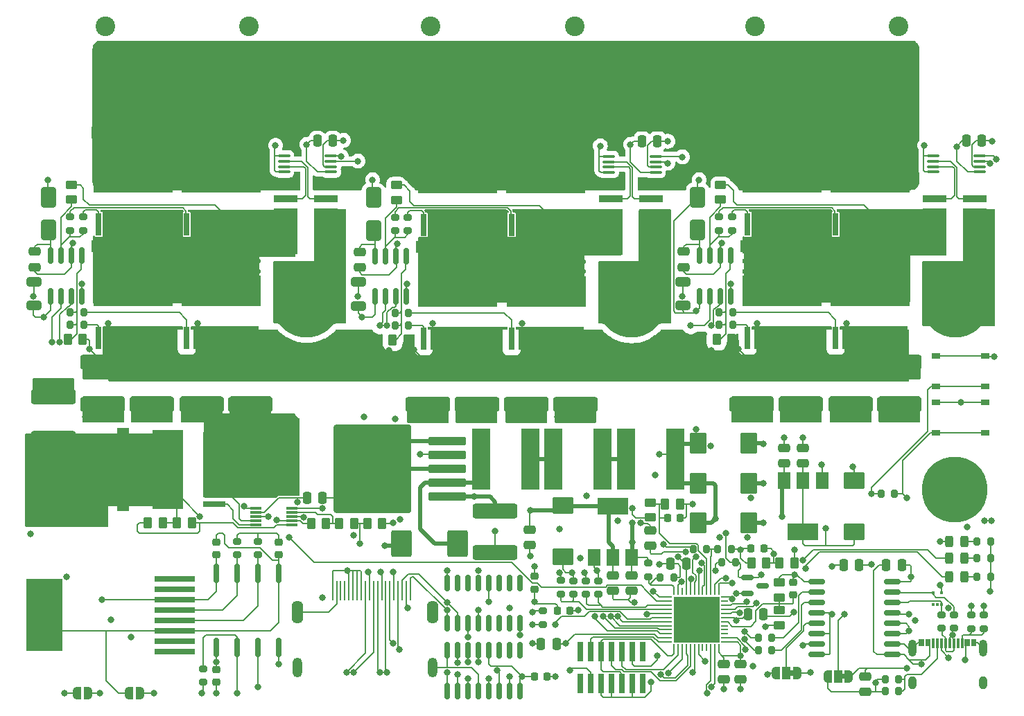
<source format=gbr>
%TF.GenerationSoftware,KiCad,Pcbnew,7.0.1*%
%TF.CreationDate,2023-07-16T19:11:45-05:00*%
%TF.ProjectId,Knockoff Inverter,4b6e6f63-6b6f-4666-9620-496e76657274,rev?*%
%TF.SameCoordinates,Original*%
%TF.FileFunction,Copper,L1,Top*%
%TF.FilePolarity,Positive*%
%FSLAX46Y46*%
G04 Gerber Fmt 4.6, Leading zero omitted, Abs format (unit mm)*
G04 Created by KiCad (PCBNEW 7.0.1) date 2023-07-16 19:11:45*
%MOMM*%
%LPD*%
G01*
G04 APERTURE LIST*
G04 Aperture macros list*
%AMRoundRect*
0 Rectangle with rounded corners*
0 $1 Rounding radius*
0 $2 $3 $4 $5 $6 $7 $8 $9 X,Y pos of 4 corners*
0 Add a 4 corners polygon primitive as box body*
4,1,4,$2,$3,$4,$5,$6,$7,$8,$9,$2,$3,0*
0 Add four circle primitives for the rounded corners*
1,1,$1+$1,$2,$3*
1,1,$1+$1,$4,$5*
1,1,$1+$1,$6,$7*
1,1,$1+$1,$8,$9*
0 Add four rect primitives between the rounded corners*
20,1,$1+$1,$2,$3,$4,$5,0*
20,1,$1+$1,$4,$5,$6,$7,0*
20,1,$1+$1,$6,$7,$8,$9,0*
20,1,$1+$1,$8,$9,$2,$3,0*%
%AMFreePoly0*
4,1,30,0.400000,-4.000000,-0.400000,-4.000000,-2.400000,-4.000000,-2.400000,-3.200000,-0.400000,-3.200000,-0.400000,-2.800000,-2.400000,-2.800000,-2.400000,-2.000000,-0.400000,-2.000000,-0.400000,-1.600000,-2.400000,-1.600000,-2.400000,-0.800000,-0.400000,-0.800000,-0.400000,-0.400000,-2.400000,-0.400000,-2.400000,0.400000,-0.400000,0.400000,-0.400000,0.800000,-2.400000,0.800000,-2.400000,1.600000,
-0.400000,1.600000,-0.400000,2.000000,-2.400000,2.000000,-2.400000,2.800000,-0.400000,2.800000,-0.400000,3.200000,-2.400000,3.200000,-2.400000,4.000000,0.400000,4.000000,0.400000,-4.000000,0.400000,-4.000000,$1*%
%AMFreePoly1*
4,1,13,2.850000,-5.050000,1.450000,-5.050000,1.450000,-4.350000,-1.450000,-4.350000,-1.450000,-4.850000,-5.150000,-4.850000,-5.150000,4.850000,-1.450000,4.850000,-1.450000,4.350000,1.450000,4.350000,1.450000,5.050000,2.850000,5.050000,2.850000,-5.050000,2.850000,-5.050000,$1*%
%AMFreePoly2*
4,1,19,0.550000,-0.750000,0.000000,-0.750000,0.000000,-0.744911,-0.071157,-0.744911,-0.207708,-0.704816,-0.327430,-0.627875,-0.420627,-0.520320,-0.479746,-0.390866,-0.500000,-0.250000,-0.500000,0.250000,-0.479746,0.390866,-0.420627,0.520320,-0.327430,0.627875,-0.207708,0.704816,-0.071157,0.744911,0.000000,0.744911,0.000000,0.750000,0.550000,0.750000,0.550000,-0.750000,0.550000,-0.750000,
$1*%
%AMFreePoly3*
4,1,19,0.000000,0.744911,0.071157,0.744911,0.207708,0.704816,0.327430,0.627875,0.420627,0.520320,0.479746,0.390866,0.500000,0.250000,0.500000,-0.250000,0.479746,-0.390866,0.420627,-0.520320,0.327430,-0.627875,0.207708,-0.704816,0.071157,-0.744911,0.000000,-0.744911,0.000000,-0.750000,-0.550000,-0.750000,-0.550000,0.750000,0.000000,0.750000,0.000000,0.744911,0.000000,0.744911,
$1*%
%AMFreePoly4*
4,1,19,0.500000,-0.750000,0.000000,-0.750000,0.000000,-0.744911,-0.071157,-0.744911,-0.207708,-0.704816,-0.327430,-0.627875,-0.420627,-0.520320,-0.479746,-0.390866,-0.500000,-0.250000,-0.500000,0.250000,-0.479746,0.390866,-0.420627,0.520320,-0.327430,0.627875,-0.207708,0.704816,-0.071157,0.744911,0.000000,0.744911,0.000000,0.750000,0.500000,0.750000,0.500000,-0.750000,0.500000,-0.750000,
$1*%
%AMFreePoly5*
4,1,19,0.000000,0.744911,0.071157,0.744911,0.207708,0.704816,0.327430,0.627875,0.420627,0.520320,0.479746,0.390866,0.500000,0.250000,0.500000,-0.250000,0.479746,-0.390866,0.420627,-0.520320,0.327430,-0.627875,0.207708,-0.704816,0.071157,-0.744911,0.000000,-0.744911,0.000000,-0.750000,-0.500000,-0.750000,-0.500000,0.750000,0.000000,0.750000,0.000000,0.744911,0.000000,0.744911,
$1*%
G04 Aperture macros list end*
%TA.AperFunction,SMDPad,CuDef*%
%ADD10RoundRect,0.250000X0.250000X0.475000X-0.250000X0.475000X-0.250000X-0.475000X0.250000X-0.475000X0*%
%TD*%
%TA.AperFunction,SMDPad,CuDef*%
%ADD11RoundRect,0.250000X-0.475000X0.250000X-0.475000X-0.250000X0.475000X-0.250000X0.475000X0.250000X0*%
%TD*%
%TA.AperFunction,ComponentPad*%
%ADD12C,8.000000*%
%TD*%
%TA.AperFunction,ComponentPad*%
%ADD13R,2.400000X2.400000*%
%TD*%
%TA.AperFunction,ComponentPad*%
%ADD14C,2.400000*%
%TD*%
%TA.AperFunction,SMDPad,CuDef*%
%ADD15RoundRect,0.250000X0.262500X0.450000X-0.262500X0.450000X-0.262500X-0.450000X0.262500X-0.450000X0*%
%TD*%
%TA.AperFunction,SMDPad,CuDef*%
%ADD16R,2.800000X0.800000*%
%TD*%
%TA.AperFunction,SMDPad,CuDef*%
%ADD17FreePoly0,180.000000*%
%TD*%
%TA.AperFunction,ComponentPad*%
%ADD18C,0.600000*%
%TD*%
%TA.AperFunction,SMDPad,CuDef*%
%ADD19FreePoly1,180.000000*%
%TD*%
%TA.AperFunction,SMDPad,CuDef*%
%ADD20RoundRect,0.250000X-0.262500X-0.450000X0.262500X-0.450000X0.262500X0.450000X-0.262500X0.450000X0*%
%TD*%
%TA.AperFunction,SMDPad,CuDef*%
%ADD21R,1.400000X0.300000*%
%TD*%
%TA.AperFunction,SMDPad,CuDef*%
%ADD22RoundRect,0.250000X-2.450000X0.650000X-2.450000X-0.650000X2.450000X-0.650000X2.450000X0.650000X0*%
%TD*%
%TA.AperFunction,SMDPad,CuDef*%
%ADD23RoundRect,0.250000X-0.250000X-0.475000X0.250000X-0.475000X0.250000X0.475000X-0.250000X0.475000X0*%
%TD*%
%TA.AperFunction,SMDPad,CuDef*%
%ADD24R,0.300000X0.450000*%
%TD*%
%TA.AperFunction,SMDPad,CuDef*%
%ADD25RoundRect,0.100000X-0.637500X-0.100000X0.637500X-0.100000X0.637500X0.100000X-0.637500X0.100000X0*%
%TD*%
%TA.AperFunction,SMDPad,CuDef*%
%ADD26RoundRect,0.150000X0.150000X-0.825000X0.150000X0.825000X-0.150000X0.825000X-0.150000X-0.825000X0*%
%TD*%
%TA.AperFunction,SMDPad,CuDef*%
%ADD27R,1.500000X2.000000*%
%TD*%
%TA.AperFunction,SMDPad,CuDef*%
%ADD28R,3.800000X2.000000*%
%TD*%
%TA.AperFunction,SMDPad,CuDef*%
%ADD29RoundRect,0.250000X2.050000X0.300000X-2.050000X0.300000X-2.050000X-0.300000X2.050000X-0.300000X0*%
%TD*%
%TA.AperFunction,SMDPad,CuDef*%
%ADD30RoundRect,0.250002X4.449998X5.149998X-4.449998X5.149998X-4.449998X-5.149998X4.449998X-5.149998X0*%
%TD*%
%TA.AperFunction,SMDPad,CuDef*%
%ADD31RoundRect,0.250000X2.025000X2.375000X-2.025000X2.375000X-2.025000X-2.375000X2.025000X-2.375000X0*%
%TD*%
%TA.AperFunction,SMDPad,CuDef*%
%ADD32RoundRect,0.150000X0.875000X0.150000X-0.875000X0.150000X-0.875000X-0.150000X0.875000X-0.150000X0*%
%TD*%
%TA.AperFunction,SMDPad,CuDef*%
%ADD33RoundRect,0.150000X-0.150000X0.825000X-0.150000X-0.825000X0.150000X-0.825000X0.150000X0.825000X0*%
%TD*%
%TA.AperFunction,SMDPad,CuDef*%
%ADD34RoundRect,0.162500X0.162500X-1.012500X0.162500X1.012500X-0.162500X1.012500X-0.162500X-1.012500X0*%
%TD*%
%TA.AperFunction,SMDPad,CuDef*%
%ADD35RoundRect,0.062500X0.375000X0.062500X-0.375000X0.062500X-0.375000X-0.062500X0.375000X-0.062500X0*%
%TD*%
%TA.AperFunction,SMDPad,CuDef*%
%ADD36RoundRect,0.062500X0.062500X0.375000X-0.062500X0.375000X-0.062500X-0.375000X0.062500X-0.375000X0*%
%TD*%
%TA.AperFunction,SMDPad,CuDef*%
%ADD37R,5.600000X5.600000*%
%TD*%
%TA.AperFunction,SMDPad,CuDef*%
%ADD38RoundRect,0.150000X-0.587500X-0.150000X0.587500X-0.150000X0.587500X0.150000X-0.587500X0.150000X0*%
%TD*%
%TA.AperFunction,SMDPad,CuDef*%
%ADD39R,1.000000X0.750000*%
%TD*%
%TA.AperFunction,SMDPad,CuDef*%
%ADD40R,2.900000X5.600000*%
%TD*%
%TA.AperFunction,SMDPad,CuDef*%
%ADD41R,2.900000X0.900000*%
%TD*%
%TA.AperFunction,SMDPad,CuDef*%
%ADD42RoundRect,0.250000X0.450000X-0.262500X0.450000X0.262500X-0.450000X0.262500X-0.450000X-0.262500X0*%
%TD*%
%TA.AperFunction,SMDPad,CuDef*%
%ADD43RoundRect,0.200000X-0.200000X-0.275000X0.200000X-0.275000X0.200000X0.275000X-0.200000X0.275000X0*%
%TD*%
%TA.AperFunction,SMDPad,CuDef*%
%ADD44RoundRect,0.200000X0.275000X-0.200000X0.275000X0.200000X-0.275000X0.200000X-0.275000X-0.200000X0*%
%TD*%
%TA.AperFunction,SMDPad,CuDef*%
%ADD45RoundRect,0.200000X-0.275000X0.200000X-0.275000X-0.200000X0.275000X-0.200000X0.275000X0.200000X0*%
%TD*%
%TA.AperFunction,SMDPad,CuDef*%
%ADD46RoundRect,0.200000X0.200000X0.275000X-0.200000X0.275000X-0.200000X-0.275000X0.200000X-0.275000X0*%
%TD*%
%TA.AperFunction,SMDPad,CuDef*%
%ADD47R,0.800000X2.800000*%
%TD*%
%TA.AperFunction,SMDPad,CuDef*%
%ADD48FreePoly0,90.000000*%
%TD*%
%TA.AperFunction,SMDPad,CuDef*%
%ADD49FreePoly1,90.000000*%
%TD*%
%TA.AperFunction,SMDPad,CuDef*%
%ADD50R,2.200000X7.500000*%
%TD*%
%TA.AperFunction,SMDPad,CuDef*%
%ADD51FreePoly2,180.000000*%
%TD*%
%TA.AperFunction,SMDPad,CuDef*%
%ADD52R,1.000000X1.500000*%
%TD*%
%TA.AperFunction,SMDPad,CuDef*%
%ADD53FreePoly3,180.000000*%
%TD*%
%TA.AperFunction,SMDPad,CuDef*%
%ADD54FreePoly4,180.000000*%
%TD*%
%TA.AperFunction,SMDPad,CuDef*%
%ADD55FreePoly5,180.000000*%
%TD*%
%TA.AperFunction,SMDPad,CuDef*%
%ADD56FreePoly4,0.000000*%
%TD*%
%TA.AperFunction,SMDPad,CuDef*%
%ADD57FreePoly5,0.000000*%
%TD*%
%TA.AperFunction,SMDPad,CuDef*%
%ADD58R,0.740000X2.400000*%
%TD*%
%TA.AperFunction,SMDPad,CuDef*%
%ADD59R,5.000000X0.760000*%
%TD*%
%TA.AperFunction,SMDPad,CuDef*%
%ADD60R,4.500000X8.800000*%
%TD*%
%TA.AperFunction,SMDPad,CuDef*%
%ADD61R,0.300000X0.943000*%
%TD*%
%TA.AperFunction,SMDPad,CuDef*%
%ADD62R,0.300000X1.150000*%
%TD*%
%TA.AperFunction,ComponentPad*%
%ADD63O,1.000000X2.100000*%
%TD*%
%TA.AperFunction,ComponentPad*%
%ADD64O,1.000000X1.600000*%
%TD*%
%TA.AperFunction,SMDPad,CuDef*%
%ADD65R,0.280000X2.400000*%
%TD*%
%TA.AperFunction,ComponentPad*%
%ADD66O,1.400000X2.800000*%
%TD*%
%TA.AperFunction,ComponentPad*%
%ADD67O,1.200000X2.400000*%
%TD*%
%TA.AperFunction,SMDPad,CuDef*%
%ADD68RoundRect,0.218750X-0.218750X-0.256250X0.218750X-0.256250X0.218750X0.256250X-0.218750X0.256250X0*%
%TD*%
%TA.AperFunction,SMDPad,CuDef*%
%ADD69RoundRect,0.250000X0.650000X-1.000000X0.650000X1.000000X-0.650000X1.000000X-0.650000X-1.000000X0*%
%TD*%
%TA.AperFunction,SMDPad,CuDef*%
%ADD70RoundRect,0.250000X-1.000000X1.400000X-1.000000X-1.400000X1.000000X-1.400000X1.000000X1.400000X0*%
%TD*%
%TA.AperFunction,SMDPad,CuDef*%
%ADD71RoundRect,0.243750X-0.243750X-0.456250X0.243750X-0.456250X0.243750X0.456250X-0.243750X0.456250X0*%
%TD*%
%TA.AperFunction,SMDPad,CuDef*%
%ADD72RoundRect,0.225000X0.250000X-0.225000X0.250000X0.225000X-0.250000X0.225000X-0.250000X-0.225000X0*%
%TD*%
%TA.AperFunction,SMDPad,CuDef*%
%ADD73RoundRect,0.225000X-0.250000X0.225000X-0.250000X-0.225000X0.250000X-0.225000X0.250000X0.225000X0*%
%TD*%
%TA.AperFunction,SMDPad,CuDef*%
%ADD74RoundRect,0.225000X-0.225000X-0.250000X0.225000X-0.250000X0.225000X0.250000X-0.225000X0.250000X0*%
%TD*%
%TA.AperFunction,SMDPad,CuDef*%
%ADD75RoundRect,0.250000X0.475000X-0.250000X0.475000X0.250000X-0.475000X0.250000X-0.475000X-0.250000X0*%
%TD*%
%TA.AperFunction,SMDPad,CuDef*%
%ADD76RoundRect,0.250000X-0.650000X0.325000X-0.650000X-0.325000X0.650000X-0.325000X0.650000X0.325000X0*%
%TD*%
%TA.AperFunction,SMDPad,CuDef*%
%ADD77RoundRect,0.225000X0.225000X0.250000X-0.225000X0.250000X-0.225000X-0.250000X0.225000X-0.250000X0*%
%TD*%
%TA.AperFunction,SMDPad,CuDef*%
%ADD78RoundRect,0.250000X-1.025000X0.787500X-1.025000X-0.787500X1.025000X-0.787500X1.025000X0.787500X0*%
%TD*%
%TA.AperFunction,SMDPad,CuDef*%
%ADD79RoundRect,0.250000X1.025000X-0.787500X1.025000X0.787500X-1.025000X0.787500X-1.025000X-0.787500X0*%
%TD*%
%TA.AperFunction,SMDPad,CuDef*%
%ADD80RoundRect,0.250000X-0.787500X-1.025000X0.787500X-1.025000X0.787500X1.025000X-0.787500X1.025000X0*%
%TD*%
%TA.AperFunction,SMDPad,CuDef*%
%ADD81RoundRect,0.250000X2.450000X-0.650000X2.450000X0.650000X-2.450000X0.650000X-2.450000X-0.650000X0*%
%TD*%
%TA.AperFunction,ViaPad*%
%ADD82C,0.800000*%
%TD*%
%TA.AperFunction,Conductor*%
%ADD83C,0.540000*%
%TD*%
%TA.AperFunction,Conductor*%
%ADD84C,0.500000*%
%TD*%
%TA.AperFunction,Conductor*%
%ADD85C,0.200000*%
%TD*%
G04 APERTURE END LIST*
%TA.AperFunction,EtchedComponent*%
%TO.C,JP4*%
G36*
X195434000Y-108758000D02*
G01*
X194934000Y-108758000D01*
X194934000Y-108158000D01*
X195434000Y-108158000D01*
X195434000Y-108758000D01*
G37*
%TD.AperFunction*%
%TA.AperFunction,EtchedComponent*%
%TO.C,JP3*%
G36*
X189114000Y-108377000D02*
G01*
X188614000Y-108377000D01*
X188614000Y-107777000D01*
X189114000Y-107777000D01*
X189114000Y-108377000D01*
G37*
%TD.AperFunction*%
%TD*%
D10*
%TO.P,C11,1*%
%TO.N,GND*%
X185415000Y-100838000D03*
%TO.P,C11,2*%
%TO.N,NSRST*%
X183515000Y-100838000D03*
%TD*%
D11*
%TO.P,C3,1*%
%TO.N,GND*%
X171602400Y-90606800D03*
%TO.P,C3,2*%
%TO.N,VREF_OUT*%
X171602400Y-92506800D03*
%TD*%
D12*
%TO.P,J7,1,Pin_1*%
%TO.N,GND*%
X208788000Y-85598000D03*
%TD*%
D13*
%TO.P,C20,1*%
%TO.N,VBUS*%
X122555000Y-36532755D03*
D14*
%TO.P,C20,2*%
%TO.N,GND*%
X122555000Y-29032755D03*
%TD*%
D12*
%TO.P,J8,1,Pin_1*%
%TO.N,Net-(J8-Pin_1)*%
X100965000Y-85725000D03*
%TD*%
D15*
%TO.P,R54,1*%
%TO.N,Net-(J8-Pin_1)*%
X112061000Y-89662000D03*
%TO.P,R54,2*%
%TO.N,Net-(U17-SENSE)*%
X110236000Y-89662000D03*
%TD*%
D16*
%TO.P,Q7,1,G*%
%TO.N,Net-(Q7-G)*%
X118372000Y-87420000D03*
D17*
%TO.P,Q7,2,S*%
%TO.N,VBUS*%
X117372000Y-82620000D03*
D18*
%TO.P,Q7,3,D*%
%TO.N,Net-(J8-Pin_1)*%
X110192000Y-86820000D03*
X112592000Y-79620000D03*
X110192000Y-83220000D03*
X113792000Y-86820000D03*
X111392000Y-83220000D03*
X112592000Y-82020000D03*
X112592000Y-86820000D03*
X108992000Y-82020000D03*
X108992000Y-83220000D03*
X113792000Y-82020000D03*
X107792000Y-79620000D03*
X110192000Y-82020000D03*
X111392000Y-80820000D03*
X107792000Y-86820000D03*
D19*
X109322000Y-83220000D03*
D18*
X112592000Y-85620000D03*
X110192000Y-79620000D03*
X112592000Y-84420000D03*
X113792000Y-79620000D03*
X107792000Y-82020000D03*
X113792000Y-83220000D03*
X108992000Y-84420000D03*
X111392000Y-86820000D03*
X110192000Y-85620000D03*
X107792000Y-85620000D03*
X111392000Y-84420000D03*
X111392000Y-85620000D03*
X113792000Y-80820000D03*
X113792000Y-84420000D03*
X107792000Y-80820000D03*
X113792000Y-85620000D03*
X108992000Y-86820000D03*
X110192000Y-80820000D03*
X107792000Y-83220000D03*
X111392000Y-82020000D03*
X111392000Y-79620000D03*
X108992000Y-85620000D03*
X112592000Y-80820000D03*
X112592000Y-83220000D03*
X110192000Y-84420000D03*
X108992000Y-80820000D03*
X108992000Y-79620000D03*
X107792000Y-84420000D03*
%TD*%
D20*
%TO.P,R38,1*%
%TO.N,Net-(J8-Pin_1)*%
X130175000Y-89789000D03*
%TO.P,R38,2*%
%TO.N,Net-(U17-UVLO)*%
X132000000Y-89789000D03*
%TD*%
%TO.P,R39,1*%
%TO.N,Net-(U17-UVLO)*%
X133604000Y-89789000D03*
%TO.P,R39,2*%
%TO.N,Net-(U17-OVP)*%
X135429000Y-89789000D03*
%TD*%
D13*
%TO.P,C24,1*%
%TO.N,VBUS*%
X201930000Y-36532755D03*
D14*
%TO.P,C24,2*%
%TO.N,GND*%
X201930000Y-29032755D03*
%TD*%
D20*
%TO.P,R40,1*%
%TO.N,Net-(U17-OVP)*%
X137033000Y-89789000D03*
%TO.P,R40,2*%
%TO.N,GND*%
X138858000Y-89789000D03*
%TD*%
%TO.P,R41,1*%
%TO.N,Net-(J8-Pin_1)*%
X113792000Y-89662000D03*
%TO.P,R41,2*%
%TO.N,Net-(U17-SENSE)*%
X115617000Y-89662000D03*
%TD*%
D21*
%TO.P,U17,1,SENSE*%
%TO.N,Net-(U17-SENSE)*%
X127844000Y-89916000D03*
%TO.P,U17,2,VIN*%
%TO.N,Net-(J8-Pin_1)*%
X127844000Y-89416000D03*
%TO.P,U17,3,OVP*%
%TO.N,Net-(U17-OVP)*%
X127844000Y-88916000D03*
%TO.P,U17,4,UVLO*%
%TO.N,Net-(U17-UVLO)*%
X127844000Y-88416000D03*
%TO.P,U17,5,EN*%
%TO.N,/DC INPUT/EN*%
X127844000Y-87916000D03*
%TO.P,U17,6,GND*%
%TO.N,GND*%
X123444000Y-87916000D03*
%TO.P,U17,7,TIMER*%
%TO.N,Net-(U17-TIMER)*%
X123444000Y-88416000D03*
%TO.P,U17,8,~{PGD}*%
%TO.N,/DC INPUT/nPGD*%
X123444000Y-88916000D03*
%TO.P,U17,9,OUT*%
%TO.N,VBUS*%
X123444000Y-89416000D03*
%TO.P,U17,10,GATE*%
%TO.N,Net-(Q7-G)*%
X123444000Y-89916000D03*
%TD*%
D13*
%TO.P,C23,1*%
%TO.N,VBUS*%
X184380000Y-36532755D03*
D14*
%TO.P,C23,2*%
%TO.N,GND*%
X184380000Y-29032755D03*
%TD*%
D13*
%TO.P,C21,1*%
%TO.N,VBUS*%
X144780000Y-36532755D03*
D14*
%TO.P,C21,2*%
%TO.N,GND*%
X144780000Y-29032755D03*
%TD*%
D13*
%TO.P,C19,1*%
%TO.N,VBUS*%
X105005000Y-36532755D03*
D14*
%TO.P,C19,2*%
%TO.N,GND*%
X105005000Y-29032755D03*
%TD*%
D13*
%TO.P,C22,1*%
%TO.N,VBUS*%
X162330000Y-36532755D03*
D14*
%TO.P,C22,2*%
%TO.N,GND*%
X162330000Y-29032755D03*
%TD*%
D22*
%TO.P,C25,1*%
%TO.N,GND*%
X98679000Y-74275000D03*
%TO.P,C25,2*%
%TO.N,Net-(J8-Pin_1)*%
X98679000Y-79375000D03*
%TD*%
D23*
%TO.P,C57,1*%
%TO.N,Net-(U17-TIMER)*%
X129672000Y-86614000D03*
%TO.P,C57,2*%
%TO.N,GND*%
X131572000Y-86614000D03*
%TD*%
D24*
%TO.P,U16,1,NC*%
%TO.N,unconnected-(U16-NC-Pad1)*%
X206129000Y-99695000D03*
%TO.P,U16,2,NC*%
%TO.N,unconnected-(U16-NC-Pad2)*%
X206629000Y-99695000D03*
%TO.P,U16,3*%
%TO.N,Net-(U7-UD-)*%
X207129000Y-99695000D03*
%TO.P,U16,4*%
%TO.N,GND1*%
X207129000Y-98295000D03*
%TO.P,U16,5*%
%TO.N,Net-(U7-UD+)*%
X206129000Y-98295000D03*
%TD*%
D25*
%TO.P,U15,1,GND*%
%TO.N,GND*%
X206096950Y-44851800D03*
%TO.P,U15,2,+*%
%TO.N,Net-(U15-+)*%
X206096950Y-45501800D03*
%TO.P,U15,3,-*%
%TO.N,Net-(U15--)*%
X206096950Y-46151800D03*
%TO.P,U15,4,GND*%
%TO.N,GND*%
X206096950Y-46801800D03*
%TO.P,U15,5,V+*%
%TO.N,+5V*%
X211821950Y-46801800D03*
%TO.P,U15,6,REF2*%
%TO.N,GND*%
X211821950Y-46151800D03*
%TO.P,U15,7,REF1*%
%TO.N,VREF_OUT*%
X211821950Y-45501800D03*
%TO.P,U15,8*%
%TO.N,/MCU/ADC1_IN3*%
X211821950Y-44851800D03*
%TD*%
D26*
%TO.P,U14,1,VCC*%
%TO.N,+12V*%
X177565050Y-61976000D03*
%TO.P,U14,2,HIN*%
%TO.N,/MCU/TIM_CH3*%
X178835050Y-61976000D03*
%TO.P,U14,3,LIN*%
%TO.N,/MCU/TIM_CH3N*%
X180105050Y-61976000D03*
%TO.P,U14,4,COM*%
%TO.N,GND*%
X181375050Y-61976000D03*
%TO.P,U14,5,LO*%
%TO.N,Net-(U14-LO)*%
X181375050Y-57026000D03*
%TO.P,U14,6,VS*%
%TO.N,Net-(Q10-D)*%
X180105050Y-57026000D03*
%TO.P,U14,7,HO*%
%TO.N,Net-(U14-HO)*%
X178835050Y-57026000D03*
%TO.P,U14,8,VB*%
%TO.N,Net-(D7-K)*%
X177565050Y-57026000D03*
%TD*%
D25*
%TO.P,U13,1,GND*%
%TO.N,GND*%
X166511050Y-44902600D03*
%TO.P,U13,2,+*%
%TO.N,Net-(U13-+)*%
X166511050Y-45552600D03*
%TO.P,U13,3,-*%
%TO.N,Net-(U13--)*%
X166511050Y-46202600D03*
%TO.P,U13,4,GND*%
%TO.N,GND*%
X166511050Y-46852600D03*
%TO.P,U13,5,V+*%
%TO.N,+5V*%
X172236050Y-46852600D03*
%TO.P,U13,6,REF2*%
%TO.N,GND*%
X172236050Y-46202600D03*
%TO.P,U13,7,REF1*%
%TO.N,VREF_OUT*%
X172236050Y-45552600D03*
%TO.P,U13,8*%
%TO.N,/MCU/ADC1_IN2*%
X172236050Y-44902600D03*
%TD*%
D26*
%TO.P,U12,1,VCC*%
%TO.N,+12V*%
X137979150Y-62026801D03*
%TO.P,U12,2,HIN*%
%TO.N,/MCU/TIM_CH2*%
X139249150Y-62026801D03*
%TO.P,U12,3,LIN*%
%TO.N,/MCU/TIM_CH2N*%
X140519150Y-62026801D03*
%TO.P,U12,4,COM*%
%TO.N,GND*%
X141789150Y-62026801D03*
%TO.P,U12,5,LO*%
%TO.N,Net-(U12-LO)*%
X141789150Y-57076801D03*
%TO.P,U12,6,VS*%
%TO.N,Net-(Q12-D)*%
X140519150Y-57076801D03*
%TO.P,U12,7,HO*%
%TO.N,Net-(U12-HO)*%
X139249150Y-57076801D03*
%TO.P,U12,8,VB*%
%TO.N,Net-(D6-K)*%
X137979150Y-57076801D03*
%TD*%
D27*
%TO.P,U11,1,GND*%
%TO.N,GND*%
X192546000Y-84505000D03*
D28*
%TO.P,U11,2,VO*%
%TO.N,+5V*%
X190246000Y-90805000D03*
D27*
X190246000Y-84505000D03*
%TO.P,U11,3,VI*%
%TO.N,+12V*%
X187946000Y-84505000D03*
%TD*%
D29*
%TO.P,U10,1,VIN*%
%TO.N,VBUS*%
X146806000Y-86477000D03*
%TO.P,U10,2,OUT*%
%TO.N,Net-(D5-K)*%
X146806000Y-84777000D03*
%TO.P,U10,3,GND*%
%TO.N,GND*%
X146806000Y-83077000D03*
%TO.P,U10,4,FB*%
%TO.N,+12V*%
X146806000Y-81377000D03*
%TO.P,U10,5,~{ON}/OFF*%
%TO.N,GND*%
X146806000Y-79677000D03*
D30*
%TO.P,U10,3,GND*%
X137656000Y-83077000D03*
D31*
X135231000Y-80302000D03*
X140081000Y-85852000D03*
X135231000Y-85852000D03*
X140081000Y-80302000D03*
%TD*%
D27*
%TO.P,U9,1,GND*%
%TO.N,GND*%
X164705000Y-93930000D03*
D28*
%TO.P,U9,2,VO*%
%TO.N,+3.3V*%
X167005000Y-87630000D03*
D27*
X167005000Y-93930000D03*
%TO.P,U9,3,VI*%
%TO.N,+12V*%
X169305000Y-93930000D03*
%TD*%
D25*
%TO.P,U8,1,GND*%
%TO.N,GND*%
X126848950Y-44851800D03*
%TO.P,U8,2,+*%
%TO.N,Net-(U8-+)*%
X126848950Y-45501800D03*
%TO.P,U8,3,-*%
%TO.N,Net-(U8--)*%
X126848950Y-46151800D03*
%TO.P,U8,4,GND*%
%TO.N,GND*%
X126848950Y-46801800D03*
%TO.P,U8,5,V+*%
%TO.N,+5V*%
X132573950Y-46801800D03*
%TO.P,U8,6,REF2*%
%TO.N,GND*%
X132573950Y-46151800D03*
%TO.P,U8,7,REF1*%
%TO.N,VREF_OUT*%
X132573950Y-45501800D03*
%TO.P,U8,8*%
%TO.N,/MCU/ADC1_IN1*%
X132573950Y-44851800D03*
%TD*%
D32*
%TO.P,U7,1,VBUS1*%
%TO.N,Net-(U7-VBUS1)*%
X201168000Y-105791000D03*
%TO.P,U7,2,GND1*%
%TO.N,GND1*%
X201168000Y-104521000D03*
%TO.P,U7,3,VDD1*%
%TO.N,Net-(JP4-A)*%
X201168000Y-103251000D03*
%TO.P,U7,4,PDEN*%
X201168000Y-101981000D03*
%TO.P,U7,5,SPU*%
%TO.N,Net-(JP4-C)*%
X201168000Y-100711000D03*
%TO.P,U7,6,UD-*%
%TO.N,Net-(U7-UD-)*%
X201168000Y-99441000D03*
%TO.P,U7,7,UD+*%
%TO.N,Net-(U7-UD+)*%
X201168000Y-98171000D03*
%TO.P,U7,8,GND1*%
%TO.N,GND1*%
X201168000Y-96901000D03*
%TO.P,U7,9,GND2*%
%TO.N,GND*%
X191868000Y-96901000D03*
%TO.P,U7,10,DD+*%
%TO.N,Net-(U7-DD+)*%
X191868000Y-98171000D03*
%TO.P,U7,11,DD-*%
%TO.N,Net-(U7-DD-)*%
X191868000Y-99441000D03*
%TO.P,U7,12,PIN*%
%TO.N,+3.3V*%
X191868000Y-100711000D03*
%TO.P,U7,13,SPD*%
%TO.N,Net-(JP3-C)*%
X191868000Y-101981000D03*
%TO.P,U7,14,VDD2*%
%TO.N,+3.3V*%
X191868000Y-103251000D03*
%TO.P,U7,15,GND2*%
%TO.N,GND*%
X191868000Y-104521000D03*
%TO.P,U7,16,VBUS2*%
%TO.N,+3.3V*%
X191868000Y-105791000D03*
%TD*%
D26*
%TO.P,U6,1,1B*%
%TO.N,SPI_MISO_+*%
X146812000Y-101978000D03*
%TO.P,U6,2,1A*%
%TO.N,SPI_MISO_-*%
X148082000Y-101978000D03*
%TO.P,U6,3,1Y*%
%TO.N,/MCU/SPI1_MISO*%
X149352000Y-101978000D03*
%TO.P,U6,4,G*%
%TO.N,+3.3V*%
X150622000Y-101978000D03*
%TO.P,U6,5,2Y*%
%TO.N,unconnected-(U6-2Y-Pad5)*%
X151892000Y-101978000D03*
%TO.P,U6,6,2A*%
%TO.N,unconnected-(U6-2A-Pad6)*%
X153162000Y-101978000D03*
%TO.P,U6,7,2B*%
%TO.N,unconnected-(U6-2B-Pad7)*%
X154432000Y-101978000D03*
%TO.P,U6,8,GND*%
%TO.N,GND*%
X155702000Y-101978000D03*
%TO.P,U6,9,3B*%
%TO.N,unconnected-(U6-3B-Pad9)*%
X155702000Y-97028000D03*
%TO.P,U6,10,3A*%
%TO.N,unconnected-(U6-3A-Pad10)*%
X154432000Y-97028000D03*
%TO.P,U6,11,3Y*%
%TO.N,unconnected-(U6-3Y-Pad11)*%
X153162000Y-97028000D03*
%TO.P,U6,12,~{G}*%
%TO.N,GND*%
X151892000Y-97028000D03*
%TO.P,U6,13,4Y*%
%TO.N,unconnected-(U6-4Y-Pad13)*%
X150622000Y-97028000D03*
%TO.P,U6,14,4A*%
%TO.N,unconnected-(U6-4A-Pad14)*%
X149352000Y-97028000D03*
%TO.P,U6,15,4B*%
%TO.N,unconnected-(U6-4B-Pad15)*%
X148082000Y-97028000D03*
%TO.P,U6,16,VCC*%
%TO.N,+3.3V*%
X146812000Y-97028000D03*
%TD*%
D33*
%TO.P,U5,1,1A*%
%TO.N,unconnected-(U5-1A-Pad1)*%
X155702000Y-105286000D03*
%TO.P,U5,2,1Y*%
%TO.N,unconnected-(U5-1Y-Pad2)*%
X154432000Y-105286000D03*
%TO.P,U5,3,1Z*%
%TO.N,unconnected-(U5-1Z-Pad3)*%
X153162000Y-105286000D03*
%TO.P,U5,4,G*%
%TO.N,+3.3V*%
X151892000Y-105286000D03*
%TO.P,U5,5,2Z*%
%TO.N,SPI_MOSI_-*%
X150622000Y-105286000D03*
%TO.P,U5,6,2Y*%
%TO.N,SPI_MOSI_+*%
X149352000Y-105286000D03*
%TO.P,U5,7,2A*%
%TO.N,/MCU/SPI1_MOSI*%
X148082000Y-105286000D03*
%TO.P,U5,8,GND*%
%TO.N,GND*%
X146812000Y-105286000D03*
%TO.P,U5,9,3A*%
%TO.N,/MCU/SPI1_SCK*%
X146812000Y-110236000D03*
%TO.P,U5,10,3Y*%
%TO.N,SPI_SCK_+*%
X148082000Y-110236000D03*
%TO.P,U5,11,3Z*%
%TO.N,SPI_SCK_-*%
X149352000Y-110236000D03*
%TO.P,U5,12,~{G}*%
%TO.N,GND*%
X150622000Y-110236000D03*
%TO.P,U5,13,4Z*%
%TO.N,SPI_nSS_-*%
X151892000Y-110236000D03*
%TO.P,U5,14,4Y*%
%TO.N,SPI_nSS_+*%
X153162000Y-110236000D03*
%TO.P,U5,15,4A*%
%TO.N,/MCU/SPI1_NSS*%
X154432000Y-110236000D03*
%TO.P,U5,16,VCC*%
%TO.N,+3.3V*%
X155702000Y-110236000D03*
%TD*%
D34*
%TO.P,U4,1,VCC1*%
%TO.N,+3.3V*%
X118618000Y-104902000D03*
%TO.P,U4,2,RXD*%
%TO.N,CAN_RX*%
X121158000Y-104902000D03*
%TO.P,U4,3,TXD*%
%TO.N,/CAN/CAN_TX*%
X123698000Y-104902000D03*
%TO.P,U4,4,GND1*%
%TO.N,GND*%
X126238000Y-104902000D03*
%TO.P,U4,5,GND2*%
%TO.N,GND_ISO*%
X126238000Y-95852000D03*
%TO.P,U4,6,CANL*%
%TO.N,CAN_IN-*%
X123698000Y-95852000D03*
%TO.P,U4,7,CANH*%
%TO.N,CAN_IN+*%
X121158000Y-95852000D03*
%TO.P,U4,8,VCC2*%
%TO.N,5V_ISO*%
X118618000Y-95852000D03*
%TD*%
D26*
%TO.P,U3,1,VCC*%
%TO.N,+12V*%
X98317050Y-61976001D03*
%TO.P,U3,2,HIN*%
%TO.N,/MCU/TIM_CH1*%
X99587050Y-61976001D03*
%TO.P,U3,3,LIN*%
%TO.N,/MCU/TIM_CH1N*%
X100857050Y-61976001D03*
%TO.P,U3,4,COM*%
%TO.N,GND*%
X102127050Y-61976001D03*
%TO.P,U3,5,LO*%
%TO.N,Net-(U3-LO)*%
X102127050Y-57026001D03*
%TO.P,U3,6,VS*%
%TO.N,Net-(Q1-S)*%
X100857050Y-57026001D03*
%TO.P,U3,7,HO*%
%TO.N,Net-(U3-HO)*%
X99587050Y-57026001D03*
%TO.P,U3,8,VB*%
%TO.N,Net-(D1-K)*%
X98317050Y-57026001D03*
%TD*%
D35*
%TO.P,U2,1,VBAT*%
%TO.N,+3.3V*%
X180661500Y-104282000D03*
%TO.P,U2,2,PC13*%
%TO.N,/MCU/TIM_CH1N*%
X180661500Y-103782000D03*
%TO.P,U2,3,PC14*%
%TO.N,unconnected-(U2-PC14-Pad3)*%
X180661500Y-103282000D03*
%TO.P,U2,4,PC15*%
%TO.N,unconnected-(U2-PC15-Pad4)*%
X180661500Y-102782000D03*
%TO.P,U2,5,PF0*%
%TO.N,unconnected-(U2-PF0-Pad5)*%
X180661500Y-102282000D03*
%TO.P,U2,6,PF1*%
%TO.N,/MCU/ADC2_IN10*%
X180661500Y-101782000D03*
%TO.P,U2,7,PG10*%
%TO.N,NSRST*%
X180661500Y-101282000D03*
%TO.P,U2,8,PA0*%
%TO.N,/MCU/ADC1_IN1*%
X180661500Y-100782000D03*
%TO.P,U2,9,PA1*%
%TO.N,/MCU/ADC1_IN2*%
X180661500Y-100282000D03*
%TO.P,U2,10,PA2*%
%TO.N,/MCU/ADC1_IN3*%
X180661500Y-99782000D03*
%TO.P,U2,11,PA3*%
%TO.N,unconnected-(U2-PA3-Pad11)*%
X180661500Y-99282000D03*
%TO.P,U2,12,PA4*%
%TO.N,/MCU/SPI1_NSS*%
X180661500Y-98782000D03*
D36*
%TO.P,U2,13,PA5*%
%TO.N,/MCU/SPI1_SCK*%
X179974000Y-98094500D03*
%TO.P,U2,14,PA6*%
%TO.N,/MCU/SPI1_MISO*%
X179474000Y-98094500D03*
%TO.P,U2,15,PA7*%
%TO.N,/MCU/ADC2_IN4*%
X178974000Y-98094500D03*
%TO.P,U2,16,PC4*%
%TO.N,/MCU/ADC2_IN5*%
X178474000Y-98094500D03*
%TO.P,U2,17,PB0*%
%TO.N,/MCU/TIM_CH2N*%
X177974000Y-98094500D03*
%TO.P,U2,18,PB1*%
%TO.N,/MCU/TIM_CH3N*%
X177474000Y-98094500D03*
%TO.P,U2,19,PB2*%
%TO.N,/MCU/ADC2_IN12*%
X176974000Y-98094500D03*
%TO.P,U2,20,VREF+*%
%TO.N,VREF_OUT*%
X176474000Y-98094500D03*
%TO.P,U2,21,VDDA*%
%TO.N,Net-(U2-VDDA)*%
X175974000Y-98094500D03*
%TO.P,U2,22,PB10*%
%TO.N,unconnected-(U2-PB10-Pad22)*%
X175474000Y-98094500D03*
%TO.P,U2,23,VDD*%
%TO.N,+3.3V*%
X174974000Y-98094500D03*
%TO.P,U2,24,PB11*%
%TO.N,/MCU/ADC2_IN14*%
X174474000Y-98094500D03*
D35*
%TO.P,U2,25,PB12*%
%TO.N,/DC INPUT/EN*%
X173786500Y-98782000D03*
%TO.P,U2,26,PB13*%
%TO.N,/DC INPUT/nPGD*%
X173786500Y-99282000D03*
%TO.P,U2,27,PB14*%
%TO.N,/MCU/OPAMP2_VINP*%
X173786500Y-99782000D03*
%TO.P,U2,28,PB15*%
%TO.N,/MCU/ADC2_IN15*%
X173786500Y-100282000D03*
%TO.P,U2,29,PC6*%
%TO.N,Net-(D2-K)*%
X173786500Y-100782000D03*
%TO.P,U2,30,PA8*%
%TO.N,/MCU/TIM_CH1*%
X173786500Y-101282000D03*
%TO.P,U2,31,PA9*%
%TO.N,/MCU/TIM_CH2*%
X173786500Y-101782000D03*
%TO.P,U2,32,PA10*%
%TO.N,/MCU/TIM_CH3*%
X173786500Y-102282000D03*
%TO.P,U2,33,PA11*%
%TO.N,/MCU/USB_DM*%
X173786500Y-102782000D03*
%TO.P,U2,34,PA12*%
%TO.N,/MCU/USB_DP*%
X173786500Y-103282000D03*
%TO.P,U2,35,VDD*%
%TO.N,+3.3V*%
X173786500Y-103782000D03*
%TO.P,U2,36,PA13*%
%TO.N,SWDIO*%
X173786500Y-104282000D03*
D36*
%TO.P,U2,37,PA14*%
%TO.N,SWCLK*%
X174474000Y-104969500D03*
%TO.P,U2,38,PA15*%
%TO.N,JTDI*%
X174974000Y-104969500D03*
%TO.P,U2,39,PC10*%
%TO.N,Net-(D3-K)*%
X175474000Y-104969500D03*
%TO.P,U2,40,PC11*%
%TO.N,Net-(D4-K)*%
X175974000Y-104969500D03*
%TO.P,U2,41,PB3*%
%TO.N,SWO*%
X176474000Y-104969500D03*
%TO.P,U2,42,PB4*%
%TO.N,JTRST*%
X176974000Y-104969500D03*
%TO.P,U2,43,PB5*%
%TO.N,/MCU/SPI1_MOSI*%
X177474000Y-104969500D03*
%TO.P,U2,44,PB6*%
%TO.N,unconnected-(U2-PB6-Pad44)*%
X177974000Y-104969500D03*
%TO.P,U2,45,PB7*%
%TO.N,unconnected-(U2-PB7-Pad45)*%
X178474000Y-104969500D03*
%TO.P,U2,46,PB8*%
%TO.N,CAN_RX*%
X178974000Y-104969500D03*
%TO.P,U2,47,PB9*%
%TO.N,/CAN/CAN_TX*%
X179474000Y-104969500D03*
%TO.P,U2,48,VDD*%
%TO.N,+3.3V*%
X179974000Y-104969500D03*
D37*
%TO.P,U2,49,VSS*%
%TO.N,GND*%
X177224000Y-101532000D03*
%TD*%
D38*
%TO.P,U1,1,K*%
%TO.N,VREF_OUT*%
X183438800Y-96418400D03*
%TO.P,U1,2,A*%
%TO.N,GND*%
X183438800Y-98318400D03*
%TO.P,U1,3*%
%TO.N,N/C*%
X185313800Y-97368400D03*
%TD*%
D39*
%TO.P,SW2,1*%
%TO.N,NSRST*%
X212502000Y-78680000D03*
X206502000Y-78680000D03*
%TO.P,SW2,2*%
%TO.N,GND*%
X212502000Y-74930000D03*
X206502000Y-74930000D03*
%TD*%
%TO.P,SW1,1*%
%TO.N,CAN_RX*%
X206502000Y-69275000D03*
X212502000Y-69275000D03*
%TO.P,SW1,2*%
%TO.N,+3.3V*%
X206502000Y-73025000D03*
X212502000Y-73025000D03*
%TD*%
D40*
%TO.P,R63,1,1*%
%TO.N,Net-(J5-Pin_1)*%
X211243250Y-54088000D03*
D41*
%TO.P,R63,2,2*%
%TO.N,Net-(U15-+)*%
X211243250Y-50038000D03*
%TO.P,R63,3,3*%
%TO.N,Net-(U15--)*%
X206343250Y-50038000D03*
D40*
%TO.P,R63,4,4*%
%TO.N,Net-(Q10-D)*%
X206343250Y-54088000D03*
%TD*%
%TO.P,R62,1,1*%
%TO.N,Net-(J4-Pin_1)*%
X171657350Y-54138800D03*
D41*
%TO.P,R62,2,2*%
%TO.N,Net-(U13-+)*%
X171657350Y-50088800D03*
%TO.P,R62,3,3*%
%TO.N,Net-(U13--)*%
X166757350Y-50088800D03*
D40*
%TO.P,R62,4,4*%
%TO.N,Net-(Q12-D)*%
X166757350Y-54138800D03*
%TD*%
%TO.P,R61,1,1*%
%TO.N,Net-(J3-Pin_1)*%
X131995250Y-54088000D03*
D41*
%TO.P,R61,2,2*%
%TO.N,Net-(U8-+)*%
X131995250Y-50038000D03*
%TO.P,R61,3,3*%
%TO.N,Net-(U8--)*%
X127095250Y-50038000D03*
D40*
%TO.P,R61,4,4*%
%TO.N,Net-(Q1-S)*%
X127095250Y-54088000D03*
%TD*%
D20*
%TO.P,R60,1*%
%TO.N,Net-(U14-LO)*%
X179698650Y-67259200D03*
%TO.P,R60,2*%
%TO.N,GND*%
X181523650Y-67259200D03*
%TD*%
%TO.P,R59,1*%
%TO.N,Net-(U12-LO)*%
X140112750Y-67310000D03*
%TO.P,R59,2*%
%TO.N,GND*%
X141937750Y-67310000D03*
%TD*%
%TO.P,R58,1*%
%TO.N,Net-(U3-LO)*%
X100450650Y-67259200D03*
%TO.P,R58,2*%
%TO.N,GND*%
X102275650Y-67259200D03*
%TD*%
D42*
%TO.P,R57,1*%
%TO.N,Net-(U14-HO)*%
X180155850Y-50190400D03*
%TO.P,R57,2*%
%TO.N,Net-(Q10-D)*%
X180155850Y-48365400D03*
%TD*%
%TO.P,R56,1*%
%TO.N,Net-(U12-HO)*%
X140569950Y-50241200D03*
%TO.P,R56,2*%
%TO.N,Net-(Q12-D)*%
X140569950Y-48416200D03*
%TD*%
%TO.P,R55,1*%
%TO.N,Net-(U3-HO)*%
X100907850Y-50190400D03*
%TO.P,R55,2*%
%TO.N,Net-(Q1-S)*%
X100907850Y-48365400D03*
%TD*%
D43*
%TO.P,R53,1*%
%TO.N,Net-(U14-LO)*%
X180003450Y-65481200D03*
%TO.P,R53,2*%
%TO.N,Net-(Q10-G)*%
X181653450Y-65481200D03*
%TD*%
%TO.P,R52,1*%
%TO.N,Net-(U12-LO)*%
X140417550Y-65532000D03*
%TO.P,R52,2*%
%TO.N,Net-(Q9-G)*%
X142067550Y-65532000D03*
%TD*%
%TO.P,R51,1*%
%TO.N,Net-(U3-LO)*%
X100755450Y-65481200D03*
%TO.P,R51,2*%
%TO.N,Net-(Q8-G)*%
X102405450Y-65481200D03*
%TD*%
D44*
%TO.P,R50,1*%
%TO.N,Net-(U14-HO)*%
X180003450Y-53949600D03*
%TO.P,R50,2*%
%TO.N,Net-(Q6-G)*%
X180003450Y-52299600D03*
%TD*%
%TO.P,R49,1*%
%TO.N,Net-(U12-HO)*%
X140417550Y-54000400D03*
%TO.P,R49,2*%
%TO.N,Net-(Q5-G)*%
X140417550Y-52350400D03*
%TD*%
%TO.P,R48,1*%
%TO.N,Net-(U3-HO)*%
X100755450Y-53949600D03*
%TO.P,R48,2*%
%TO.N,Net-(Q4-G)*%
X100755450Y-52299600D03*
%TD*%
%TO.P,R47,1*%
%TO.N,Net-(U14-HO)*%
X181578250Y-53949600D03*
%TO.P,R47,2*%
%TO.N,Net-(Q3-G)*%
X181578250Y-52299600D03*
%TD*%
%TO.P,R46,1*%
%TO.N,Net-(U12-HO)*%
X141992350Y-54000400D03*
%TO.P,R46,2*%
%TO.N,Net-(Q2-G)*%
X141992350Y-52350400D03*
%TD*%
%TO.P,R45,1*%
%TO.N,Net-(U3-HO)*%
X102330250Y-53949600D03*
%TO.P,R45,2*%
%TO.N,Net-(Q1-G)*%
X102330250Y-52299600D03*
%TD*%
D43*
%TO.P,R44,1*%
%TO.N,Net-(U14-LO)*%
X180003450Y-63957200D03*
%TO.P,R44,2*%
%TO.N,Net-(Q13-G)*%
X181653450Y-63957200D03*
%TD*%
%TO.P,R43,1*%
%TO.N,Net-(U12-LO)*%
X140417550Y-64008000D03*
%TO.P,R43,2*%
%TO.N,Net-(Q12-G)*%
X142067550Y-64008000D03*
%TD*%
%TO.P,R42,1*%
%TO.N,Net-(U3-LO)*%
X100755450Y-63957200D03*
%TO.P,R42,2*%
%TO.N,Net-(Q11-G)*%
X102405450Y-63957200D03*
%TD*%
%TO.P,R37,1*%
%TO.N,GND1*%
X200250000Y-110304000D03*
%TO.P,R37,2*%
%TO.N,Net-(J2-CC1)*%
X201900000Y-110304000D03*
%TD*%
%TO.P,R36,1*%
%TO.N,GND1*%
X200250000Y-108810000D03*
%TO.P,R36,2*%
%TO.N,Net-(J2-CC1)*%
X201900000Y-108810000D03*
%TD*%
D45*
%TO.P,R35,1*%
%TO.N,GND1*%
X210791000Y-101006500D03*
%TO.P,R35,2*%
%TO.N,Net-(J2-CC2)*%
X210791000Y-102656500D03*
%TD*%
%TO.P,R34,1*%
%TO.N,GND1*%
X212315000Y-101006500D03*
%TO.P,R34,2*%
%TO.N,Net-(J2-CC2)*%
X212315000Y-102656500D03*
%TD*%
D15*
%TO.P,R31,1*%
%TO.N,/MCU/ADC2_IN12*%
X185762600Y-94589600D03*
%TO.P,R31,2*%
%TO.N,GND*%
X183937600Y-94589600D03*
%TD*%
%TO.P,R30,1*%
%TO.N,Net-(Q10-D)*%
X189166200Y-94589600D03*
%TO.P,R30,2*%
%TO.N,/MCU/ADC2_IN12*%
X187341200Y-94589600D03*
%TD*%
D42*
%TO.P,R27,1*%
%TO.N,/MCU/ADC2_IN10*%
X187325000Y-98829500D03*
%TO.P,R27,2*%
%TO.N,GND*%
X187325000Y-97004500D03*
%TD*%
%TO.P,R26,1*%
%TO.N,Net-(Q12-D)*%
X187325000Y-102233100D03*
%TO.P,R26,2*%
%TO.N,/MCU/ADC2_IN10*%
X187325000Y-100408100D03*
%TD*%
D43*
%TO.P,R25,1*%
%TO.N,/MCU/ADC2_IN4*%
X179832000Y-92913200D03*
%TO.P,R25,2*%
%TO.N,GND*%
X181482000Y-92913200D03*
%TD*%
%TO.P,R24,1*%
%TO.N,VBUS*%
X176821500Y-92884000D03*
%TO.P,R24,2*%
%TO.N,/MCU/ADC2_IN4*%
X178471500Y-92884000D03*
%TD*%
%TO.P,R23,1*%
%TO.N,/MCU/ADC2_IN14*%
X172809400Y-96418400D03*
%TO.P,R23,2*%
%TO.N,GND*%
X174459400Y-96418400D03*
%TD*%
D45*
%TO.P,R22,1*%
%TO.N,+12V*%
X171368400Y-94627100D03*
%TO.P,R22,2*%
%TO.N,/MCU/ADC2_IN14*%
X171368400Y-96277100D03*
%TD*%
D44*
%TO.P,R21,1*%
%TO.N,/MCU/ADC2_IN15*%
X162153600Y-98424000D03*
%TO.P,R21,2*%
%TO.N,GND*%
X162153600Y-96774000D03*
%TD*%
D45*
%TO.P,R20,1*%
%TO.N,+5V*%
X160629600Y-96749600D03*
%TO.P,R20,2*%
%TO.N,/MCU/ADC2_IN15*%
X160629600Y-98399600D03*
%TD*%
%TO.P,R19,1*%
%TO.N,+3.3V*%
X163677600Y-96801500D03*
%TO.P,R19,2*%
%TO.N,/MCU/OPAMP2_VINP*%
X163677600Y-98451500D03*
%TD*%
D44*
%TO.P,R18,1*%
%TO.N,/MCU/OPAMP2_VINP*%
X165233200Y-98450400D03*
%TO.P,R18,2*%
%TO.N,GND*%
X165233200Y-96800400D03*
%TD*%
D20*
%TO.P,R17,1*%
%TO.N,/MCU/ADC2_IN5*%
X173380400Y-87376000D03*
%TO.P,R17,2*%
%TO.N,GND*%
X175205400Y-87376000D03*
%TD*%
D42*
%TO.P,R16,1*%
%TO.N,Net-(Q1-S)*%
X171598600Y-89048600D03*
%TO.P,R16,2*%
%TO.N,/MCU/ADC2_IN5*%
X171598600Y-87223600D03*
%TD*%
D46*
%TO.P,R14,1*%
%TO.N,+3.3V*%
X213153500Y-96266000D03*
%TO.P,R14,2*%
%TO.N,Net-(D4-A)*%
X211503500Y-96266000D03*
%TD*%
%TO.P,R13,1*%
%TO.N,+3.3V*%
X213153500Y-91948000D03*
%TO.P,R13,2*%
%TO.N,Net-(D2-A)*%
X211503500Y-91948000D03*
%TD*%
%TO.P,R12,1*%
%TO.N,+3.3V*%
X213153500Y-93980000D03*
%TO.P,R12,2*%
%TO.N,Net-(D3-A)*%
X211503500Y-93980000D03*
%TD*%
D43*
%TO.P,R11,1*%
%TO.N,/MCU/USB_DM*%
X184786000Y-105283000D03*
%TO.P,R11,2*%
%TO.N,Net-(U7-DD-)*%
X186436000Y-105283000D03*
%TD*%
D46*
%TO.P,R10,1*%
%TO.N,Net-(U7-DD+)*%
X186436000Y-103759000D03*
%TO.P,R10,2*%
%TO.N,/MCU/USB_DP*%
X184786000Y-103759000D03*
%TD*%
D45*
%TO.P,R9,1*%
%TO.N,Net-(U7-UD-)*%
X207171000Y-100943500D03*
%TO.P,R9,2*%
%TO.N,Net-(J2-D+-PadA6)*%
X207171000Y-102593500D03*
%TD*%
D44*
%TO.P,R7,1*%
%TO.N,SPI_MISO_+*%
X158496000Y-102108000D03*
%TO.P,R7,2*%
%TO.N,SPI_MISO_-*%
X158496000Y-100458000D03*
%TD*%
%TO.P,R6,1*%
%TO.N,Net-(J2-D--PadA7)*%
X208695000Y-102593500D03*
%TO.P,R6,2*%
%TO.N,Net-(U7-UD+)*%
X208695000Y-100943500D03*
%TD*%
D45*
%TO.P,R5,1*%
%TO.N,Net-(C10-Pad2)*%
X123698000Y-91949000D03*
%TO.P,R5,2*%
%TO.N,CAN_IN-*%
X123698000Y-93599000D03*
%TD*%
D44*
%TO.P,R4,1*%
%TO.N,CAN_IN+*%
X121158000Y-93599000D03*
%TO.P,R4,2*%
%TO.N,Net-(C10-Pad2)*%
X121158000Y-91949000D03*
%TD*%
D43*
%TO.P,R3,1*%
%TO.N,+3.3V*%
X180315600Y-94538800D03*
%TO.P,R3,2*%
%TO.N,VREF_OUT*%
X181965600Y-94538800D03*
%TD*%
D46*
%TO.P,R2,1*%
%TO.N,NSRST*%
X201422000Y-86106000D03*
%TO.P,R2,2*%
%TO.N,+3.3V*%
X199772000Y-86106000D03*
%TD*%
D45*
%TO.P,R1,1*%
%TO.N,CAN_RX*%
X116967000Y-107569000D03*
%TO.P,R1,2*%
%TO.N,GND*%
X116967000Y-109219000D03*
%TD*%
D47*
%TO.P,Q13,1,G*%
%TO.N,Net-(Q13-G)*%
X194234250Y-67108000D03*
D48*
%TO.P,Q13,2,S*%
%TO.N,GND*%
X199034250Y-66108000D03*
D18*
%TO.P,Q13,3,D*%
%TO.N,Net-(Q10-D)*%
X193862250Y-62528000D03*
X194624250Y-62528000D03*
X195386250Y-62528000D03*
X201482250Y-62528000D03*
X202244250Y-62528000D03*
X203006250Y-62528000D03*
X193862250Y-61328000D03*
X194624250Y-61328000D03*
X195386250Y-61328000D03*
X201482250Y-61328000D03*
X202244250Y-61328000D03*
X203006250Y-61328000D03*
X193862250Y-60128000D03*
X194624250Y-60128000D03*
X195386250Y-60128000D03*
X201482250Y-60128000D03*
X202244250Y-60128000D03*
X203006250Y-60128000D03*
X193862250Y-58928000D03*
X194624250Y-58928000D03*
X195386250Y-58928000D03*
X201482250Y-58928000D03*
X202244250Y-58928000D03*
X203006250Y-58928000D03*
D49*
X198434250Y-58058000D03*
D18*
X193862250Y-57728000D03*
X194624250Y-57728000D03*
X195386250Y-57728000D03*
X201482250Y-57728000D03*
X202244250Y-57728000D03*
X203006250Y-57728000D03*
X193862250Y-56528000D03*
X194624250Y-56528000D03*
X195386250Y-56528000D03*
X201482250Y-56528000D03*
X202244250Y-56528000D03*
X203006250Y-56528000D03*
%TD*%
D47*
%TO.P,Q12,1,G*%
%TO.N,Net-(Q12-G)*%
X154648350Y-67158800D03*
D48*
%TO.P,Q12,2,S*%
%TO.N,GND*%
X159448350Y-66158800D03*
D18*
%TO.P,Q12,3,D*%
%TO.N,Net-(Q12-D)*%
X154276350Y-62578800D03*
X155038350Y-62578800D03*
X155800350Y-62578800D03*
X161896350Y-62578800D03*
X162658350Y-62578800D03*
X163420350Y-62578800D03*
X154276350Y-61378800D03*
X155038350Y-61378800D03*
X155800350Y-61378800D03*
X161896350Y-61378800D03*
X162658350Y-61378800D03*
X163420350Y-61378800D03*
X154276350Y-60178800D03*
X155038350Y-60178800D03*
X155800350Y-60178800D03*
X161896350Y-60178800D03*
X162658350Y-60178800D03*
X163420350Y-60178800D03*
X154276350Y-58978800D03*
X155038350Y-58978800D03*
X155800350Y-58978800D03*
X161896350Y-58978800D03*
X162658350Y-58978800D03*
X163420350Y-58978800D03*
D49*
X158848350Y-58108800D03*
D18*
X154276350Y-57778800D03*
X155038350Y-57778800D03*
X155800350Y-57778800D03*
X161896350Y-57778800D03*
X162658350Y-57778800D03*
X163420350Y-57778800D03*
X154276350Y-56578800D03*
X155038350Y-56578800D03*
X155800350Y-56578800D03*
X161896350Y-56578800D03*
X162658350Y-56578800D03*
X163420350Y-56578800D03*
%TD*%
D47*
%TO.P,Q11,1,G*%
%TO.N,Net-(Q11-G)*%
X114986250Y-67108000D03*
D48*
%TO.P,Q11,2,S*%
%TO.N,GND*%
X119786250Y-66108000D03*
D18*
%TO.P,Q11,3,D*%
%TO.N,Net-(Q1-S)*%
X114614250Y-62528000D03*
X115376250Y-62528000D03*
X116138250Y-62528000D03*
X122234250Y-62528000D03*
X122996250Y-62528000D03*
X123758250Y-62528000D03*
X114614250Y-61328000D03*
X115376250Y-61328000D03*
X116138250Y-61328000D03*
X122234250Y-61328000D03*
X122996250Y-61328000D03*
X123758250Y-61328000D03*
X114614250Y-60128000D03*
X115376250Y-60128000D03*
X116138250Y-60128000D03*
X122234250Y-60128000D03*
X122996250Y-60128000D03*
X123758250Y-60128000D03*
X114614250Y-58928000D03*
X115376250Y-58928000D03*
X116138250Y-58928000D03*
X122234250Y-58928000D03*
X122996250Y-58928000D03*
X123758250Y-58928000D03*
D49*
X119186250Y-58058000D03*
D18*
X114614250Y-57728000D03*
X115376250Y-57728000D03*
X116138250Y-57728000D03*
X122234250Y-57728000D03*
X122996250Y-57728000D03*
X123758250Y-57728000D03*
X114614250Y-56528000D03*
X115376250Y-56528000D03*
X116138250Y-56528000D03*
X122234250Y-56528000D03*
X122996250Y-56528000D03*
X123758250Y-56528000D03*
%TD*%
D47*
%TO.P,Q10,1,G*%
%TO.N,Net-(Q10-G)*%
X183476250Y-67108000D03*
D48*
%TO.P,Q10,2,S*%
%TO.N,GND*%
X188276250Y-66108000D03*
D18*
%TO.P,Q10,3,D*%
%TO.N,Net-(Q10-D)*%
X183104250Y-62528000D03*
X183866250Y-62528000D03*
X184628250Y-62528000D03*
X190724250Y-62528000D03*
X191486250Y-62528000D03*
X192248250Y-62528000D03*
X183104250Y-61328000D03*
X183866250Y-61328000D03*
X184628250Y-61328000D03*
X190724250Y-61328000D03*
X191486250Y-61328000D03*
X192248250Y-61328000D03*
X183104250Y-60128000D03*
X183866250Y-60128000D03*
X184628250Y-60128000D03*
X190724250Y-60128000D03*
X191486250Y-60128000D03*
X192248250Y-60128000D03*
X183104250Y-58928000D03*
X183866250Y-58928000D03*
X184628250Y-58928000D03*
X190724250Y-58928000D03*
X191486250Y-58928000D03*
X192248250Y-58928000D03*
D49*
X187676250Y-58058000D03*
D18*
X183104250Y-57728000D03*
X183866250Y-57728000D03*
X184628250Y-57728000D03*
X190724250Y-57728000D03*
X191486250Y-57728000D03*
X192248250Y-57728000D03*
X183104250Y-56528000D03*
X183866250Y-56528000D03*
X184628250Y-56528000D03*
X190724250Y-56528000D03*
X191486250Y-56528000D03*
X192248250Y-56528000D03*
%TD*%
D47*
%TO.P,Q9,1,G*%
%TO.N,Net-(Q9-G)*%
X143890350Y-67158800D03*
D48*
%TO.P,Q9,2,S*%
%TO.N,GND*%
X148690350Y-66158800D03*
D18*
%TO.P,Q9,3,D*%
%TO.N,Net-(Q12-D)*%
X143518350Y-62578800D03*
X144280350Y-62578800D03*
X145042350Y-62578800D03*
X151138350Y-62578800D03*
X151900350Y-62578800D03*
X152662350Y-62578800D03*
X143518350Y-61378800D03*
X144280350Y-61378800D03*
X145042350Y-61378800D03*
X151138350Y-61378800D03*
X151900350Y-61378800D03*
X152662350Y-61378800D03*
X143518350Y-60178800D03*
X144280350Y-60178800D03*
X145042350Y-60178800D03*
X151138350Y-60178800D03*
X151900350Y-60178800D03*
X152662350Y-60178800D03*
X143518350Y-58978800D03*
X144280350Y-58978800D03*
X145042350Y-58978800D03*
X151138350Y-58978800D03*
X151900350Y-58978800D03*
X152662350Y-58978800D03*
D49*
X148090350Y-58108800D03*
D18*
X143518350Y-57778800D03*
X144280350Y-57778800D03*
X145042350Y-57778800D03*
X151138350Y-57778800D03*
X151900350Y-57778800D03*
X152662350Y-57778800D03*
X143518350Y-56578800D03*
X144280350Y-56578800D03*
X145042350Y-56578800D03*
X151138350Y-56578800D03*
X151900350Y-56578800D03*
X152662350Y-56578800D03*
%TD*%
D47*
%TO.P,Q8,1,G*%
%TO.N,Net-(Q8-G)*%
X104228250Y-67108000D03*
D48*
%TO.P,Q8,2,S*%
%TO.N,GND*%
X109028250Y-66108000D03*
D18*
%TO.P,Q8,3,D*%
%TO.N,Net-(Q1-S)*%
X103856250Y-62528000D03*
X104618250Y-62528000D03*
X105380250Y-62528000D03*
X111476250Y-62528000D03*
X112238250Y-62528000D03*
X113000250Y-62528000D03*
X103856250Y-61328000D03*
X104618250Y-61328000D03*
X105380250Y-61328000D03*
X111476250Y-61328000D03*
X112238250Y-61328000D03*
X113000250Y-61328000D03*
X103856250Y-60128000D03*
X104618250Y-60128000D03*
X105380250Y-60128000D03*
X111476250Y-60128000D03*
X112238250Y-60128000D03*
X113000250Y-60128000D03*
X103856250Y-58928000D03*
X104618250Y-58928000D03*
X105380250Y-58928000D03*
X111476250Y-58928000D03*
X112238250Y-58928000D03*
X113000250Y-58928000D03*
D49*
X108428250Y-58058000D03*
D18*
X103856250Y-57728000D03*
X104618250Y-57728000D03*
X105380250Y-57728000D03*
X111476250Y-57728000D03*
X112238250Y-57728000D03*
X113000250Y-57728000D03*
X103856250Y-56528000D03*
X104618250Y-56528000D03*
X105380250Y-56528000D03*
X111476250Y-56528000D03*
X112238250Y-56528000D03*
X113000250Y-56528000D03*
%TD*%
D47*
%TO.P,Q6,1,G*%
%TO.N,Net-(Q6-G)*%
X194221250Y-53213000D03*
D48*
%TO.P,Q6,2,S*%
%TO.N,Net-(Q10-D)*%
X199021250Y-52213000D03*
D18*
%TO.P,Q6,3,D*%
%TO.N,VBUS*%
X194821250Y-45033000D03*
X202021250Y-47433000D03*
X198421250Y-45033000D03*
X194821250Y-48633000D03*
X198421250Y-46233000D03*
X199621250Y-47433000D03*
X194821250Y-47433000D03*
X199621250Y-43833000D03*
X198421250Y-43833000D03*
X199621250Y-48633000D03*
X202021250Y-42633000D03*
X199621250Y-45033000D03*
X200821250Y-46233000D03*
X194821250Y-42633000D03*
D49*
X198421250Y-44163000D03*
D18*
X196021250Y-47433000D03*
X202021250Y-45033000D03*
X197221250Y-47433000D03*
X202021250Y-48633000D03*
X199621250Y-42633000D03*
X198421250Y-48633000D03*
X197221250Y-43833000D03*
X194821250Y-46233000D03*
X196021250Y-45033000D03*
X196021250Y-42633000D03*
X197221250Y-46233000D03*
X196021250Y-46233000D03*
X200821250Y-48633000D03*
X197221250Y-48633000D03*
X200821250Y-42633000D03*
X196021250Y-48633000D03*
X194821250Y-43833000D03*
X200821250Y-45033000D03*
X198421250Y-42633000D03*
X199621250Y-46233000D03*
X202021250Y-46233000D03*
X196021250Y-43833000D03*
X200821250Y-47433000D03*
X198421250Y-47433000D03*
X197221250Y-45033000D03*
X200821250Y-43833000D03*
X202021250Y-43833000D03*
X197221250Y-42633000D03*
%TD*%
D47*
%TO.P,Q5,1,G*%
%TO.N,Net-(Q5-G)*%
X154635350Y-53263800D03*
D48*
%TO.P,Q5,2,S*%
%TO.N,Net-(Q12-D)*%
X159435350Y-52263800D03*
D18*
%TO.P,Q5,3,D*%
%TO.N,VBUS*%
X155235350Y-45083800D03*
X162435350Y-47483800D03*
X158835350Y-45083800D03*
X155235350Y-48683800D03*
X158835350Y-46283800D03*
X160035350Y-47483800D03*
X155235350Y-47483800D03*
X160035350Y-43883800D03*
X158835350Y-43883800D03*
X160035350Y-48683800D03*
X162435350Y-42683800D03*
X160035350Y-45083800D03*
X161235350Y-46283800D03*
X155235350Y-42683800D03*
D49*
X158835350Y-44213800D03*
D18*
X156435350Y-47483800D03*
X162435350Y-45083800D03*
X157635350Y-47483800D03*
X162435350Y-48683800D03*
X160035350Y-42683800D03*
X158835350Y-48683800D03*
X157635350Y-43883800D03*
X155235350Y-46283800D03*
X156435350Y-45083800D03*
X156435350Y-42683800D03*
X157635350Y-46283800D03*
X156435350Y-46283800D03*
X161235350Y-48683800D03*
X157635350Y-48683800D03*
X161235350Y-42683800D03*
X156435350Y-48683800D03*
X155235350Y-43883800D03*
X161235350Y-45083800D03*
X158835350Y-42683800D03*
X160035350Y-46283800D03*
X162435350Y-46283800D03*
X156435350Y-43883800D03*
X161235350Y-47483800D03*
X158835350Y-47483800D03*
X157635350Y-45083800D03*
X161235350Y-43883800D03*
X162435350Y-43883800D03*
X157635350Y-42683800D03*
%TD*%
D47*
%TO.P,Q4,1,G*%
%TO.N,Net-(Q4-G)*%
X114973250Y-53213000D03*
D48*
%TO.P,Q4,2,S*%
%TO.N,Net-(Q1-S)*%
X119773250Y-52213000D03*
D18*
%TO.P,Q4,3,D*%
%TO.N,VBUS*%
X115573250Y-45033000D03*
X122773250Y-47433000D03*
X119173250Y-45033000D03*
X115573250Y-48633000D03*
X119173250Y-46233000D03*
X120373250Y-47433000D03*
X115573250Y-47433000D03*
X120373250Y-43833000D03*
X119173250Y-43833000D03*
X120373250Y-48633000D03*
X122773250Y-42633000D03*
X120373250Y-45033000D03*
X121573250Y-46233000D03*
X115573250Y-42633000D03*
D49*
X119173250Y-44163000D03*
D18*
X116773250Y-47433000D03*
X122773250Y-45033000D03*
X117973250Y-47433000D03*
X122773250Y-48633000D03*
X120373250Y-42633000D03*
X119173250Y-48633000D03*
X117973250Y-43833000D03*
X115573250Y-46233000D03*
X116773250Y-45033000D03*
X116773250Y-42633000D03*
X117973250Y-46233000D03*
X116773250Y-46233000D03*
X121573250Y-48633000D03*
X117973250Y-48633000D03*
X121573250Y-42633000D03*
X116773250Y-48633000D03*
X115573250Y-43833000D03*
X121573250Y-45033000D03*
X119173250Y-42633000D03*
X120373250Y-46233000D03*
X122773250Y-46233000D03*
X116773250Y-43833000D03*
X121573250Y-47433000D03*
X119173250Y-47433000D03*
X117973250Y-45033000D03*
X121573250Y-43833000D03*
X122773250Y-43833000D03*
X117973250Y-42633000D03*
%TD*%
D47*
%TO.P,Q3,1,G*%
%TO.N,Net-(Q3-G)*%
X183476250Y-53213000D03*
D48*
%TO.P,Q3,2,S*%
%TO.N,Net-(Q10-D)*%
X188276250Y-52213000D03*
D18*
%TO.P,Q3,3,D*%
%TO.N,VBUS*%
X184076250Y-45033000D03*
X191276250Y-47433000D03*
X187676250Y-45033000D03*
X184076250Y-48633000D03*
X187676250Y-46233000D03*
X188876250Y-47433000D03*
X184076250Y-47433000D03*
X188876250Y-43833000D03*
X187676250Y-43833000D03*
X188876250Y-48633000D03*
X191276250Y-42633000D03*
X188876250Y-45033000D03*
X190076250Y-46233000D03*
X184076250Y-42633000D03*
D49*
X187676250Y-44163000D03*
D18*
X185276250Y-47433000D03*
X191276250Y-45033000D03*
X186476250Y-47433000D03*
X191276250Y-48633000D03*
X188876250Y-42633000D03*
X187676250Y-48633000D03*
X186476250Y-43833000D03*
X184076250Y-46233000D03*
X185276250Y-45033000D03*
X185276250Y-42633000D03*
X186476250Y-46233000D03*
X185276250Y-46233000D03*
X190076250Y-48633000D03*
X186476250Y-48633000D03*
X190076250Y-42633000D03*
X185276250Y-48633000D03*
X184076250Y-43833000D03*
X190076250Y-45033000D03*
X187676250Y-42633000D03*
X188876250Y-46233000D03*
X191276250Y-46233000D03*
X185276250Y-43833000D03*
X190076250Y-47433000D03*
X187676250Y-47433000D03*
X186476250Y-45033000D03*
X190076250Y-43833000D03*
X191276250Y-43833000D03*
X186476250Y-42633000D03*
%TD*%
D47*
%TO.P,Q2,1,G*%
%TO.N,Net-(Q2-G)*%
X143890350Y-53263800D03*
D48*
%TO.P,Q2,2,S*%
%TO.N,Net-(Q12-D)*%
X148690350Y-52263800D03*
D18*
%TO.P,Q2,3,D*%
%TO.N,VBUS*%
X144490350Y-45083800D03*
X151690350Y-47483800D03*
X148090350Y-45083800D03*
X144490350Y-48683800D03*
X148090350Y-46283800D03*
X149290350Y-47483800D03*
X144490350Y-47483800D03*
X149290350Y-43883800D03*
X148090350Y-43883800D03*
X149290350Y-48683800D03*
X151690350Y-42683800D03*
X149290350Y-45083800D03*
X150490350Y-46283800D03*
X144490350Y-42683800D03*
D49*
X148090350Y-44213800D03*
D18*
X145690350Y-47483800D03*
X151690350Y-45083800D03*
X146890350Y-47483800D03*
X151690350Y-48683800D03*
X149290350Y-42683800D03*
X148090350Y-48683800D03*
X146890350Y-43883800D03*
X144490350Y-46283800D03*
X145690350Y-45083800D03*
X145690350Y-42683800D03*
X146890350Y-46283800D03*
X145690350Y-46283800D03*
X150490350Y-48683800D03*
X146890350Y-48683800D03*
X150490350Y-42683800D03*
X145690350Y-48683800D03*
X144490350Y-43883800D03*
X150490350Y-45083800D03*
X148090350Y-42683800D03*
X149290350Y-46283800D03*
X151690350Y-46283800D03*
X145690350Y-43883800D03*
X150490350Y-47483800D03*
X148090350Y-47483800D03*
X146890350Y-45083800D03*
X150490350Y-43883800D03*
X151690350Y-43883800D03*
X146890350Y-42683800D03*
%TD*%
D47*
%TO.P,Q1,1,G*%
%TO.N,Net-(Q1-G)*%
X104228250Y-53213000D03*
D48*
%TO.P,Q1,2,S*%
%TO.N,Net-(Q1-S)*%
X109028250Y-52213000D03*
D18*
%TO.P,Q1,3,D*%
%TO.N,VBUS*%
X104828250Y-45033000D03*
X112028250Y-47433000D03*
X108428250Y-45033000D03*
X104828250Y-48633000D03*
X108428250Y-46233000D03*
X109628250Y-47433000D03*
X104828250Y-47433000D03*
X109628250Y-43833000D03*
X108428250Y-43833000D03*
X109628250Y-48633000D03*
X112028250Y-42633000D03*
X109628250Y-45033000D03*
X110828250Y-46233000D03*
X104828250Y-42633000D03*
D49*
X108428250Y-44163000D03*
D18*
X106028250Y-47433000D03*
X112028250Y-45033000D03*
X107228250Y-47433000D03*
X112028250Y-48633000D03*
X109628250Y-42633000D03*
X108428250Y-48633000D03*
X107228250Y-43833000D03*
X104828250Y-46233000D03*
X106028250Y-45033000D03*
X106028250Y-42633000D03*
X107228250Y-46233000D03*
X106028250Y-46233000D03*
X110828250Y-48633000D03*
X107228250Y-48633000D03*
X110828250Y-42633000D03*
X106028250Y-48633000D03*
X104828250Y-43833000D03*
X110828250Y-45033000D03*
X108428250Y-42633000D03*
X109628250Y-46233000D03*
X112028250Y-46233000D03*
X106028250Y-43833000D03*
X110828250Y-47433000D03*
X108428250Y-47433000D03*
X107228250Y-45033000D03*
X110828250Y-43833000D03*
X112028250Y-43833000D03*
X107228250Y-42633000D03*
%TD*%
D50*
%TO.P,L3,1,1*%
%TO.N,Net-(L2-Pad2)*%
X168625000Y-81915000D03*
%TO.P,L3,2,2*%
%TO.N,+12V*%
X174625000Y-81915000D03*
%TD*%
%TO.P,L2,1,1*%
%TO.N,Net-(L1-Pad2)*%
X159766000Y-81915000D03*
%TO.P,L2,2,2*%
%TO.N,Net-(L2-Pad2)*%
X165766000Y-81915000D03*
%TD*%
%TO.P,L1,1,1*%
%TO.N,Net-(D5-K)*%
X150972000Y-81915000D03*
%TO.P,L1,2,2*%
%TO.N,Net-(L1-Pad2)*%
X156972000Y-81915000D03*
%TD*%
D51*
%TO.P,JP4,1,A*%
%TO.N,Net-(JP4-A)*%
X195834000Y-108458000D03*
D52*
%TO.P,JP4,2,C*%
%TO.N,Net-(JP4-C)*%
X194534000Y-108458000D03*
D53*
%TO.P,JP4,3,B*%
%TO.N,GND1*%
X193234000Y-108458000D03*
%TD*%
D51*
%TO.P,JP3,1,A*%
%TO.N,+3.3V*%
X189514000Y-108077000D03*
D52*
%TO.P,JP3,2,C*%
%TO.N,Net-(JP3-C)*%
X188214000Y-108077000D03*
D53*
%TO.P,JP3,3,B*%
%TO.N,GND*%
X186914000Y-108077000D03*
%TD*%
D54*
%TO.P,JP2,1,A*%
%TO.N,GND*%
X109250000Y-110490000D03*
D55*
%TO.P,JP2,2,B*%
%TO.N,GND_ISO*%
X107950000Y-110490000D03*
%TD*%
D56*
%TO.P,JP1,1,A*%
%TO.N,+5V*%
X101600000Y-110490000D03*
D57*
%TO.P,JP1,2,B*%
%TO.N,5V_ISO*%
X102900000Y-110490000D03*
%TD*%
D58*
%TO.P,J9,1,Pin_1*%
%TO.N,unconnected-(J9-Pin_1-Pad1)*%
X163068000Y-109310000D03*
%TO.P,J9,2,Pin_2*%
%TO.N,unconnected-(J9-Pin_2-Pad2)*%
X163068000Y-105410000D03*
%TO.P,J9,3,Pin_3*%
%TO.N,+3.3V*%
X164338000Y-109310000D03*
%TO.P,J9,4,Pin_4*%
%TO.N,SWDIO*%
X164338000Y-105410000D03*
%TO.P,J9,5,Pin_5*%
%TO.N,GND*%
X165608000Y-109310000D03*
%TO.P,J9,6,Pin_6*%
%TO.N,SWCLK*%
X165608000Y-105410000D03*
%TO.P,J9,7,Pin_7*%
%TO.N,GND*%
X166878000Y-109310000D03*
%TO.P,J9,8,Pin_8*%
%TO.N,SWO*%
X166878000Y-105410000D03*
%TO.P,J9,9,Pin_9*%
%TO.N,SWCLK*%
X168148000Y-109310000D03*
%TO.P,J9,10,Pin_10*%
%TO.N,JTDI*%
X168148000Y-105410000D03*
%TO.P,J9,11,Pin_11*%
%TO.N,GND*%
X169418000Y-109310000D03*
%TO.P,J9,12,Pin_12*%
%TO.N,JTRST*%
X169418000Y-105410000D03*
%TO.P,J9,13,Pin_13*%
%TO.N,unconnected-(J9-Pin_13-Pad13)*%
X170688000Y-109310000D03*
%TO.P,J9,14,Pin_14*%
%TO.N,unconnected-(J9-Pin_14-Pad14)*%
X170688000Y-105410000D03*
%TD*%
D59*
%TO.P,J6,1,Pin_1*%
%TO.N,unconnected-(J6-Pin_1-Pad1)*%
X113538000Y-96520000D03*
%TO.P,J6,2,Pin_2*%
%TO.N,unconnected-(J6-Pin_2-Pad2)*%
X113538000Y-97790000D03*
%TO.P,J6,3,Pin_3*%
%TO.N,5V_ISO*%
X113538000Y-99060000D03*
%TO.P,J6,4,Pin_4*%
%TO.N,CAN_IN+*%
X113538000Y-100330000D03*
%TO.P,J6,5,Pin_5*%
%TO.N,CAN_IN-*%
X113538000Y-101600000D03*
%TO.P,J6,6,Pin_6*%
%TO.N,GND_ISO*%
X113538000Y-102870000D03*
%TO.P,J6,7,Pin_7*%
%TO.N,unconnected-(J6-Pin_7-Pad7)*%
X113538000Y-104140000D03*
%TO.P,J6,8,Pin_8*%
%TO.N,unconnected-(J6-Pin_8-Pad8)*%
X113538000Y-105410000D03*
D60*
%TO.P,J6,9,Pin_9*%
%TO.N,GND_ISO*%
X97608000Y-100965000D03*
%TD*%
D12*
%TO.P,J5,1,Pin_1*%
%TO.N,Net-(J5-Pin_1)*%
X208883250Y-62992000D03*
%TD*%
%TO.P,J4,1,Pin_1*%
%TO.N,Net-(J4-Pin_1)*%
X169297350Y-63042799D03*
%TD*%
%TO.P,J3,1,Pin_1*%
%TO.N,Net-(J3-Pin_1)*%
X129635250Y-62991999D03*
%TD*%
D61*
%TO.P,J2,A1,GND*%
%TO.N,GND1*%
X204547000Y-104371500D03*
%TO.P,J2,A4,VBUS*%
%TO.N,Net-(U7-VBUS1)*%
X205347000Y-104371500D03*
D62*
%TO.P,J2,A5,CC1*%
%TO.N,Net-(J2-CC1)*%
X206647000Y-104475000D03*
%TO.P,J2,A6,D+*%
%TO.N,Net-(J2-D+-PadA6)*%
X207647000Y-104475000D03*
%TO.P,J2,A7,D-*%
%TO.N,Net-(J2-D--PadA7)*%
X208147000Y-104475000D03*
%TO.P,J2,A8,SBU1*%
%TO.N,unconnected-(J2-SBU1-PadA8)*%
X209147000Y-104475000D03*
D61*
%TO.P,J2,A9,VBUS*%
%TO.N,Net-(U7-VBUS1)*%
X210447000Y-104371500D03*
%TO.P,J2,A12,GND*%
%TO.N,GND1*%
X211247000Y-104371500D03*
%TO.P,J2,B1,GND*%
X210947000Y-104371500D03*
%TO.P,J2,B4,VBUS*%
%TO.N,Net-(U7-VBUS1)*%
X210147000Y-104371500D03*
D62*
%TO.P,J2,B5,CC2*%
%TO.N,Net-(J2-CC2)*%
X209647000Y-104475000D03*
%TO.P,J2,B6,D+*%
%TO.N,Net-(J2-D+-PadA6)*%
X208647000Y-104475000D03*
%TO.P,J2,B7,D-*%
%TO.N,Net-(J2-D--PadA7)*%
X207147000Y-104475000D03*
%TO.P,J2,B8,SBU2*%
%TO.N,unconnected-(J2-SBU2-PadB8)*%
X206147000Y-104475000D03*
D61*
%TO.P,J2,B9,VBUS*%
%TO.N,Net-(U7-VBUS1)*%
X205647000Y-104371500D03*
%TO.P,J2,B12,GND*%
%TO.N,GND1*%
X204847000Y-104371500D03*
D63*
%TO.P,J2,S1,SHIELD*%
X203577000Y-105040000D03*
D64*
X203577000Y-109220000D03*
D63*
X212217000Y-105040000D03*
D64*
X212217000Y-109220000D03*
%TD*%
D65*
%TO.P,J1,1,1*%
%TO.N,SPI_MISO_+*%
X142284000Y-97984000D03*
%TO.P,J1,2,2*%
%TO.N,GND*%
X141784000Y-97984000D03*
%TO.P,J1,3,3*%
%TO.N,SPI_MISO_-*%
X141284000Y-97984000D03*
%TO.P,J1,4,4*%
%TO.N,SPI_MOSI_+*%
X140784000Y-97984000D03*
%TO.P,J1,5,5*%
%TO.N,GND*%
X140284000Y-97984000D03*
%TO.P,J1,6,6*%
%TO.N,SPI_MOSI_-*%
X139784000Y-97984000D03*
%TO.P,J1,7,7*%
%TO.N,SPI_SCK_+*%
X139284000Y-97984000D03*
%TO.P,J1,8,8*%
%TO.N,GND*%
X138784000Y-97984000D03*
%TO.P,J1,9,9*%
%TO.N,SPI_SCK_-*%
X138284000Y-97984000D03*
%TO.P,J1,10,10*%
%TO.N,SPI_nSS_+*%
X137784000Y-97984000D03*
%TO.P,J1,11,11*%
%TO.N,GND*%
X137284000Y-97984000D03*
%TO.P,J1,12,12*%
%TO.N,SPI_nSS_-*%
X136784000Y-97984000D03*
%TO.P,J1,13,13*%
%TO.N,+3.3V*%
X136284000Y-97984000D03*
%TO.P,J1,14,14*%
X135784000Y-97984000D03*
%TO.P,J1,15,15*%
X135284000Y-97984000D03*
%TO.P,J1,16,16*%
X134784000Y-97984000D03*
%TO.P,J1,17,17*%
%TO.N,unconnected-(J1-Pad17)*%
X134284000Y-97984000D03*
%TO.P,J1,18,18*%
%TO.N,unconnected-(J1-Pad18)*%
X133784000Y-97984000D03*
%TO.P,J1,19,19*%
%TO.N,GND*%
X133284000Y-97984000D03*
%TO.P,J1,20,20*%
%TO.N,+3.3V*%
X132784000Y-97984000D03*
D66*
%TO.P,J1,S1,SHIELD*%
%TO.N,GND*%
X128534000Y-100584000D03*
%TO.P,J1,S2,SHIELD*%
X145034000Y-100584000D03*
D67*
%TO.P,J1,S3,SHIELD*%
X128534000Y-107364000D03*
%TO.P,J1,S4,SHIELD*%
X145034000Y-107364000D03*
%TD*%
D68*
%TO.P,FB1,1*%
%TO.N,+3.3V*%
X160223000Y-100457000D03*
%TO.P,FB1,2*%
%TO.N,Net-(U2-VDDA)*%
X161798000Y-100457000D03*
%TD*%
D69*
%TO.P,D7,1,K*%
%TO.N,Net-(D7-K)*%
X177361850Y-53898800D03*
%TO.P,D7,2,A*%
%TO.N,+12V*%
X177361850Y-49898800D03*
%TD*%
%TO.P,D6,1,K*%
%TO.N,Net-(D6-K)*%
X137775950Y-53949600D03*
%TO.P,D6,2,A*%
%TO.N,+12V*%
X137775950Y-49949600D03*
%TD*%
D70*
%TO.P,D5,1,K*%
%TO.N,Net-(D5-K)*%
X148024000Y-92202000D03*
%TO.P,D5,2,A*%
%TO.N,GND*%
X141224000Y-92202000D03*
%TD*%
D71*
%TO.P,D4,1,K*%
%TO.N,Net-(D4-K)*%
X208104500Y-96266000D03*
%TO.P,D4,2,A*%
%TO.N,Net-(D4-A)*%
X209979500Y-96266000D03*
%TD*%
%TO.P,D3,1,K*%
%TO.N,Net-(D3-K)*%
X208104500Y-93980000D03*
%TO.P,D3,2,A*%
%TO.N,Net-(D3-A)*%
X209979500Y-93980000D03*
%TD*%
%TO.P,D2,1,K*%
%TO.N,Net-(D2-K)*%
X208104500Y-91948000D03*
%TO.P,D2,2,A*%
%TO.N,Net-(D2-A)*%
X209979500Y-91948000D03*
%TD*%
D69*
%TO.P,D1,1,K*%
%TO.N,Net-(D1-K)*%
X98113850Y-53898800D03*
%TO.P,D1,2,A*%
%TO.N,+12V*%
X98113850Y-49898800D03*
%TD*%
D72*
%TO.P,C66,1*%
%TO.N,5V_ISO*%
X118618000Y-93624400D03*
%TO.P,C66,2*%
%TO.N,GND_ISO*%
X118618000Y-92074400D03*
%TD*%
D73*
%TO.P,C65,1*%
%TO.N,+3.3V*%
X118618000Y-107619200D03*
%TO.P,C65,2*%
%TO.N,GND*%
X118618000Y-109169200D03*
%TD*%
D22*
%TO.P,C64,1*%
%TO.N,GND*%
X183991250Y-70084000D03*
%TO.P,C64,2*%
%TO.N,VBUS*%
X183991250Y-75184000D03*
%TD*%
%TO.P,C63,1*%
%TO.N,GND*%
X189985650Y-70084000D03*
%TO.P,C63,2*%
%TO.N,VBUS*%
X189985650Y-75184000D03*
%TD*%
%TO.P,C62,1*%
%TO.N,GND*%
X144405351Y-70134800D03*
%TO.P,C62,2*%
%TO.N,VBUS*%
X144405351Y-75234800D03*
%TD*%
%TO.P,C61,1*%
%TO.N,GND*%
X150399750Y-70134800D03*
%TO.P,C61,2*%
%TO.N,VBUS*%
X150399750Y-75234800D03*
%TD*%
%TO.P,C60,1*%
%TO.N,GND*%
X104743251Y-70084000D03*
%TO.P,C60,2*%
%TO.N,VBUS*%
X104743251Y-75184000D03*
%TD*%
%TO.P,C59,1*%
%TO.N,GND*%
X110737650Y-70084000D03*
%TO.P,C59,2*%
%TO.N,VBUS*%
X110737650Y-75184000D03*
%TD*%
D10*
%TO.P,C55,1*%
%TO.N,GND*%
X212058250Y-43002200D03*
%TO.P,C55,2*%
%TO.N,+5V*%
X210158250Y-43002200D03*
%TD*%
D74*
%TO.P,C54,1*%
%TO.N,GND*%
X183883000Y-92862400D03*
%TO.P,C54,2*%
%TO.N,/MCU/ADC2_IN12*%
X185433000Y-92862400D03*
%TD*%
D22*
%TO.P,C53,1*%
%TO.N,GND*%
X196030850Y-70084000D03*
%TO.P,C53,2*%
%TO.N,VBUS*%
X196030850Y-75184000D03*
%TD*%
D75*
%TO.P,C52,1*%
%TO.N,Net-(Q10-D)*%
X175685450Y-58420000D03*
%TO.P,C52,2*%
%TO.N,Net-(D7-K)*%
X175685450Y-56520000D03*
%TD*%
D22*
%TO.P,C51,1*%
%TO.N,GND*%
X202025250Y-70084000D03*
%TO.P,C51,2*%
%TO.N,VBUS*%
X202025250Y-75184000D03*
%TD*%
D76*
%TO.P,C49,1*%
%TO.N,GND*%
X175533050Y-60198000D03*
%TO.P,C49,2*%
%TO.N,+12V*%
X175533050Y-63148000D03*
%TD*%
D10*
%TO.P,C47,1*%
%TO.N,GND*%
X172472350Y-43053000D03*
%TO.P,C47,2*%
%TO.N,+5V*%
X170572350Y-43053000D03*
%TD*%
D73*
%TO.P,C46,1*%
%TO.N,GND*%
X189052200Y-96949900D03*
%TO.P,C46,2*%
%TO.N,/MCU/ADC2_IN10*%
X189052200Y-98499900D03*
%TD*%
D22*
%TO.P,C45,1*%
%TO.N,GND*%
X156444950Y-70134800D03*
%TO.P,C45,2*%
%TO.N,VBUS*%
X156444950Y-75234800D03*
%TD*%
D75*
%TO.P,C44,1*%
%TO.N,Net-(Q12-D)*%
X136099550Y-58470801D03*
%TO.P,C44,2*%
%TO.N,Net-(D6-K)*%
X136099550Y-56570801D03*
%TD*%
D22*
%TO.P,C43,1*%
%TO.N,GND*%
X162439350Y-70134800D03*
%TO.P,C43,2*%
%TO.N,VBUS*%
X162439350Y-75234800D03*
%TD*%
D76*
%TO.P,C41,1*%
%TO.N,GND*%
X135947150Y-60248801D03*
%TO.P,C41,2*%
%TO.N,+12V*%
X135947150Y-63198801D03*
%TD*%
D77*
%TO.P,C40,1*%
%TO.N,GND*%
X175260000Y-89103200D03*
%TO.P,C40,2*%
%TO.N,/MCU/ADC2_IN5*%
X173710000Y-89103200D03*
%TD*%
D78*
%TO.P,C39,1*%
%TO.N,+3.3V*%
X160909000Y-87628000D03*
%TO.P,C39,2*%
%TO.N,GND*%
X160909000Y-93853000D03*
%TD*%
D79*
%TO.P,C38,1*%
%TO.N,+5V*%
X196469000Y-90805000D03*
%TO.P,C38,2*%
%TO.N,GND*%
X196469000Y-84580000D03*
%TD*%
D80*
%TO.P,C37,1*%
%TO.N,+12V*%
X177417000Y-89662000D03*
%TO.P,C37,2*%
%TO.N,GND*%
X183642000Y-89662000D03*
%TD*%
%TO.P,C36,1*%
%TO.N,+12V*%
X177417000Y-84836000D03*
%TO.P,C36,2*%
%TO.N,GND*%
X183642000Y-84836000D03*
%TD*%
%TO.P,C35,1*%
%TO.N,+12V*%
X177417000Y-79994000D03*
%TO.P,C35,2*%
%TO.N,GND*%
X183642000Y-79994000D03*
%TD*%
D75*
%TO.P,C34,1*%
%TO.N,GND*%
X167005000Y-98039000D03*
%TO.P,C34,2*%
%TO.N,+3.3V*%
X167005000Y-96139000D03*
%TD*%
%TO.P,C33,1*%
%TO.N,GND*%
X169291000Y-98039000D03*
%TO.P,C33,2*%
%TO.N,+12V*%
X169291000Y-96139000D03*
%TD*%
D11*
%TO.P,C32,1*%
%TO.N,GND*%
X190246000Y-80518000D03*
%TO.P,C32,2*%
%TO.N,+5V*%
X190246000Y-82418000D03*
%TD*%
%TO.P,C31,1*%
%TO.N,GND*%
X187960000Y-80518000D03*
%TO.P,C31,2*%
%TO.N,+12V*%
X187960000Y-82418000D03*
%TD*%
D81*
%TO.P,C30,1*%
%TO.N,GND*%
X152654000Y-93365000D03*
%TO.P,C30,2*%
%TO.N,VBUS*%
X152654000Y-88265000D03*
%TD*%
D10*
%TO.P,C28,1*%
%TO.N,GND*%
X132810250Y-43002200D03*
%TO.P,C28,2*%
%TO.N,+5V*%
X130910250Y-43002200D03*
%TD*%
D75*
%TO.P,C18,1*%
%TO.N,GND1*%
X197866000Y-110363000D03*
%TO.P,C18,2*%
%TO.N,Net-(JP4-A)*%
X197866000Y-108463000D03*
%TD*%
D10*
%TO.P,C17,1*%
%TO.N,GND1*%
X202311000Y-94869000D03*
%TO.P,C17,2*%
%TO.N,Net-(U7-VBUS1)*%
X200411000Y-94869000D03*
%TD*%
D23*
%TO.P,C16,1*%
%TO.N,GND*%
X195199000Y-94869000D03*
%TO.P,C16,2*%
%TO.N,+3.3V*%
X197099000Y-94869000D03*
%TD*%
%TO.P,C14,1*%
%TO.N,GND*%
X174071200Y-94691200D03*
%TO.P,C14,2*%
%TO.N,Net-(U2-VDDA)*%
X175971200Y-94691200D03*
%TD*%
D72*
%TO.P,C13,1*%
%TO.N,+3.3V*%
X157454000Y-97790000D03*
%TO.P,C13,2*%
%TO.N,GND*%
X157454000Y-96240000D03*
%TD*%
D74*
%TO.P,C12,1*%
%TO.N,+3.3V*%
X157454000Y-108458000D03*
%TO.P,C12,2*%
%TO.N,GND*%
X159004000Y-108458000D03*
%TD*%
D72*
%TO.P,C10,1*%
%TO.N,GND_ISO*%
X126238000Y-93599000D03*
%TO.P,C10,2*%
%TO.N,Net-(C10-Pad2)*%
X126238000Y-92049000D03*
%TD*%
D75*
%TO.P,C9,1*%
%TO.N,GND*%
X180594000Y-108834000D03*
%TO.P,C9,2*%
%TO.N,+3.3V*%
X180594000Y-106934000D03*
%TD*%
%TO.P,C8,1*%
%TO.N,GND*%
X182626000Y-108834000D03*
%TO.P,C8,2*%
%TO.N,+3.3V*%
X182626000Y-106934000D03*
%TD*%
%TO.P,C7,1*%
%TO.N,GND*%
X156845000Y-92451000D03*
%TO.P,C7,2*%
%TO.N,+3.3V*%
X156845000Y-90551000D03*
%TD*%
D23*
%TO.P,C6,1*%
%TO.N,GND*%
X158247000Y-104521000D03*
%TO.P,C6,2*%
%TO.N,+3.3V*%
X160147000Y-104521000D03*
%TD*%
D22*
%TO.P,C5,1*%
%TO.N,GND*%
X116782850Y-70084000D03*
%TO.P,C5,2*%
%TO.N,VBUS*%
X116782850Y-75184000D03*
%TD*%
%TO.P,C4,1*%
%TO.N,GND*%
X122777250Y-70084000D03*
%TO.P,C4,2*%
%TO.N,VBUS*%
X122777250Y-75184000D03*
%TD*%
D76*
%TO.P,C2,1*%
%TO.N,GND*%
X96285050Y-60198001D03*
%TO.P,C2,2*%
%TO.N,+12V*%
X96285050Y-63148001D03*
%TD*%
D75*
%TO.P,C1,1*%
%TO.N,Net-(Q1-S)*%
X96437450Y-58420001D03*
%TO.P,C1,2*%
%TO.N,Net-(D1-K)*%
X96437450Y-56520001D03*
%TD*%
D82*
%TO.N,+12V*%
X169418000Y-92111500D03*
X95885000Y-91059000D03*
%TO.N,+3.3V*%
X191135000Y-107950000D03*
%TO.N,GND*%
X100584000Y-72644000D03*
X98679000Y-72644000D03*
X99568000Y-72644000D03*
X97790000Y-72644000D03*
X96774000Y-72644000D03*
%TO.N,+12V*%
X177546000Y-47752000D03*
X137668000Y-47752000D03*
%TO.N,VBUS*%
X150114000Y-86477000D03*
%TO.N,GND*%
X133604000Y-82296000D03*
X133604000Y-83312000D03*
X133604000Y-84328000D03*
X134620000Y-84328000D03*
X134620000Y-83312000D03*
X134620000Y-82296000D03*
X135890000Y-82296000D03*
X135890000Y-83312000D03*
X135890000Y-84328000D03*
X136906000Y-84328000D03*
X136906000Y-83312000D03*
X136906000Y-82296000D03*
X137922000Y-82296000D03*
X137922000Y-83312000D03*
X137922000Y-84328000D03*
X139954000Y-84328000D03*
X139954000Y-83312000D03*
X139954000Y-82296000D03*
X140970000Y-82296000D03*
X140970000Y-83312000D03*
X140970000Y-84328000D03*
X169672000Y-99402500D03*
%TO.N,Net-(U17-OVP)*%
X136144000Y-92202000D03*
%TO.N,+12V*%
X136652000Y-76708000D03*
X136398000Y-64516000D03*
%TO.N,+5V*%
X210312000Y-90170000D03*
X209042000Y-43688000D03*
%TO.N,/MCU/ADC1_IN2*%
X175514000Y-44958000D03*
%TO.N,/MCU/ADC1_IN1*%
X133858000Y-44912300D03*
%TO.N,+5V*%
X169164000Y-43434000D03*
X129635250Y-43434000D03*
%TO.N,Net-(Q10-D)*%
X189230000Y-92964000D03*
%TO.N,GND1*%
X212344000Y-99822000D03*
X210820000Y-99822000D03*
%TO.N,Net-(U7-VBUS1)*%
X204724000Y-106934000D03*
X210058000Y-106426000D03*
%TO.N,GND*%
X185928000Y-108204000D03*
%TO.N,VREF_OUT*%
X185170533Y-96012000D03*
%TO.N,+5V*%
X193040000Y-90342500D03*
X160528000Y-90424000D03*
%TO.N,VBUS*%
X172212000Y-83820000D03*
X173228000Y-92328497D03*
%TO.N,Net-(U2-VDDA)*%
X163068000Y-93980000D03*
X174969632Y-93860676D03*
%TO.N,GND*%
X179324000Y-100584000D03*
X175260000Y-100584000D03*
X175260000Y-102616000D03*
X179324000Y-102616000D03*
X176276000Y-100584000D03*
X178308000Y-100584000D03*
X177292000Y-100584000D03*
X178308000Y-102616000D03*
X176276000Y-102616000D03*
X177292000Y-102616000D03*
%TO.N,+3.3V*%
X156972000Y-88138000D03*
%TO.N,GND*%
X151892000Y-99395500D03*
X152654000Y-90678000D03*
X156972000Y-93726000D03*
%TO.N,/DC INPUT/nPGD*%
X127508000Y-91440000D03*
%TO.N,/DC INPUT/EN*%
X171958000Y-98044000D03*
%TO.N,NSRST*%
X202946000Y-86614000D03*
X203962000Y-101600000D03*
X182118000Y-101600000D03*
%TO.N,GND*%
X189148500Y-100584000D03*
%TO.N,/MCU/SPI1_MISO*%
X150622000Y-95563500D03*
X149352000Y-103632000D03*
%TO.N,/MCU/SPI1_NSS*%
X154432000Y-108458000D03*
X154432000Y-100076000D03*
%TO.N,/MCU/ADC1_IN1*%
X180086000Y-91522000D03*
X135382000Y-91186000D03*
%TO.N,VREF_OUT*%
X135890000Y-45466000D03*
%TO.N,/MCU/ADC1_IN3*%
X183401533Y-91521500D03*
%TO.N,VREF_OUT*%
X180848000Y-90932000D03*
X212388997Y-89408000D03*
%TO.N,+3.3V*%
X213106000Y-98044000D03*
%TO.N,/MCU/ADC1_IN3*%
X213278500Y-89408000D03*
%TO.N,VREF_OUT*%
X173736000Y-45720000D03*
%TO.N,/MCU/ADC1_IN3*%
X213868000Y-45212000D03*
%TO.N,VREF_OUT*%
X213106000Y-45720000D03*
%TO.N,Net-(Q1-S)*%
X128524000Y-87203500D03*
X169418000Y-87884000D03*
%TO.N,Net-(Q12-D)*%
X163830000Y-86360000D03*
X183896000Y-86614000D03*
X185674000Y-102362000D03*
%TO.N,+3.3V*%
X198628000Y-86106000D03*
%TO.N,GND*%
X209550000Y-74930000D03*
%TO.N,CAN_RX*%
X213614000Y-69342000D03*
%TO.N,Net-(D4-K)*%
X190581500Y-95250000D03*
%TO.N,Net-(D3-K)*%
X190246000Y-94234000D03*
X173786410Y-108072090D03*
%TO.N,Net-(D4-K)*%
X172897840Y-108280160D03*
%TO.N,JTRST*%
X172466000Y-105918000D03*
X176784000Y-107950000D03*
%TO.N,/MCU/USB_DP*%
X183143254Y-103009877D03*
%TO.N,/MCU/USB_DM*%
X183120901Y-103899099D03*
%TO.N,/MCU/USB_DP*%
X164846000Y-101161500D03*
%TO.N,/MCU/USB_DM*%
X165831154Y-101161500D03*
%TO.N,/MCU/TIM_CH3*%
X176530000Y-65532000D03*
X166720657Y-101161500D03*
%TO.N,/MCU/TIM_CH2*%
X141003595Y-89264202D03*
X167640000Y-89408000D03*
X167610160Y-101161500D03*
%TO.N,/MCU/TIM_CH1*%
X160020000Y-102108000D03*
X105692500Y-101539471D03*
%TO.N,Net-(D2-K)*%
X207010000Y-91948000D03*
X207990160Y-100111840D03*
X171196000Y-100871500D03*
%TO.N,+3.3V*%
X118618000Y-106680000D03*
%TO.N,GND*%
X140208000Y-89662000D03*
X139192000Y-92456000D03*
X141986000Y-100076000D03*
X140208000Y-95676500D03*
X138684000Y-95676500D03*
X137160000Y-95676500D03*
X118618000Y-110490000D03*
X116840000Y-110490000D03*
%TO.N,+5V*%
X100330000Y-96266000D03*
%TO.N,+12V*%
X177196750Y-78232000D03*
%TO.N,/MCU/TIM_CH3N*%
X179070000Y-65532000D03*
%TO.N,/MCU/TIM_CH2*%
X138556497Y-65532000D03*
%TO.N,/MCU/TIM_CH2N*%
X139446000Y-65532000D03*
X140462000Y-76962000D03*
X178944000Y-80264000D03*
%TO.N,/MCU/TIM_CH3N*%
X177594500Y-95531713D03*
%TO.N,/MCU/TIM_CH2N*%
X177884500Y-94646498D03*
%TO.N,GND*%
X126238000Y-106934000D03*
%TO.N,+3.3V*%
X134620000Y-95504000D03*
%TO.N,SPI_MISO_+*%
X157226000Y-102108000D03*
%TO.N,SPI_MISO_-*%
X157226000Y-100584000D03*
X146816128Y-99478109D03*
%TO.N,SPI_MISO_+*%
X146775325Y-100366675D03*
%TO.N,+12V*%
X172720000Y-81280000D03*
X143510000Y-81280000D03*
%TO.N,GND*%
X185420000Y-80010000D03*
X185420000Y-84836000D03*
X185420000Y-89662000D03*
%TO.N,+12V*%
X187706000Y-88900000D03*
X169418000Y-89662000D03*
X179578000Y-89154000D03*
%TO.N,GND*%
X171704000Y-109138500D03*
%TO.N,+3.3V*%
X161798000Y-107777500D03*
%TO.N,/MCU/SPI1_MOSI*%
X148082000Y-106774500D03*
X178308000Y-106598500D03*
%TO.N,GND1*%
X207010000Y-97282000D03*
X203454000Y-96266000D03*
%TO.N,Net-(J2-D--PadA7)*%
X208026000Y-106172000D03*
X208534000Y-103378000D03*
%TO.N,GND1*%
X199136000Y-109220000D03*
%TO.N,Net-(JP4-A)*%
X202946000Y-107442000D03*
X203200000Y-102870000D03*
%TO.N,Net-(JP4-C)*%
X203200000Y-100838000D03*
X195326000Y-100838000D03*
%TO.N,+3.3V*%
X198628000Y-94742000D03*
%TO.N,GND*%
X193802000Y-94996000D03*
X189230000Y-96012000D03*
X190246000Y-104648000D03*
%TO.N,+3.3V*%
X193802000Y-100838000D03*
%TO.N,5V_ISO*%
X104648000Y-99060000D03*
X104394000Y-110490000D03*
%TO.N,+5V*%
X100076000Y-110490000D03*
%TO.N,GND*%
X110998000Y-110490000D03*
%TO.N,+12V*%
X98044000Y-47752000D03*
X97536000Y-64516000D03*
%TO.N,/MCU/TIM_CH1*%
X98552000Y-67564000D03*
%TO.N,/MCU/TIM_CH1N*%
X99448650Y-67564000D03*
X108204000Y-103632000D03*
X183215500Y-105156000D03*
%TO.N,+3.3V*%
X182626000Y-105918000D03*
%TO.N,GND*%
X182626000Y-109982000D03*
X180594000Y-109982000D03*
%TO.N,/CAN/CAN_TX*%
X123698000Y-109728000D03*
%TO.N,CAN_RX*%
X121158000Y-110490000D03*
X178562000Y-110490000D03*
%TO.N,/CAN/CAN_TX*%
X179070000Y-109728000D03*
%TO.N,/MCU/SPI1_SCK*%
X184150000Y-107188000D03*
X146812000Y-107953500D03*
%TO.N,SPI_MOSI_+*%
X149352000Y-106680000D03*
%TO.N,SPI_MOSI_-*%
X150622000Y-106680000D03*
X140194500Y-104394000D03*
%TO.N,SPI_MOSI_+*%
X140970000Y-105156000D03*
%TO.N,SPI_nSS_-*%
X134492497Y-107950000D03*
%TO.N,SPI_nSS_+*%
X135382000Y-107950000D03*
%TO.N,SPI_SCK_-*%
X138556497Y-107950000D03*
%TO.N,SPI_SCK_+*%
X139446000Y-107950000D03*
X148082000Y-108204000D03*
%TO.N,SPI_SCK_-*%
X149352000Y-108712000D03*
%TO.N,SPI_nSS_-*%
X151892000Y-108712000D03*
%TO.N,SPI_nSS_+*%
X152908000Y-107777500D03*
%TO.N,GND*%
X160020000Y-108458000D03*
%TO.N,+3.3V*%
X155956000Y-108458000D03*
%TO.N,Net-(U2-VDDA)*%
X162814000Y-100330000D03*
%TO.N,+3.3V*%
X161290000Y-104394000D03*
%TO.N,GND*%
X157226000Y-104394000D03*
X155702000Y-103378000D03*
%TO.N,+3.3V*%
X146812000Y-95504000D03*
X150622000Y-100330000D03*
X157480000Y-99395500D03*
%TO.N,GND*%
X157480000Y-94996000D03*
%TO.N,+5V*%
X160492160Y-95793840D03*
%TO.N,GND*%
X162052000Y-95758000D03*
%TO.N,+3.3V*%
X163576000Y-95758000D03*
%TO.N,GND*%
X165100000Y-95504000D03*
X170434000Y-89743500D03*
X176784000Y-87376000D03*
X196342000Y-82804000D03*
X187960000Y-79248000D03*
X190246000Y-79248000D03*
X192532000Y-82550000D03*
%TO.N,VBUS*%
X199898000Y-76708000D03*
X200914000Y-76708000D03*
X201930000Y-76708000D03*
X203962000Y-76708000D03*
X202946000Y-76708000D03*
X194056000Y-76708000D03*
X195072000Y-76708000D03*
X196088000Y-76708000D03*
X198120000Y-76708000D03*
X197104000Y-76708000D03*
X187960000Y-76708000D03*
X188976000Y-76708000D03*
X189992000Y-76708000D03*
X192024000Y-76708000D03*
X191008000Y-76708000D03*
X182118000Y-76708000D03*
X183134000Y-76708000D03*
X184150000Y-76708000D03*
X186182000Y-76708000D03*
X185166000Y-76708000D03*
X160274000Y-76708000D03*
X161290000Y-76708000D03*
X162306000Y-76708000D03*
X164338000Y-76708000D03*
X163322000Y-76708000D03*
X154432000Y-76708000D03*
X155448000Y-76708000D03*
X156464000Y-76708000D03*
X158496000Y-76708000D03*
X157480000Y-76708000D03*
X148336000Y-76708000D03*
X149352000Y-76708000D03*
X150368000Y-76708000D03*
X152400000Y-76708000D03*
X151384000Y-76708000D03*
X142494000Y-76708000D03*
X143510000Y-76708000D03*
X144526000Y-76708000D03*
X146558000Y-76708000D03*
X145542000Y-76708000D03*
X120650000Y-76708000D03*
X121666000Y-76708000D03*
X122682000Y-76708000D03*
X124714000Y-76708000D03*
X123698000Y-76708000D03*
X114808000Y-76708000D03*
X115824000Y-76708000D03*
X116840000Y-76708000D03*
X118872000Y-76708000D03*
X117856000Y-76708000D03*
X108712000Y-76708000D03*
X109728000Y-76708000D03*
X110744000Y-76708000D03*
X112776000Y-76708000D03*
X111760000Y-76708000D03*
X106680000Y-76708000D03*
X105664000Y-76708000D03*
X103632000Y-76708000D03*
X102616000Y-76708000D03*
X104648000Y-76708000D03*
X126492000Y-78486000D03*
X125476000Y-78486000D03*
X127508000Y-78486000D03*
X124460000Y-78486000D03*
X123444000Y-78486000D03*
X121412000Y-78486000D03*
X120396000Y-78486000D03*
X122428000Y-78486000D03*
X126492000Y-79502000D03*
X125476000Y-79502000D03*
X127508000Y-79502000D03*
X124460000Y-79502000D03*
X123444000Y-79502000D03*
X121412000Y-79502000D03*
X120396000Y-79502000D03*
X122428000Y-79502000D03*
X126492000Y-80518000D03*
X125476000Y-80518000D03*
X127508000Y-80518000D03*
X124460000Y-80518000D03*
X123444000Y-80518000D03*
X121412000Y-80518000D03*
X120396000Y-80518000D03*
X122428000Y-80518000D03*
X126492000Y-81534000D03*
X125476000Y-81534000D03*
X127508000Y-81534000D03*
X124460000Y-81534000D03*
X123444000Y-81534000D03*
X121412000Y-81534000D03*
X120396000Y-81534000D03*
X122428000Y-81534000D03*
X126492000Y-82550000D03*
X125476000Y-82550000D03*
X127508000Y-82550000D03*
X124460000Y-82550000D03*
X123444000Y-82550000D03*
X121412000Y-82550000D03*
X120396000Y-82550000D03*
X122428000Y-82550000D03*
X126492000Y-83566000D03*
X125476000Y-83566000D03*
X127508000Y-83566000D03*
X124460000Y-83566000D03*
X123444000Y-83566000D03*
X121412000Y-83566000D03*
X120396000Y-83566000D03*
X122428000Y-83566000D03*
X127508000Y-84582000D03*
X126492000Y-84582000D03*
X125476000Y-84582000D03*
X124460000Y-84582000D03*
X123444000Y-84582000D03*
X122428000Y-84582000D03*
X121412000Y-84582000D03*
X120396000Y-84582000D03*
%TO.N,Net-(J8-Pin_1)*%
X116586000Y-88900000D03*
X125984000Y-89326500D03*
%TO.N,/DC INPUT/nPGD*%
X124968000Y-88900000D03*
%TO.N,GND*%
X122001500Y-87639633D03*
%TO.N,Net-(U17-OVP)*%
X129252471Y-89005500D03*
%TO.N,/DC INPUT/EN*%
X131572000Y-87884000D03*
X131572000Y-98806000D03*
%TO.N,+3.3V*%
X175384500Y-96938820D03*
X179563500Y-95504000D03*
%TO.N,/MCU/ADC2_IN12*%
X177152946Y-93846693D03*
X186690000Y-93472000D03*
%TO.N,VREF_OUT*%
X175935315Y-93226531D03*
X176563500Y-96520000D03*
%TO.N,GND*%
X172720000Y-94742000D03*
%TO.N,/MCU/SPI1_MISO*%
X180848000Y-96438500D03*
%TO.N,/MCU/SPI1_SCK*%
X181610000Y-97028000D03*
%TO.N,/MCU/SPI1_NSS*%
X181548957Y-98981669D03*
%TO.N,GND*%
X182118000Y-98298000D03*
X182626000Y-92964000D03*
%TO.N,/MCU/ADC1_IN3*%
X183388000Y-99314000D03*
%TO.N,/MCU/ADC1_IN2*%
X184581033Y-99491033D03*
%TO.N,/MCU/ADC1_IN1*%
X182525500Y-100692500D03*
%TO.N,GND*%
X213360000Y-43053000D03*
X173736000Y-43053000D03*
X134112000Y-42926000D03*
X179070000Y-68580000D03*
X179070000Y-69850000D03*
X179070000Y-71120000D03*
X176530000Y-67310000D03*
X176530000Y-68580000D03*
X176530000Y-69850000D03*
X176530000Y-71120000D03*
X173990000Y-67310000D03*
X173990000Y-68580000D03*
X173990000Y-69850000D03*
X173990000Y-71120000D03*
X171450000Y-68580000D03*
X171450000Y-69850000D03*
X171450000Y-71120000D03*
X168910000Y-68580000D03*
X168910000Y-69850000D03*
X168910000Y-71120000D03*
X166370000Y-68580000D03*
X166370000Y-69850000D03*
X166370000Y-71120000D03*
X139700000Y-68580000D03*
X139700000Y-69850000D03*
X139700000Y-71120000D03*
X137160000Y-67310000D03*
X137160000Y-68580000D03*
X137160000Y-69850000D03*
X137160000Y-71120000D03*
X134620000Y-67310000D03*
X134620000Y-68580000D03*
X134620000Y-69850000D03*
X134620000Y-71120000D03*
X132080000Y-68580000D03*
X132080000Y-69850000D03*
X132080000Y-71120000D03*
X129540000Y-68580000D03*
X129540000Y-69850000D03*
X129540000Y-71120000D03*
X127000000Y-68580000D03*
X127000000Y-69850000D03*
X127000000Y-71120000D03*
X135896350Y-62026800D03*
X141865350Y-60502800D03*
X142754350Y-68503800D03*
X145040350Y-65328800D03*
X155962350Y-65328800D03*
%TO.N,Net-(Q12-D)*%
X140722350Y-55549800D03*
%TO.N,GND*%
X144468850Y-71678800D03*
X143421100Y-71678800D03*
X142373350Y-71678800D03*
X145516600Y-71678800D03*
X146564350Y-71678800D03*
X151485600Y-71678800D03*
X149390100Y-71678800D03*
X152533350Y-71678800D03*
X148342350Y-71678800D03*
X150437850Y-71678800D03*
X157581600Y-71678800D03*
X155486100Y-71678800D03*
X158629350Y-71678800D03*
X154438350Y-71678800D03*
X156533850Y-71678800D03*
X163550600Y-71678800D03*
X161455100Y-71678800D03*
X164598350Y-71678800D03*
X160407350Y-71678800D03*
X162502850Y-71678800D03*
X165487350Y-43611800D03*
X96234250Y-61976000D03*
X102203250Y-60452000D03*
X103092250Y-68453000D03*
X105378250Y-65278000D03*
X116300250Y-65278000D03*
%TO.N,Net-(Q1-S)*%
X101060250Y-55499000D03*
%TO.N,GND*%
X104806750Y-71628000D03*
X103759000Y-71628000D03*
X102711250Y-71628000D03*
X105854500Y-71628000D03*
X106902250Y-71628000D03*
X111823500Y-71628000D03*
X109728000Y-71628000D03*
X112871250Y-71628000D03*
X108680250Y-71628000D03*
X110775750Y-71628000D03*
X117919500Y-71628000D03*
X115824000Y-71628000D03*
X118967250Y-71628000D03*
X114776250Y-71628000D03*
X116871750Y-71628000D03*
X123888500Y-71628000D03*
X121793000Y-71628000D03*
X124936250Y-71628000D03*
X120745250Y-71628000D03*
X122840750Y-71628000D03*
X125825250Y-43561000D03*
%TO.N,+12V*%
X177196750Y-63817500D03*
%TO.N,GND*%
X205073250Y-43561000D03*
X202088750Y-71628000D03*
X199993250Y-71628000D03*
X204184250Y-71628000D03*
X201041000Y-71628000D03*
X203136500Y-71628000D03*
X196119750Y-71628000D03*
X194024250Y-71628000D03*
X198215250Y-71628000D03*
X195072000Y-71628000D03*
X197167500Y-71628000D03*
X190023750Y-71628000D03*
X187928250Y-71628000D03*
X192119250Y-71628000D03*
X188976000Y-71628000D03*
X191071500Y-71628000D03*
X186150250Y-71628000D03*
X185102500Y-71628000D03*
X181959250Y-71628000D03*
X183007000Y-71628000D03*
X184054750Y-71628000D03*
%TO.N,Net-(Q10-D)*%
X180308250Y-55499000D03*
%TO.N,GND*%
X195548250Y-65278000D03*
X184626250Y-65278000D03*
X182340250Y-68453000D03*
X181451250Y-60452000D03*
X175482250Y-61976000D03*
%TD*%
D83*
%TO.N,+3.3V*%
X167005000Y-93930000D02*
X167005000Y-92583000D01*
D84*
X166878000Y-87630000D02*
X166497000Y-88011000D01*
X166497000Y-88011000D02*
X166497000Y-92075000D01*
X167005000Y-87630000D02*
X166878000Y-87630000D01*
X166497000Y-92075000D02*
X167005000Y-92583000D01*
D85*
X191008000Y-108077000D02*
X191135000Y-107950000D01*
X189514000Y-108077000D02*
X191008000Y-108077000D01*
%TO.N,+12V*%
X177361850Y-47936150D02*
X177546000Y-47752000D01*
X177361850Y-49898800D02*
X177361850Y-47936150D01*
X137668000Y-49841650D02*
X137668000Y-47752000D01*
X137775950Y-49949600D02*
X137668000Y-49841650D01*
D84*
%TO.N,VBUS*%
X150114000Y-86477000D02*
X146806000Y-86477000D01*
X152009000Y-86477000D02*
X150114000Y-86477000D01*
%TO.N,GND*%
X137687000Y-83077000D02*
X137656000Y-83077000D01*
X137922000Y-83312000D02*
X137687000Y-83077000D01*
X138157000Y-83077000D02*
X137922000Y-83312000D01*
X139719000Y-83077000D02*
X138157000Y-83077000D01*
X139954000Y-83312000D02*
X139719000Y-83077000D01*
X140189000Y-83077000D02*
X139954000Y-83312000D01*
X140735000Y-83077000D02*
X140189000Y-83077000D01*
X140970000Y-83312000D02*
X140735000Y-83077000D01*
X141205000Y-83077000D02*
X140970000Y-83312000D01*
D85*
X169252500Y-99402500D02*
X169672000Y-99402500D01*
X168910000Y-99060000D02*
X169252500Y-99402500D01*
%TO.N,/MCU/OPAMP2_VINP*%
X171196000Y-99782000D02*
X171196000Y-99822000D01*
X171026000Y-99992000D02*
X165778000Y-99992000D01*
X173786500Y-99782000D02*
X171196000Y-99782000D01*
X171196000Y-99822000D02*
X171026000Y-99992000D01*
X165778000Y-99992000D02*
X165568000Y-99782000D01*
%TO.N,GND*%
X169164000Y-98806000D02*
X169164000Y-98166000D01*
X168910000Y-99060000D02*
X169164000Y-98806000D01*
X167132000Y-99060000D02*
X168910000Y-99060000D01*
X169164000Y-98166000D02*
X169291000Y-98039000D01*
X167005000Y-98039000D02*
X167005000Y-98933000D01*
X167005000Y-98933000D02*
X167132000Y-99060000D01*
%TO.N,Net-(U17-OVP)*%
X136144000Y-89789000D02*
X136144000Y-92202000D01*
X136144000Y-89789000D02*
X135429000Y-89789000D01*
X137033000Y-89789000D02*
X136144000Y-89789000D01*
%TO.N,Net-(U17-UVLO)*%
X132842000Y-88900000D02*
X132842000Y-89789000D01*
X132588000Y-88646000D02*
X132842000Y-88900000D01*
X130810000Y-88505500D02*
X130950500Y-88646000D01*
X130950500Y-88646000D02*
X132588000Y-88646000D01*
X132842000Y-89789000D02*
X132000000Y-89789000D01*
X133604000Y-89789000D02*
X132842000Y-89789000D01*
%TO.N,+12V*%
X135947150Y-64065150D02*
X135947150Y-63198801D01*
X136398000Y-64516000D02*
X135947150Y-64065150D01*
X137668000Y-64516000D02*
X136398000Y-64516000D01*
X137979150Y-64204850D02*
X137668000Y-64516000D01*
X137979150Y-62026801D02*
X137979150Y-64204850D01*
%TO.N,/MCU/ADC1_IN2*%
X175458600Y-44902600D02*
X175514000Y-44958000D01*
X174442600Y-44902600D02*
X175458600Y-44902600D01*
%TO.N,/MCU/ADC1_IN1*%
X133797500Y-44851800D02*
X133858000Y-44912300D01*
X132573950Y-44851800D02*
X133797500Y-44851800D01*
%TO.N,+5V*%
X132573950Y-46801800D02*
X130971050Y-46801800D01*
X129635250Y-43434000D02*
X130067050Y-43002200D01*
X130971050Y-46801800D02*
X129635250Y-45466000D01*
X129635250Y-45466000D02*
X129635250Y-43434000D01*
X130067050Y-43002200D02*
X130910250Y-43002200D01*
X209042000Y-45466000D02*
X209042000Y-43688000D01*
X210377800Y-46801800D02*
X209042000Y-45466000D01*
X209727800Y-43002200D02*
X210158250Y-43002200D01*
X211821950Y-46801800D02*
X210377800Y-46801800D01*
X209042000Y-43688000D02*
X209727800Y-43002200D01*
X169545000Y-43053000D02*
X170572350Y-43053000D01*
X170408272Y-46852600D02*
X169164000Y-45608328D01*
X169164000Y-43434000D02*
X169545000Y-43053000D01*
X169164000Y-45608328D02*
X169164000Y-43434000D01*
X172236050Y-46852600D02*
X170408272Y-46852600D01*
%TO.N,Net-(Q10-D)*%
X189166200Y-93027800D02*
X189230000Y-92964000D01*
X189166200Y-94589600D02*
X189166200Y-93027800D01*
%TO.N,Net-(D2-A)*%
X211503500Y-91948000D02*
X209979500Y-91948000D01*
%TO.N,Net-(D3-A)*%
X211503500Y-93980000D02*
X209979500Y-93980000D01*
%TO.N,Net-(D4-A)*%
X211503500Y-96266000D02*
X209979500Y-96266000D01*
%TO.N,GND1*%
X212315000Y-99851000D02*
X212344000Y-99822000D01*
X212315000Y-101006500D02*
X212315000Y-99851000D01*
X210791000Y-99851000D02*
X210820000Y-99822000D01*
X210791000Y-101006500D02*
X210791000Y-99851000D01*
%TO.N,Net-(U7-VBUS1)*%
X204724000Y-106934000D02*
X203708000Y-106934000D01*
X203708000Y-106934000D02*
X203200000Y-106426000D01*
X210108000Y-106376000D02*
X210058000Y-106426000D01*
X210108000Y-104410500D02*
X210108000Y-106376000D01*
X210147000Y-104371500D02*
X210108000Y-104410500D01*
X205686000Y-104410500D02*
X205647000Y-104371500D01*
X205232000Y-106426000D02*
X205686000Y-105972000D01*
X205686000Y-105972000D02*
X205686000Y-104410500D01*
X202565000Y-105791000D02*
X203200000Y-106426000D01*
X203200000Y-106426000D02*
X205232000Y-106426000D01*
X201168000Y-105791000D02*
X202565000Y-105791000D01*
%TO.N,Net-(J2-CC1)*%
X202946000Y-108204000D02*
X202692000Y-108458000D01*
X206647000Y-106281000D02*
X204724000Y-108204000D01*
X202692000Y-108458000D02*
X202692000Y-108712000D01*
X206647000Y-104475000D02*
X206647000Y-106281000D01*
X204724000Y-108204000D02*
X202946000Y-108204000D01*
%TO.N,Net-(U7-VBUS1)*%
X198882000Y-103632000D02*
X198882000Y-95504000D01*
X198882000Y-105410000D02*
X198882000Y-103632000D01*
%TO.N,GND*%
X186055000Y-108077000D02*
X185928000Y-108204000D01*
X186914000Y-108077000D02*
X186055000Y-108077000D01*
%TO.N,VREF_OUT*%
X184764133Y-96418400D02*
X185170533Y-96012000D01*
X183438800Y-96418400D02*
X184764133Y-96418400D01*
%TO.N,+12V*%
X171146000Y-93930000D02*
X169305000Y-93930000D01*
X171368400Y-94152400D02*
X171146000Y-93930000D01*
X171368400Y-94627100D02*
X171368400Y-94152400D01*
%TO.N,+5V*%
X196342000Y-92456000D02*
X193040000Y-92456000D01*
X193040000Y-92456000D02*
X190500000Y-92456000D01*
X193040000Y-90342500D02*
X193040000Y-92456000D01*
%TO.N,VBUS*%
X173536034Y-92636531D02*
X173228000Y-92328497D01*
X176574031Y-92636531D02*
X173536034Y-92636531D01*
X176821500Y-92884000D02*
X176574031Y-92636531D01*
%TO.N,Net-(U2-VDDA)*%
X175800156Y-94691200D02*
X174969632Y-93860676D01*
X175971200Y-94691200D02*
X175800156Y-94691200D01*
D84*
%TO.N,GND*%
X140970000Y-92456000D02*
X141224000Y-92202000D01*
X139192000Y-92456000D02*
X140970000Y-92456000D01*
%TO.N,Net-(D5-K)*%
X144077000Y-84777000D02*
X146806000Y-84777000D01*
X143510000Y-85344000D02*
X144077000Y-84777000D01*
X148024000Y-92202000D02*
X145288000Y-92202000D01*
X145288000Y-92202000D02*
X143510000Y-90424000D01*
X143510000Y-90424000D02*
X143510000Y-85344000D01*
%TO.N,+3.3V*%
X160911000Y-87630000D02*
X167005000Y-87630000D01*
X160909000Y-87628000D02*
X160911000Y-87630000D01*
X160399000Y-88138000D02*
X160909000Y-87628000D01*
X156972000Y-88138000D02*
X160399000Y-88138000D01*
D85*
X156845000Y-88265000D02*
X156972000Y-88138000D01*
X156845000Y-90551000D02*
X156845000Y-88265000D01*
%TO.N,GND*%
X151892000Y-97028000D02*
X151892000Y-99395500D01*
X152654000Y-93365000D02*
X152654000Y-90678000D01*
X156845000Y-93599000D02*
X156972000Y-93726000D01*
X156845000Y-92451000D02*
X156845000Y-93599000D01*
%TO.N,/DC INPUT/nPGD*%
X127762000Y-91694000D02*
X127508000Y-91440000D01*
X130556000Y-94488000D02*
X127762000Y-91694000D01*
X144780000Y-94488000D02*
X130556000Y-94488000D01*
X154640101Y-94488000D02*
X144780000Y-94488000D01*
X157180101Y-97028000D02*
X154640101Y-94488000D01*
X157753899Y-97028000D02*
X157180101Y-97028000D01*
X158261899Y-97536000D02*
X157753899Y-97028000D01*
X166347746Y-97349000D02*
X166160746Y-97536000D01*
X170501000Y-97349000D02*
X166347746Y-97349000D01*
X171196000Y-98116387D02*
X171196000Y-98044000D01*
X166160746Y-97536000D02*
X158261899Y-97536000D01*
X172361613Y-99282000D02*
X171196000Y-98116387D01*
X171196000Y-98044000D02*
X170501000Y-97349000D01*
X173786500Y-99282000D02*
X172361613Y-99282000D01*
%TO.N,/DC INPUT/EN*%
X172696000Y-98782000D02*
X171958000Y-98044000D01*
X173786500Y-98782000D02*
X172696000Y-98782000D01*
%TO.N,/MCU/OPAMP2_VINP*%
X163830000Y-98603900D02*
X163677600Y-98451500D01*
X163830000Y-99568000D02*
X163830000Y-98603900D01*
X164044000Y-99782000D02*
X163830000Y-99568000D01*
X165568000Y-99782000D02*
X164044000Y-99782000D01*
X165233200Y-99447200D02*
X165233200Y-98450400D01*
X165568000Y-99782000D02*
X165233200Y-99447200D01*
%TO.N,/MCU/ADC2_IN15*%
X163830000Y-100282000D02*
X162862000Y-99314000D01*
X162862000Y-99314000D02*
X162052000Y-99314000D01*
X173786500Y-100282000D02*
X163830000Y-100282000D01*
%TO.N,NSRST*%
X201422000Y-86106000D02*
X202438000Y-86106000D01*
X202438000Y-85852000D02*
X202438000Y-86106000D01*
X202438000Y-86106000D02*
X202946000Y-86614000D01*
X182372000Y-101346000D02*
X182118000Y-101600000D01*
X182880000Y-101346000D02*
X182372000Y-101346000D01*
X183388000Y-100838000D02*
X182880000Y-101346000D01*
X183515000Y-100838000D02*
X183388000Y-100838000D01*
X181800000Y-101282000D02*
X182118000Y-101600000D01*
X180661500Y-101282000D02*
X181800000Y-101282000D01*
%TO.N,/MCU/ADC2_IN10*%
X184467254Y-100438492D02*
X185337746Y-99568000D01*
X184467254Y-101753000D02*
X184467254Y-100438492D01*
X183858254Y-102362000D02*
X184467254Y-101753000D01*
X181610000Y-102362000D02*
X183858254Y-102362000D01*
X181030000Y-101782000D02*
X181610000Y-102362000D01*
X180661500Y-101782000D02*
X181030000Y-101782000D01*
X185337746Y-99568000D02*
X187325000Y-99568000D01*
%TO.N,/MCU/ADC1_IN1*%
X181610000Y-100584000D02*
X182417000Y-100584000D01*
X181412000Y-100782000D02*
X181610000Y-100584000D01*
X182417000Y-100584000D02*
X182525500Y-100692500D01*
X180661500Y-100782000D02*
X181412000Y-100782000D01*
%TO.N,GND*%
X185687600Y-101110600D02*
X188621900Y-101110600D01*
X188621900Y-101110600D02*
X189148500Y-100584000D01*
X185415000Y-100838000D02*
X185687600Y-101110600D01*
%TO.N,/MCU/SPI1_MISO*%
X149352000Y-101978000D02*
X149352000Y-103632000D01*
%TO.N,/MCU/SPI1_NSS*%
X154432000Y-108458000D02*
X154432000Y-110236000D01*
%TO.N,VREF_OUT*%
X132573950Y-45501800D02*
X135854200Y-45501800D01*
X135854200Y-45501800D02*
X135890000Y-45466000D01*
X180848000Y-94044657D02*
X181342143Y-94538800D01*
X180848000Y-90932000D02*
X180848000Y-94044657D01*
X181342143Y-94538800D02*
X181965600Y-94538800D01*
%TO.N,+3.3V*%
X213153500Y-97996500D02*
X213106000Y-98044000D01*
X213153500Y-96266000D02*
X213153500Y-97996500D01*
X213153500Y-93980000D02*
X213153500Y-96266000D01*
X213153500Y-91948000D02*
X213153500Y-93980000D01*
%TO.N,/MCU/ADC1_IN2*%
X172236050Y-44902600D02*
X174442600Y-44902600D01*
%TO.N,VREF_OUT*%
X173568600Y-45552600D02*
X173736000Y-45720000D01*
X172236050Y-45552600D02*
X173568600Y-45552600D01*
%TO.N,/MCU/ADC1_IN3*%
X213507800Y-44851800D02*
X213868000Y-45212000D01*
X211821950Y-44851800D02*
X213507800Y-44851800D01*
%TO.N,VREF_OUT*%
X212887800Y-45501800D02*
X213106000Y-45720000D01*
X211821950Y-45501800D02*
X212887800Y-45501800D01*
%TO.N,Net-(Q1-S)*%
X169418000Y-88646000D02*
X169418000Y-87884000D01*
X169672000Y-88900000D02*
X169418000Y-88646000D01*
X171575200Y-89072000D02*
X169844000Y-89072000D01*
X169844000Y-89072000D02*
X169672000Y-88900000D01*
X171598600Y-89048600D02*
X171575200Y-89072000D01*
%TO.N,Net-(Q12-D)*%
X185802900Y-102233100D02*
X185674000Y-102362000D01*
X187325000Y-102233100D02*
X185802900Y-102233100D01*
%TO.N,NSRST*%
X205800000Y-78680000D02*
X206502000Y-78680000D01*
X202438000Y-85852000D02*
X202438000Y-82042000D01*
X202438000Y-82042000D02*
X205800000Y-78680000D01*
%TO.N,+3.3V*%
X198628000Y-85344000D02*
X198628000Y-86106000D01*
X205486000Y-73406000D02*
X205486000Y-78486000D01*
X205867000Y-73025000D02*
X205486000Y-73406000D01*
X206502000Y-73025000D02*
X205867000Y-73025000D01*
X205486000Y-78486000D02*
X198628000Y-85344000D01*
X199772000Y-86106000D02*
X198628000Y-86106000D01*
%TO.N,NSRST*%
X212502000Y-78680000D02*
X206502000Y-78680000D01*
%TO.N,GND*%
X206502000Y-74930000D02*
X212502000Y-74930000D01*
%TO.N,+3.3V*%
X212502000Y-73025000D02*
X206502000Y-73025000D01*
%TO.N,CAN_RX*%
X213614000Y-69342000D02*
X212569000Y-69342000D01*
X212569000Y-69342000D02*
X212502000Y-69275000D01*
%TO.N,Net-(D4-K)*%
X204179613Y-93254000D02*
X207191613Y-96266000D01*
X192242000Y-93254000D02*
X204179613Y-93254000D01*
X190581500Y-94914500D02*
X192242000Y-93254000D01*
X190581500Y-95250000D02*
X190581500Y-94914500D01*
%TO.N,Net-(D3-K)*%
X205486000Y-92964000D02*
X191516000Y-92964000D01*
X206502000Y-93980000D02*
X205486000Y-92964000D01*
X208104500Y-93980000D02*
X206502000Y-93980000D01*
X191516000Y-92964000D02*
X190246000Y-94234000D01*
X175474000Y-106384500D02*
X173786410Y-108072090D01*
X175474000Y-104969500D02*
X175474000Y-106384500D01*
%TO.N,JTDI*%
X174974000Y-105884000D02*
X173228000Y-107630000D01*
X174974000Y-104969500D02*
X174974000Y-105884000D01*
X173228000Y-107630000D02*
X168590000Y-107630000D01*
%TO.N,Net-(D4-K)*%
X173293680Y-108676000D02*
X172897840Y-108280160D01*
X173482000Y-108676000D02*
X173293680Y-108676000D01*
X174673939Y-108633939D02*
X174631878Y-108676000D01*
X174631878Y-108676000D02*
X173482000Y-108676000D01*
X176184000Y-107123878D02*
X174673939Y-108633939D01*
X176184000Y-107096000D02*
X176184000Y-107123878D01*
X175974000Y-105708000D02*
X176184000Y-105918000D01*
X175974000Y-104969500D02*
X175974000Y-105708000D01*
X176184000Y-105918000D02*
X176184000Y-107096000D01*
%TO.N,SWO*%
X166878000Y-107122000D02*
X166878000Y-105410000D01*
X167386000Y-107630000D02*
X166878000Y-107122000D01*
X168402000Y-107920000D02*
X168112000Y-107630000D01*
X168112000Y-107630000D02*
X167386000Y-107630000D01*
X171704000Y-107920000D02*
X168402000Y-107920000D01*
X172750000Y-108966000D02*
X171704000Y-107920000D01*
X174752000Y-108966000D02*
X172750000Y-108966000D01*
X176474000Y-104969500D02*
X176474000Y-107244000D01*
X176474000Y-107244000D02*
X174752000Y-108966000D01*
%TO.N,JTRST*%
X172466000Y-106426000D02*
X172466000Y-105918000D01*
X171704000Y-107188000D02*
X172466000Y-106426000D01*
X169672000Y-107188000D02*
X171704000Y-107188000D01*
X169418000Y-105410000D02*
X169418000Y-106934000D01*
X169418000Y-106934000D02*
X169672000Y-107188000D01*
X176974000Y-107760000D02*
X176784000Y-107950000D01*
X176974000Y-104969500D02*
X176974000Y-107760000D01*
%TO.N,JTDI*%
X168590000Y-107630000D02*
X168148000Y-107188000D01*
X168148000Y-107188000D02*
X168148000Y-105410000D01*
%TO.N,SWCLK*%
X165862000Y-107920000D02*
X165608000Y-107666000D01*
X168148000Y-108204000D02*
X167864000Y-107920000D01*
X168148000Y-109310000D02*
X168148000Y-108204000D01*
X167864000Y-107920000D02*
X165862000Y-107920000D01*
X165608000Y-107666000D02*
X165608000Y-105410000D01*
X165826000Y-103922000D02*
X165608000Y-104140000D01*
X174244000Y-105918000D02*
X173700000Y-105918000D01*
X173700000Y-105918000D02*
X171704000Y-103922000D01*
X165608000Y-104140000D02*
X165608000Y-105410000D01*
X171704000Y-103922000D02*
X165826000Y-103922000D01*
X174474000Y-105688000D02*
X174244000Y-105918000D01*
X174474000Y-104969500D02*
X174474000Y-105688000D01*
%TO.N,/MCU/USB_DM*%
X183120901Y-104126901D02*
X183120901Y-103899099D01*
X184277000Y-105283000D02*
X183120901Y-104126901D01*
X184786000Y-105283000D02*
X184277000Y-105283000D01*
%TO.N,/MCU/USB_DP*%
X183892377Y-103759000D02*
X183143254Y-103009877D01*
X184786000Y-103759000D02*
X183892377Y-103759000D01*
X164846000Y-101415500D02*
X164846000Y-101161500D01*
X172409939Y-102926061D02*
X166356561Y-102926061D01*
X172765878Y-103282000D02*
X172409939Y-102926061D01*
X166356561Y-102926061D02*
X164846000Y-101415500D01*
X173786500Y-103282000D02*
X172765878Y-103282000D01*
%TO.N,/MCU/USB_DM*%
X167241654Y-102572000D02*
X165831154Y-101161500D01*
X172676000Y-102782000D02*
X172466000Y-102572000D01*
X172466000Y-102572000D02*
X167241654Y-102572000D01*
X173786500Y-102782000D02*
X172676000Y-102782000D01*
%TO.N,/MCU/TIM_CH3*%
X176530000Y-65532000D02*
X178180497Y-65532000D01*
X167841157Y-102282000D02*
X166720657Y-101161500D01*
X173786500Y-102282000D02*
X167841157Y-102282000D01*
%TO.N,/MCU/TIM_CH2*%
X173786500Y-101782000D02*
X168230660Y-101782000D01*
X168230660Y-101782000D02*
X167610160Y-101161500D01*
%TO.N,/MCU/TIM_CH1*%
X171768000Y-101282000D02*
X171704000Y-101346000D01*
X173786500Y-101282000D02*
X171768000Y-101282000D01*
X171588500Y-101461500D02*
X171704000Y-101346000D01*
X168783500Y-101461500D02*
X171588500Y-101461500D01*
X167894000Y-100572000D02*
X168783500Y-101461500D01*
X164096000Y-100572000D02*
X167894000Y-100572000D01*
X163830000Y-100838000D02*
X164096000Y-100572000D01*
X163546000Y-101122000D02*
X163830000Y-100838000D01*
X160752000Y-101122000D02*
X161748560Y-101122000D01*
X160020000Y-101854000D02*
X160752000Y-101122000D01*
X160020000Y-102108000D02*
X160020000Y-101854000D01*
X161748560Y-101122000D02*
X163546000Y-101122000D01*
%TO.N,Net-(D2-K)*%
X207010000Y-91948000D02*
X208104500Y-91948000D01*
X171285500Y-100782000D02*
X171196000Y-100871500D01*
X173786500Y-100782000D02*
X171285500Y-100782000D01*
%TO.N,+3.3V*%
X118618000Y-107619200D02*
X118618000Y-104902000D01*
%TO.N,GND*%
X131572000Y-86614000D02*
X134469000Y-86614000D01*
X134469000Y-86614000D02*
X135231000Y-85852000D01*
X140081000Y-89789000D02*
X140208000Y-89662000D01*
X138858000Y-89789000D02*
X140081000Y-89789000D01*
X141784000Y-99874000D02*
X141986000Y-100076000D01*
X141784000Y-97984000D02*
X141784000Y-99874000D01*
X140284000Y-95752500D02*
X140208000Y-95676500D01*
X140284000Y-97984000D02*
X140284000Y-95752500D01*
X138784000Y-95776500D02*
X138684000Y-95676500D01*
X138784000Y-97984000D02*
X138784000Y-95776500D01*
X137284000Y-95800500D02*
X137160000Y-95676500D01*
X137284000Y-97984000D02*
X137284000Y-95800500D01*
%TO.N,CAN_RX*%
X121158000Y-103632000D02*
X121158000Y-104902000D01*
X120904000Y-103378000D02*
X121158000Y-103632000D01*
X117348000Y-103378000D02*
X120904000Y-103378000D01*
X116967000Y-103759000D02*
X117348000Y-103378000D01*
X116967000Y-107569000D02*
X116967000Y-103759000D01*
%TO.N,GND*%
X118618000Y-109169200D02*
X118618000Y-110490000D01*
X116967000Y-110363000D02*
X116840000Y-110490000D01*
X116967000Y-109219000D02*
X116967000Y-110363000D01*
%TO.N,+12V*%
X177196750Y-78232000D02*
X177196750Y-79773750D01*
X177196750Y-79773750D02*
X177417000Y-79994000D01*
%TO.N,/MCU/TIM_CH3N*%
X180105050Y-61976000D02*
X180105050Y-62972950D01*
X179688106Y-63246000D02*
X179832000Y-63246000D01*
X180105050Y-62972950D02*
X179832000Y-63246000D01*
X179506053Y-63428053D02*
X179688106Y-63246000D01*
X179506053Y-63428053D02*
X179324000Y-63610107D01*
%TO.N,/MCU/TIM_CH3*%
X178835050Y-64877447D02*
X178180497Y-65532000D01*
X178835050Y-61976000D02*
X178835050Y-64877447D01*
%TO.N,/MCU/TIM_CH3N*%
X179324000Y-65278000D02*
X179070000Y-65532000D01*
X179324000Y-63610107D02*
X179324000Y-65278000D01*
%TO.N,/MCU/TIM_CH2*%
X138938000Y-65150497D02*
X138556497Y-65532000D01*
X138938000Y-64008000D02*
X138938000Y-65150497D01*
X139249150Y-63696850D02*
X138938000Y-64008000D01*
X139249150Y-62026801D02*
X139249150Y-63696850D01*
%TO.N,/MCU/TIM_CH2N*%
X140056007Y-63343000D02*
X139446000Y-63953007D01*
X139446000Y-63953007D02*
X139446000Y-65532000D01*
X140365000Y-63343000D02*
X140056007Y-63343000D01*
X140519150Y-63188850D02*
X140365000Y-63343000D01*
X140519150Y-62026801D02*
X140519150Y-63188850D01*
%TO.N,/MCU/TIM_CH3N*%
X177474000Y-95652213D02*
X177594500Y-95531713D01*
X177474000Y-98094500D02*
X177474000Y-95652213D01*
%TO.N,/MCU/TIM_CH2N*%
X178184000Y-94945998D02*
X177884500Y-94646498D01*
X178184000Y-97282000D02*
X178184000Y-94945998D01*
X177974000Y-98094500D02*
X177974000Y-97492000D01*
X177974000Y-97492000D02*
X178184000Y-97282000D01*
%TO.N,/MCU/ADC2_IN12*%
X176784000Y-94215639D02*
X177152946Y-93846693D01*
X177153000Y-96127000D02*
X176784000Y-95758000D01*
X177153000Y-96764887D02*
X177153000Y-96127000D01*
X176784000Y-95758000D02*
X176784000Y-94215639D01*
X176974000Y-96943887D02*
X177153000Y-96764887D01*
X176974000Y-98094500D02*
X176974000Y-96943887D01*
%TO.N,GND*%
X126238000Y-104902000D02*
X126238000Y-106934000D01*
X133284000Y-99634000D02*
X132334000Y-100584000D01*
X133284000Y-97984000D02*
X133284000Y-99634000D01*
X132334000Y-100584000D02*
X128534000Y-100584000D01*
%TO.N,+3.3V*%
X132842000Y-95504000D02*
X134620000Y-95504000D01*
X132784000Y-97984000D02*
X132784000Y-95562000D01*
X132784000Y-95562000D02*
X132842000Y-95504000D01*
X134620000Y-95504000D02*
X134874000Y-95504000D01*
X135784000Y-95652000D02*
X135636000Y-95504000D01*
X135784000Y-97984000D02*
X135784000Y-95652000D01*
X135636000Y-95504000D02*
X136144000Y-95504000D01*
X135128000Y-95504000D02*
X135636000Y-95504000D01*
X135284000Y-97984000D02*
X135284000Y-95660000D01*
X134874000Y-95504000D02*
X135128000Y-95504000D01*
X135284000Y-95660000D02*
X135128000Y-95504000D01*
X134784000Y-95594000D02*
X134874000Y-95504000D01*
X134784000Y-97984000D02*
X134784000Y-95594000D01*
X136284000Y-95644000D02*
X136284000Y-97984000D01*
X136144000Y-95504000D02*
X136284000Y-95644000D01*
%TO.N,SPI_MISO_+*%
X158496000Y-102108000D02*
X157226000Y-102108000D01*
%TO.N,SPI_MISO_-*%
X157352000Y-100458000D02*
X157226000Y-100584000D01*
X158496000Y-100458000D02*
X157352000Y-100458000D01*
%TO.N,+3.3V*%
X157652500Y-99568000D02*
X157480000Y-99395500D01*
X160223000Y-99771000D02*
X160020000Y-99568000D01*
X160223000Y-100457000D02*
X160223000Y-99771000D01*
X160020000Y-99568000D02*
X157652500Y-99568000D01*
%TO.N,SPI_MISO_-*%
X148082000Y-100743981D02*
X148082000Y-101978000D01*
X146816128Y-99478109D02*
X148082000Y-100743981D01*
X143314019Y-95976000D02*
X146816128Y-99478109D01*
X142072000Y-95976000D02*
X143314019Y-95976000D01*
X141284000Y-96764000D02*
X142072000Y-95976000D01*
X141284000Y-97984000D02*
X141284000Y-96764000D01*
%TO.N,SPI_MISO_+*%
X146812000Y-100403350D02*
X146812000Y-101978000D01*
X142674650Y-96266000D02*
X146812000Y-100403350D01*
X142494000Y-96266000D02*
X142674650Y-96266000D01*
X142284000Y-96476000D02*
X142494000Y-96266000D01*
X142284000Y-97984000D02*
X142284000Y-96476000D01*
%TO.N,+12V*%
X172720000Y-81280000D02*
X173990000Y-81280000D01*
X173990000Y-81280000D02*
X174625000Y-81915000D01*
X146709000Y-81280000D02*
X143510000Y-81280000D01*
X146806000Y-81377000D02*
X146709000Y-81280000D01*
D84*
%TO.N,GND*%
X140706000Y-79677000D02*
X140081000Y-80302000D01*
X146806000Y-79677000D02*
X140706000Y-79677000D01*
X146806000Y-83077000D02*
X141205000Y-83077000D01*
%TO.N,VBUS*%
X152654000Y-87122000D02*
X152009000Y-86477000D01*
X152654000Y-88265000D02*
X152654000Y-87122000D01*
%TO.N,GND*%
X185404000Y-79994000D02*
X185420000Y-80010000D01*
X183642000Y-79994000D02*
X185404000Y-79994000D01*
X183642000Y-84836000D02*
X185420000Y-84836000D01*
X183642000Y-89662000D02*
X185420000Y-89662000D01*
%TO.N,+12V*%
X187706000Y-84745000D02*
X187946000Y-84505000D01*
X187706000Y-88900000D02*
X187706000Y-84745000D01*
X169418000Y-93817000D02*
X169305000Y-93930000D01*
X169418000Y-89662000D02*
X169418000Y-93817000D01*
X179578000Y-89154000D02*
X179070000Y-89662000D01*
X179070000Y-89662000D02*
X177417000Y-89662000D01*
X179578000Y-85090000D02*
X179578000Y-89154000D01*
X179324000Y-84836000D02*
X179578000Y-85090000D01*
X177417000Y-84836000D02*
X179324000Y-84836000D01*
%TO.N,Net-(L2-Pad2)*%
X165766000Y-81915000D02*
X168625000Y-81915000D01*
%TO.N,Net-(L1-Pad2)*%
X159766000Y-81915000D02*
X156972000Y-81915000D01*
%TO.N,Net-(D5-K)*%
X150427000Y-84777000D02*
X146806000Y-84777000D01*
X150972000Y-84232000D02*
X150427000Y-84777000D01*
X150972000Y-81915000D02*
X150972000Y-84232000D01*
D85*
%TO.N,+3.3V*%
X172078122Y-103342000D02*
X162342000Y-103342000D01*
X172518122Y-103782000D02*
X172078122Y-103342000D01*
X173786500Y-103782000D02*
X172518122Y-103782000D01*
X162342000Y-103342000D02*
X161290000Y-104394000D01*
%TO.N,SWDIO*%
X171958000Y-103632000D02*
X172608000Y-104282000D01*
X172608000Y-104282000D02*
X173786500Y-104282000D01*
X164592000Y-103632000D02*
X171958000Y-103632000D01*
X164338000Y-103886000D02*
X164592000Y-103632000D01*
X164338000Y-104648000D02*
X164338000Y-103886000D01*
X164338000Y-105410000D02*
X164338000Y-104648000D01*
%TO.N,GND*%
X166878000Y-109310000D02*
X166878000Y-110998000D01*
X166878000Y-110998000D02*
X169418000Y-110998000D01*
X165862000Y-110998000D02*
X166878000Y-110998000D01*
X169418000Y-109310000D02*
X169418000Y-110998000D01*
X169418000Y-110998000D02*
X170950000Y-110998000D01*
X171704000Y-110244000D02*
X171704000Y-109138500D01*
X170950000Y-110998000D02*
X171704000Y-110244000D01*
X165608000Y-110744000D02*
X165862000Y-110998000D01*
X165608000Y-109310000D02*
X165608000Y-110744000D01*
%TO.N,+3.3V*%
X162133500Y-107442000D02*
X161798000Y-107777500D01*
X163830000Y-107442000D02*
X162133500Y-107442000D01*
X164338000Y-107950000D02*
X163830000Y-107442000D01*
X164338000Y-108480000D02*
X164338000Y-107950000D01*
X164338000Y-109310000D02*
X164338000Y-108480000D01*
%TO.N,/MCU/SPI1_MOSI*%
X148082000Y-106774500D02*
X148082000Y-105286000D01*
X177474000Y-105764500D02*
X178308000Y-106598500D01*
X177474000Y-104969500D02*
X177474000Y-105764500D01*
%TO.N,Net-(D4-K)*%
X208104500Y-96266000D02*
X207191613Y-96266000D01*
%TO.N,GND1*%
X207129000Y-97401000D02*
X207010000Y-97282000D01*
X207129000Y-98295000D02*
X207129000Y-97401000D01*
X203454000Y-96774000D02*
X203327000Y-96901000D01*
X203327000Y-96901000D02*
X201168000Y-96901000D01*
X203327000Y-94869000D02*
X203454000Y-94996000D01*
X203454000Y-94996000D02*
X203454000Y-96774000D01*
X202311000Y-94869000D02*
X203327000Y-94869000D01*
%TO.N,Net-(J2-D--PadA7)*%
X207147000Y-105293000D02*
X208026000Y-106172000D01*
X207147000Y-104475000D02*
X207147000Y-105293000D01*
%TO.N,Net-(J2-D+-PadA6)*%
X207772000Y-105410000D02*
X208534000Y-105410000D01*
X207647000Y-105285000D02*
X207772000Y-105410000D01*
X207647000Y-104475000D02*
X207647000Y-105285000D01*
X208647000Y-105297000D02*
X208534000Y-105410000D01*
X208647000Y-104475000D02*
X208647000Y-105297000D01*
%TO.N,Net-(J2-CC1)*%
X201900000Y-108810000D02*
X202594000Y-108810000D01*
X202594000Y-108810000D02*
X202692000Y-108712000D01*
X202692000Y-109982000D02*
X202692000Y-108712000D01*
X202370000Y-110304000D02*
X202692000Y-109982000D01*
X201900000Y-110304000D02*
X202370000Y-110304000D01*
%TO.N,GND1*%
X199136000Y-110363000D02*
X199136000Y-109220000D01*
X199136000Y-108966000D02*
X199136000Y-109220000D01*
X193234000Y-109922000D02*
X193234000Y-108458000D01*
X193675000Y-110363000D02*
X193234000Y-109922000D01*
X197866000Y-110363000D02*
X193675000Y-110363000D01*
X199136000Y-110363000D02*
X200191000Y-110363000D01*
X199292000Y-108810000D02*
X199136000Y-108966000D01*
X200250000Y-108810000D02*
X199292000Y-108810000D01*
X197866000Y-110363000D02*
X199136000Y-110363000D01*
X200191000Y-110363000D02*
X200250000Y-110304000D01*
%TO.N,Net-(JP4-A)*%
X196088000Y-108458000D02*
X195834000Y-108458000D01*
X197104000Y-107442000D02*
X196088000Y-108458000D01*
X198374000Y-107442000D02*
X197104000Y-107442000D01*
X202946000Y-107442000D02*
X198374000Y-107442000D01*
X198374000Y-107442000D02*
X198120000Y-107442000D01*
X198120000Y-107442000D02*
X197866000Y-107696000D01*
X197866000Y-107696000D02*
X197866000Y-108463000D01*
X203200000Y-102870000D02*
X203200000Y-102362000D01*
X202819000Y-103251000D02*
X203200000Y-102870000D01*
X201168000Y-103251000D02*
X202819000Y-103251000D01*
X202819000Y-101981000D02*
X203200000Y-102362000D01*
X201168000Y-101981000D02*
X202819000Y-101981000D01*
%TO.N,Net-(JP4-C)*%
X203200000Y-100838000D02*
X201295000Y-100838000D01*
X201295000Y-100838000D02*
X201168000Y-100711000D01*
X194534000Y-101630000D02*
X195326000Y-100838000D01*
X194534000Y-108458000D02*
X194534000Y-101630000D01*
%TO.N,Net-(U7-UD-)*%
X203073000Y-99441000D02*
X201168000Y-99441000D01*
X203234000Y-99280000D02*
X203073000Y-99441000D01*
X206969000Y-99280000D02*
X203234000Y-99280000D01*
X207129000Y-99440000D02*
X206969000Y-99280000D01*
X207129000Y-99695000D02*
X207129000Y-99440000D01*
%TO.N,Net-(U7-UD+)*%
X201292000Y-98295000D02*
X206129000Y-98295000D01*
X201168000Y-98171000D02*
X201292000Y-98295000D01*
X208695000Y-99983000D02*
X208695000Y-100943500D01*
X207518000Y-98806000D02*
X208695000Y-99983000D01*
X206129000Y-98433000D02*
X206502000Y-98806000D01*
X206502000Y-98806000D02*
X207518000Y-98806000D01*
X206129000Y-98295000D02*
X206129000Y-98433000D01*
%TO.N,Net-(U7-UD-)*%
X207171000Y-99737000D02*
X207129000Y-99695000D01*
X207171000Y-100943500D02*
X207171000Y-99737000D01*
%TO.N,Net-(J2-D+-PadA6)*%
X207264000Y-102686500D02*
X207171000Y-102593500D01*
X207264000Y-103378000D02*
X207264000Y-102686500D01*
X207647000Y-103761000D02*
X207264000Y-103378000D01*
X207647000Y-104475000D02*
X207647000Y-103761000D01*
%TO.N,Net-(J2-D--PadA7)*%
X208534000Y-102754500D02*
X208695000Y-102593500D01*
X208534000Y-103378000D02*
X208534000Y-102754500D01*
X208147000Y-103765000D02*
X208534000Y-103378000D01*
X208147000Y-104475000D02*
X208147000Y-103765000D01*
%TO.N,Net-(J2-CC2)*%
X212090000Y-103378000D02*
X210566000Y-103378000D01*
X212315000Y-103153000D02*
X212090000Y-103378000D01*
X212315000Y-102656500D02*
X212315000Y-103153000D01*
X209647000Y-103535000D02*
X209647000Y-104475000D01*
X209804000Y-103378000D02*
X209647000Y-103535000D01*
X210566000Y-103378000D02*
X209804000Y-103378000D01*
X210791000Y-103153000D02*
X210566000Y-103378000D01*
X210791000Y-102656500D02*
X210791000Y-103153000D01*
%TO.N,GND1*%
X211548500Y-104371500D02*
X212217000Y-105040000D01*
X211247000Y-104371500D02*
X211548500Y-104371500D01*
X204245500Y-104371500D02*
X203577000Y-105040000D01*
X204547000Y-104371500D02*
X204245500Y-104371500D01*
X202565000Y-104521000D02*
X201168000Y-104521000D01*
X203084000Y-105040000D02*
X202565000Y-104521000D01*
X203577000Y-105040000D02*
X203084000Y-105040000D01*
%TO.N,Net-(U7-VBUS1)*%
X199517000Y-94869000D02*
X200411000Y-94869000D01*
X198882000Y-95504000D02*
X199517000Y-94869000D01*
X201168000Y-105791000D02*
X199263000Y-105791000D01*
X199263000Y-105791000D02*
X198882000Y-105410000D01*
%TO.N,+3.3V*%
X198501000Y-94869000D02*
X198628000Y-94742000D01*
X197099000Y-94869000D02*
X198501000Y-94869000D01*
%TO.N,GND*%
X193929000Y-94869000D02*
X193802000Y-94996000D01*
X195199000Y-94869000D02*
X193929000Y-94869000D01*
X187706000Y-96012000D02*
X189230000Y-96012000D01*
X187325000Y-96393000D02*
X187706000Y-96012000D01*
X187325000Y-97004500D02*
X187325000Y-96393000D01*
X190373000Y-96901000D02*
X189484000Y-96012000D01*
X191868000Y-96901000D02*
X190373000Y-96901000D01*
X189484000Y-96012000D02*
X189230000Y-96012000D01*
X189052200Y-96189800D02*
X189230000Y-96012000D01*
X189052200Y-96949900D02*
X189052200Y-96189800D01*
%TO.N,Net-(JP3-C)*%
X190627000Y-101981000D02*
X191868000Y-101981000D01*
X190318000Y-102942000D02*
X190318000Y-102290000D01*
X190324061Y-102948061D02*
X190318000Y-102942000D01*
X188214000Y-108077000D02*
X188214000Y-105058122D01*
X188214000Y-105058122D02*
X190324061Y-102948061D01*
X190318000Y-102290000D02*
X190627000Y-101981000D01*
%TO.N,GND*%
X190373000Y-104521000D02*
X190246000Y-104648000D01*
X191868000Y-104521000D02*
X190373000Y-104521000D01*
%TO.N,+3.3V*%
X193421000Y-103251000D02*
X193548000Y-103124000D01*
X191868000Y-103251000D02*
X193421000Y-103251000D01*
X193548000Y-105664000D02*
X193548000Y-103124000D01*
X193421000Y-105791000D02*
X193548000Y-105664000D01*
X191868000Y-105791000D02*
X193421000Y-105791000D01*
X193548000Y-103124000D02*
X193548000Y-101092000D01*
X193548000Y-101092000D02*
X193802000Y-100838000D01*
X193675000Y-100711000D02*
X193802000Y-100838000D01*
X191868000Y-100711000D02*
X193675000Y-100711000D01*
%TO.N,Net-(U7-DD-)*%
X190373000Y-99441000D02*
X191868000Y-99441000D01*
X190028000Y-99786000D02*
X190373000Y-99441000D01*
X190028000Y-102834000D02*
X190028000Y-99786000D01*
X187579000Y-105283000D02*
X190028000Y-102834000D01*
X186436000Y-105283000D02*
X187579000Y-105283000D01*
%TO.N,Net-(U7-DD+)*%
X189738000Y-101854000D02*
X187833000Y-103759000D01*
X190119000Y-98171000D02*
X189738000Y-98552000D01*
X191868000Y-98171000D02*
X190119000Y-98171000D01*
X189738000Y-98552000D02*
X189738000Y-101854000D01*
X187833000Y-103759000D02*
X186436000Y-103759000D01*
%TO.N,5V_ISO*%
X104648000Y-99060000D02*
X113538000Y-99060000D01*
X102900000Y-110490000D02*
X104394000Y-110490000D01*
%TO.N,+5V*%
X101600000Y-110490000D02*
X100076000Y-110490000D01*
%TO.N,GND*%
X109250000Y-110490000D02*
X110998000Y-110490000D01*
%TO.N,GND_ISO*%
X107950000Y-110490000D02*
X106680000Y-110490000D01*
X106680000Y-110490000D02*
X105156000Y-108966000D01*
X113538000Y-102870000D02*
X105156000Y-102870000D01*
X105156000Y-102870000D02*
X99513000Y-102870000D01*
X105156000Y-108966000D02*
X105156000Y-102870000D01*
X99513000Y-102870000D02*
X97608000Y-100965000D01*
X125222000Y-102870000D02*
X126238000Y-101854000D01*
X126238000Y-101854000D02*
X126238000Y-95852000D01*
X113538000Y-102870000D02*
X125222000Y-102870000D01*
%TO.N,CAN_IN-*%
X123698000Y-99822000D02*
X123698000Y-95852000D01*
X113538000Y-101600000D02*
X121920000Y-101600000D01*
X121920000Y-101600000D02*
X123698000Y-99822000D01*
%TO.N,CAN_IN+*%
X119380000Y-100330000D02*
X121158000Y-98552000D01*
X121158000Y-98552000D02*
X121158000Y-95852000D01*
X113538000Y-100330000D02*
X119380000Y-100330000D01*
%TO.N,5V_ISO*%
X118618000Y-98044000D02*
X117602000Y-99060000D01*
X117602000Y-99060000D02*
X113538000Y-99060000D01*
X118618000Y-95852000D02*
X118618000Y-98044000D01*
%TO.N,Net-(C10-Pad2)*%
X123698000Y-91949000D02*
X123698000Y-90932000D01*
X123698000Y-90932000D02*
X125984000Y-90932000D01*
X123444000Y-90932000D02*
X123698000Y-90932000D01*
X126238000Y-91186000D02*
X126238000Y-92049000D01*
X125984000Y-90932000D02*
X126238000Y-91186000D01*
X121412000Y-90932000D02*
X123444000Y-90932000D01*
X121158000Y-91949000D02*
X121158000Y-91186000D01*
X121158000Y-91186000D02*
X121412000Y-90932000D01*
%TO.N,GND_ISO*%
X120142000Y-92710000D02*
X123952000Y-92710000D01*
X119380000Y-90932000D02*
X119634000Y-91186000D01*
X118618000Y-91186000D02*
X118872000Y-90932000D01*
X119634000Y-92202000D02*
X120142000Y-92710000D01*
X125476000Y-94234000D02*
X126238000Y-94234000D01*
X123952000Y-92710000D02*
X125476000Y-94234000D01*
X118618000Y-92074400D02*
X118618000Y-91186000D01*
X118872000Y-90932000D02*
X119380000Y-90932000D01*
X119634000Y-91186000D02*
X119634000Y-92202000D01*
X126238000Y-94234000D02*
X126238000Y-93599000D01*
X126238000Y-95852000D02*
X126238000Y-94234000D01*
%TO.N,5V_ISO*%
X118618000Y-95852000D02*
X118618000Y-93624400D01*
%TO.N,CAN_IN+*%
X121158000Y-95852000D02*
X121158000Y-93599000D01*
%TO.N,CAN_IN-*%
X123698000Y-95852000D02*
X123698000Y-93599000D01*
%TO.N,+12V*%
X98044000Y-49828950D02*
X98113850Y-49898800D01*
X98044000Y-47752000D02*
X98044000Y-49828950D01*
X96266000Y-64262000D02*
X96266000Y-63167051D01*
X96266000Y-63167051D02*
X96285050Y-63148001D01*
X98317050Y-63734950D02*
X97536000Y-64516000D01*
X96520000Y-64516000D02*
X96266000Y-64262000D01*
X98317050Y-61976001D02*
X98317050Y-63734950D01*
X97536000Y-64516000D02*
X96520000Y-64516000D01*
%TO.N,/MCU/TIM_CH1*%
X99314000Y-63754000D02*
X98552000Y-64516000D01*
X98552000Y-64516000D02*
X98552000Y-67564000D01*
X99587050Y-63480950D02*
X99314000Y-63754000D01*
X99587050Y-61976001D02*
X99587050Y-63480950D01*
%TO.N,/MCU/TIM_CH1N*%
X100440107Y-63246000D02*
X99448650Y-64237457D01*
X99448650Y-64237457D02*
X99448650Y-67564000D01*
X100584000Y-63246000D02*
X100440107Y-63246000D01*
X100857050Y-62972950D02*
X100584000Y-63246000D01*
X100857050Y-61976001D02*
X100857050Y-62972950D01*
X182170122Y-103782000D02*
X183215500Y-104827378D01*
X183215500Y-104827378D02*
X183215500Y-105156000D01*
X180661500Y-103782000D02*
X182170122Y-103782000D01*
%TO.N,+3.3V*%
X180340000Y-105918000D02*
X182626000Y-105918000D01*
X180340000Y-105918000D02*
X180594000Y-106172000D01*
X179974000Y-105552000D02*
X180340000Y-105918000D01*
X182626000Y-104648000D02*
X182626000Y-105918000D01*
X182260000Y-104282000D02*
X182626000Y-104648000D01*
X180661500Y-104282000D02*
X182260000Y-104282000D01*
X180594000Y-106172000D02*
X180594000Y-106934000D01*
X179974000Y-104969500D02*
X179974000Y-105552000D01*
X182626000Y-106934000D02*
X182626000Y-105918000D01*
%TO.N,GND*%
X182626000Y-108834000D02*
X182626000Y-109982000D01*
X180594000Y-108834000D02*
X180594000Y-109982000D01*
%TO.N,/CAN/CAN_TX*%
X123698000Y-109728000D02*
X123698000Y-104902000D01*
%TO.N,CAN_RX*%
X121158000Y-110490000D02*
X121158000Y-104902000D01*
X178480000Y-110408000D02*
X178562000Y-110490000D01*
X178480000Y-109483613D02*
X178480000Y-110408000D01*
X178974000Y-108989613D02*
X178480000Y-109483613D01*
X178974000Y-104969500D02*
X178974000Y-108989613D01*
%TO.N,/CAN/CAN_TX*%
X179474000Y-109324000D02*
X179070000Y-109728000D01*
X179474000Y-104969500D02*
X179474000Y-109324000D01*
%TO.N,/MCU/SPI1_SCK*%
X146812000Y-110236000D02*
X146812000Y-107953500D01*
%TO.N,GND*%
X146812000Y-107364000D02*
X145034000Y-107364000D01*
X149782000Y-107364000D02*
X146812000Y-107364000D01*
X146812000Y-105286000D02*
X146812000Y-107364000D01*
X150622000Y-108204000D02*
X149782000Y-107364000D01*
X150622000Y-110236000D02*
X150622000Y-108204000D01*
%TO.N,SPI_MOSI_+*%
X149352000Y-106680000D02*
X149352000Y-105286000D01*
%TO.N,SPI_MOSI_-*%
X150622000Y-106680000D02*
X150622000Y-105286000D01*
X139784000Y-103983500D02*
X140194500Y-104394000D01*
X139784000Y-97984000D02*
X139784000Y-103983500D01*
%TO.N,SPI_MOSI_+*%
X140784000Y-104970000D02*
X140970000Y-105156000D01*
X140784000Y-97984000D02*
X140784000Y-104970000D01*
%TO.N,SPI_nSS_-*%
X136784000Y-105658497D02*
X134492497Y-107950000D01*
X136784000Y-97984000D02*
X136784000Y-105658497D01*
%TO.N,SPI_nSS_+*%
X137784000Y-105548000D02*
X135382000Y-107950000D01*
X137784000Y-97984000D02*
X137784000Y-105548000D01*
%TO.N,SPI_SCK_+*%
X139284000Y-107788000D02*
X139446000Y-107950000D01*
X139284000Y-97984000D02*
X139284000Y-107788000D01*
%TO.N,SPI_SCK_-*%
X138284000Y-107677503D02*
X138556497Y-107950000D01*
X138284000Y-97984000D02*
X138284000Y-107677503D01*
%TO.N,SPI_SCK_+*%
X148082000Y-110236000D02*
X148082000Y-108204000D01*
%TO.N,SPI_SCK_-*%
X149352000Y-110236000D02*
X149352000Y-108712000D01*
%TO.N,SPI_nSS_-*%
X151892000Y-110236000D02*
X151892000Y-108712000D01*
%TO.N,SPI_nSS_+*%
X153162000Y-108031500D02*
X152908000Y-107777500D01*
X153162000Y-110236000D02*
X153162000Y-108031500D01*
%TO.N,+3.3V*%
X152146000Y-107188000D02*
X154686000Y-107188000D01*
X151892000Y-106934000D02*
X152146000Y-107188000D01*
X151892000Y-105286000D02*
X151892000Y-106934000D01*
X154686000Y-107188000D02*
X155956000Y-108458000D01*
%TO.N,GND*%
X159004000Y-108458000D02*
X160020000Y-108458000D01*
%TO.N,+3.3V*%
X155956000Y-108458000D02*
X157454000Y-108458000D01*
X155702000Y-108712000D02*
X155956000Y-108458000D01*
X155702000Y-110236000D02*
X155702000Y-108712000D01*
%TO.N,Net-(U2-VDDA)*%
X162687000Y-100457000D02*
X162814000Y-100330000D01*
X161798000Y-100457000D02*
X162687000Y-100457000D01*
%TO.N,+3.3V*%
X161163000Y-104521000D02*
X161290000Y-104394000D01*
X160147000Y-104521000D02*
X161163000Y-104521000D01*
%TO.N,GND*%
X157353000Y-104521000D02*
X157226000Y-104394000D01*
X158247000Y-104521000D02*
X157353000Y-104521000D01*
X155702000Y-101978000D02*
X155702000Y-103378000D01*
%TO.N,+3.3V*%
X146812000Y-97028000D02*
X146812000Y-95504000D01*
X150622000Y-101978000D02*
X150622000Y-100330000D01*
X157454000Y-99369500D02*
X157480000Y-99395500D01*
X157454000Y-97790000D02*
X157454000Y-99369500D01*
%TO.N,GND*%
X157454000Y-95022000D02*
X157480000Y-94996000D01*
X157454000Y-96240000D02*
X157454000Y-95022000D01*
%TO.N,/MCU/ADC2_IN15*%
X160629600Y-99161600D02*
X160629600Y-98399600D01*
X162052000Y-99314000D02*
X160782000Y-99314000D01*
X162153600Y-99212400D02*
X162052000Y-99314000D01*
X160782000Y-99314000D02*
X160629600Y-99161600D01*
X162153600Y-98424000D02*
X162153600Y-99212400D01*
%TO.N,+5V*%
X160629600Y-95931280D02*
X160492160Y-95793840D01*
X160629600Y-96749600D02*
X160629600Y-95931280D01*
%TO.N,GND*%
X160909000Y-95377000D02*
X161290000Y-95758000D01*
X160909000Y-93853000D02*
X160909000Y-95377000D01*
X161290000Y-95758000D02*
X162052000Y-95758000D01*
X162153600Y-95859600D02*
X162052000Y-95758000D01*
X162153600Y-96774000D02*
X162153600Y-95859600D01*
%TO.N,+3.3V*%
X163677600Y-95859600D02*
X163576000Y-95758000D01*
X163677600Y-96801500D02*
X163677600Y-95859600D01*
%TO.N,GND*%
X164705000Y-95109000D02*
X165100000Y-95504000D01*
X164705000Y-93930000D02*
X164705000Y-95109000D01*
X165233200Y-95637200D02*
X165100000Y-95504000D01*
X165233200Y-96800400D02*
X165233200Y-95637200D01*
%TO.N,+3.3V*%
X167005000Y-93930000D02*
X167005000Y-96139000D01*
%TO.N,+12V*%
X169305000Y-93930000D02*
X169305000Y-96125000D01*
X169305000Y-96125000D02*
X169291000Y-96139000D01*
%TO.N,GND*%
X170441600Y-89751100D02*
X170434000Y-89743500D01*
X171196000Y-89751100D02*
X170441600Y-89751100D01*
X171285100Y-89751100D02*
X171196000Y-89751100D01*
X171602400Y-90068400D02*
X171285100Y-89751100D01*
X171602400Y-90606800D02*
X171602400Y-90068400D01*
X176022000Y-88900000D02*
X176022000Y-87376000D01*
X176022000Y-87376000D02*
X176784000Y-87376000D01*
X175205400Y-87376000D02*
X176022000Y-87376000D01*
X175818800Y-89103200D02*
X176022000Y-88900000D01*
X175260000Y-89103200D02*
X175818800Y-89103200D01*
D84*
%TO.N,+12V*%
X174752000Y-84836000D02*
X177417000Y-84836000D01*
X174752000Y-82042000D02*
X174752000Y-84836000D01*
X174625000Y-81915000D02*
X174752000Y-82042000D01*
X177401000Y-80010000D02*
X177417000Y-79994000D01*
X174752000Y-81788000D02*
X174752000Y-80010000D01*
X174752000Y-80010000D02*
X177401000Y-80010000D01*
X174625000Y-81915000D02*
X174752000Y-81788000D01*
D85*
%TO.N,+5V*%
X190246000Y-92202000D02*
X190246000Y-90805000D01*
X190500000Y-92456000D02*
X190246000Y-92202000D01*
X196469000Y-92329000D02*
X196342000Y-92456000D01*
X196469000Y-90805000D02*
X196469000Y-92329000D01*
%TO.N,GND*%
X196469000Y-82931000D02*
X196342000Y-82804000D01*
X196469000Y-84580000D02*
X196469000Y-82931000D01*
X187960000Y-80518000D02*
X187960000Y-79248000D01*
X190246000Y-80518000D02*
X190246000Y-79248000D01*
X192546000Y-82564000D02*
X192532000Y-82550000D01*
X192546000Y-84505000D02*
X192546000Y-82564000D01*
%TO.N,+5V*%
X190246000Y-90805000D02*
X190246000Y-84505000D01*
X190246000Y-84505000D02*
X190246000Y-82418000D01*
%TO.N,+12V*%
X187946000Y-82432000D02*
X187960000Y-82418000D01*
X187946000Y-84505000D02*
X187946000Y-82432000D01*
%TO.N,Net-(J8-Pin_1)*%
X116586000Y-88900000D02*
X114506000Y-86820000D01*
X114506000Y-86820000D02*
X113792000Y-86820000D01*
X126073500Y-89416000D02*
X125984000Y-89326500D01*
X127844000Y-89416000D02*
X126073500Y-89416000D01*
%TO.N,Net-(U17-SENSE)*%
X117602000Y-89662000D02*
X115617000Y-89662000D01*
X109220000Y-90932000D02*
X116332000Y-90932000D01*
X108966000Y-90678000D02*
X109220000Y-90932000D01*
X108966000Y-89916000D02*
X108966000Y-90424000D01*
X116332000Y-90932000D02*
X116586000Y-90678000D01*
X120650000Y-89662000D02*
X117602000Y-89662000D01*
X108966000Y-90424000D02*
X108966000Y-90678000D01*
X109220000Y-89662000D02*
X108966000Y-89916000D01*
X116586000Y-90678000D02*
X116586000Y-89662000D01*
X110236000Y-89662000D02*
X109220000Y-89662000D01*
%TO.N,Net-(J8-Pin_1)*%
X113792000Y-89662000D02*
X113792000Y-87690000D01*
X113792000Y-87690000D02*
X109322000Y-83220000D01*
X113792000Y-89662000D02*
X112061000Y-89662000D01*
%TO.N,Net-(U17-SENSE)*%
X121244000Y-90256000D02*
X120650000Y-89662000D01*
X125644000Y-90256000D02*
X121244000Y-90256000D01*
X125984000Y-89916000D02*
X125644000Y-90256000D01*
X127844000Y-89916000D02*
X125984000Y-89916000D01*
%TO.N,/DC INPUT/nPGD*%
X124952000Y-88916000D02*
X124968000Y-88900000D01*
X123444000Y-88916000D02*
X124952000Y-88916000D01*
%TO.N,Net-(U17-TIMER)*%
X126238000Y-86614000D02*
X129672000Y-86614000D01*
X124436000Y-88416000D02*
X126238000Y-86614000D01*
X123444000Y-88416000D02*
X124436000Y-88416000D01*
%TO.N,GND*%
X122277867Y-87916000D02*
X122001500Y-87639633D01*
X123444000Y-87916000D02*
X122277867Y-87916000D01*
%TO.N,VBUS*%
X121412000Y-87376000D02*
X117372000Y-83336000D01*
X121412000Y-89154000D02*
X121412000Y-87376000D01*
X121674000Y-89416000D02*
X121412000Y-89154000D01*
X123444000Y-89416000D02*
X121674000Y-89416000D01*
X117372000Y-83336000D02*
X117372000Y-82620000D01*
%TO.N,Net-(Q7-G)*%
X120650000Y-89154000D02*
X120650000Y-88138000D01*
X121412000Y-89916000D02*
X120650000Y-89154000D01*
X120650000Y-88138000D02*
X119932000Y-87420000D01*
X119932000Y-87420000D02*
X118372000Y-87420000D01*
X123444000Y-89916000D02*
X121412000Y-89916000D01*
%TO.N,Net-(J8-Pin_1)*%
X129201584Y-89789000D02*
X130175000Y-89789000D01*
X128828584Y-89416000D02*
X129201584Y-89789000D01*
X127844000Y-89416000D02*
X128828584Y-89416000D01*
%TO.N,Net-(U17-OVP)*%
X129162971Y-88916000D02*
X129252471Y-89005500D01*
X127844000Y-88916000D02*
X129162971Y-88916000D01*
%TO.N,Net-(U17-UVLO)*%
X130720500Y-88416000D02*
X130810000Y-88505500D01*
X127844000Y-88416000D02*
X130720500Y-88416000D01*
%TO.N,/DC INPUT/EN*%
X131540000Y-87916000D02*
X127844000Y-87916000D01*
X131572000Y-87884000D02*
X131540000Y-87916000D01*
%TO.N,/MCU/ADC2_IN14*%
X171704000Y-97028000D02*
X171704000Y-97282000D01*
X172313600Y-96418400D02*
X171704000Y-97028000D01*
X172809400Y-96418400D02*
X172313600Y-96418400D01*
X171704000Y-97282000D02*
X171450000Y-97028000D01*
X174244000Y-97282000D02*
X171704000Y-97282000D01*
X171450000Y-96358700D02*
X171368400Y-96277100D01*
X174474000Y-97512000D02*
X174244000Y-97282000D01*
X171450000Y-97028000D02*
X171450000Y-96358700D01*
X174474000Y-98094500D02*
X174474000Y-97512000D01*
%TO.N,+3.3V*%
X174974000Y-97349320D02*
X175384500Y-96938820D01*
X174974000Y-98094500D02*
X174974000Y-97349320D01*
X179563500Y-94756500D02*
X179563500Y-95504000D01*
X179578000Y-94742000D02*
X179563500Y-94756500D01*
X179781200Y-94538800D02*
X179578000Y-94742000D01*
X180315600Y-94538800D02*
X179781200Y-94538800D01*
%TO.N,/MCU/ADC2_IN12*%
X186690000Y-93218000D02*
X186690000Y-94589600D01*
X186334400Y-92862400D02*
X186690000Y-93218000D01*
X185433000Y-92862400D02*
X186334400Y-92862400D01*
%TO.N,VREF_OUT*%
X173236531Y-93226531D02*
X173228000Y-93218000D01*
X175935315Y-93226531D02*
X173236531Y-93226531D01*
X176474000Y-96609500D02*
X176563500Y-96520000D01*
X176474000Y-98094500D02*
X176474000Y-96609500D01*
%TO.N,Net-(U2-VDDA)*%
X175974000Y-94694000D02*
X175971200Y-94691200D01*
X175974000Y-98094500D02*
X175974000Y-94694000D01*
%TO.N,GND*%
X175260000Y-96266000D02*
X175260000Y-94996000D01*
X175260000Y-94996000D02*
X174955200Y-94691200D01*
X174955200Y-94691200D02*
X174071200Y-94691200D01*
X175107600Y-96418400D02*
X175260000Y-96266000D01*
X174459400Y-96418400D02*
X175107600Y-96418400D01*
X172770800Y-94691200D02*
X172720000Y-94742000D01*
X174071200Y-94691200D02*
X172770800Y-94691200D01*
%TO.N,VREF_OUT*%
X172974000Y-93472000D02*
X173228000Y-93218000D01*
X171704000Y-93472000D02*
X172974000Y-93472000D01*
X171602400Y-93370400D02*
X171704000Y-93472000D01*
X171602400Y-92506800D02*
X171602400Y-93370400D01*
%TO.N,/MCU/ADC2_IN5*%
X173710000Y-89103200D02*
X172770800Y-89103200D01*
X172720000Y-89154000D02*
X172720000Y-88900000D01*
X172720000Y-90932000D02*
X172720000Y-89154000D01*
X172770800Y-89103200D02*
X172720000Y-89154000D01*
X173990000Y-92202000D02*
X172720000Y-90932000D01*
X177411500Y-92447457D02*
X177166043Y-92202000D01*
X177166043Y-92202000D02*
X173990000Y-92202000D01*
X177411500Y-93083500D02*
X177411500Y-92447457D01*
X178474000Y-94146000D02*
X177411500Y-93083500D01*
X178474000Y-98094500D02*
X178474000Y-94146000D01*
X173380400Y-87376000D02*
X172720000Y-87376000D01*
X172720000Y-87376000D02*
X171751000Y-87376000D01*
X172720000Y-88900000D02*
X172720000Y-87376000D01*
X171751000Y-87376000D02*
X171598600Y-87223600D01*
%TO.N,/MCU/ADC2_IN4*%
X179070000Y-93726000D02*
X179070000Y-92884000D01*
X179070000Y-92884000D02*
X179802800Y-92884000D01*
X178471500Y-92884000D02*
X179070000Y-92884000D01*
X178974000Y-93822000D02*
X179070000Y-93726000D01*
X178974000Y-98094500D02*
X178974000Y-93822000D01*
X179802800Y-92884000D02*
X179832000Y-92913200D01*
%TO.N,/MCU/SPI1_MISO*%
X180265378Y-96438500D02*
X180848000Y-96438500D01*
X179474000Y-97229878D02*
X180265378Y-96438500D01*
X179474000Y-98094500D02*
X179474000Y-97229878D01*
%TO.N,/MCU/SPI1_SCK*%
X180086000Y-97028000D02*
X181610000Y-97028000D01*
X179974000Y-97140000D02*
X180086000Y-97028000D01*
X179974000Y-98094500D02*
X179974000Y-97140000D01*
%TO.N,/MCU/SPI1_NSS*%
X181349288Y-98782000D02*
X181548957Y-98981669D01*
X180661500Y-98782000D02*
X181349288Y-98782000D01*
%TO.N,GND*%
X182138400Y-98318400D02*
X182118000Y-98298000D01*
X183438800Y-98318400D02*
X182138400Y-98318400D01*
%TO.N,/MCU/ADC2_IN12*%
X186690000Y-94589600D02*
X187341200Y-94589600D01*
X185762600Y-94589600D02*
X186690000Y-94589600D01*
%TO.N,GND*%
X182727600Y-92862400D02*
X182626000Y-92964000D01*
X183883000Y-92862400D02*
X182727600Y-92862400D01*
X182575200Y-92913200D02*
X182626000Y-92964000D01*
X181482000Y-92913200D02*
X182575200Y-92913200D01*
X182626000Y-93980000D02*
X182626000Y-92964000D01*
X183235600Y-94589600D02*
X182880000Y-94234000D01*
X182880000Y-94234000D02*
X182626000Y-93980000D01*
X183937600Y-94589600D02*
X183235600Y-94589600D01*
%TO.N,VREF_OUT*%
X182372000Y-95504000D02*
X182372000Y-96266000D01*
X182626000Y-95250000D02*
X182372000Y-95504000D01*
X182626000Y-94742000D02*
X182626000Y-95250000D01*
X182422800Y-94538800D02*
X182626000Y-94742000D01*
X181965600Y-94538800D02*
X182422800Y-94538800D01*
X182524400Y-96418400D02*
X182372000Y-96266000D01*
X183438800Y-96418400D02*
X182524400Y-96418400D01*
%TO.N,/MCU/ADC1_IN3*%
X183134000Y-99568000D02*
X183388000Y-99314000D01*
X181610000Y-99568000D02*
X183134000Y-99568000D01*
X181396000Y-99782000D02*
X181610000Y-99568000D01*
X180661500Y-99782000D02*
X181396000Y-99782000D01*
%TO.N,/MCU/ADC1_IN2*%
X184149066Y-99923000D02*
X184581033Y-99491033D01*
X183642000Y-99923000D02*
X184149066Y-99923000D01*
X182271000Y-99923000D02*
X183642000Y-99923000D01*
X181912000Y-100282000D02*
X182118000Y-100076000D01*
X182118000Y-100076000D02*
X182271000Y-99923000D01*
X180661500Y-100282000D02*
X181912000Y-100282000D01*
%TO.N,/MCU/ADC2_IN10*%
X188976000Y-99568000D02*
X187325000Y-99568000D01*
X189052200Y-99491800D02*
X188976000Y-99568000D01*
X189052200Y-98499900D02*
X189052200Y-99491800D01*
X187325000Y-99568000D02*
X187325000Y-100408100D01*
X187325000Y-98829500D02*
X187325000Y-99568000D01*
%TO.N,+12V*%
X174625000Y-64008000D02*
X175736250Y-64008000D01*
X174443050Y-63826050D02*
X174625000Y-64008000D01*
X174443050Y-52817600D02*
X174443050Y-63826050D01*
X177361850Y-49898800D02*
X174443050Y-52817600D01*
%TO.N,CAN_RX*%
X206502000Y-69275000D02*
X212502000Y-69275000D01*
%TO.N,GND*%
X213309200Y-43002200D02*
X213360000Y-43053000D01*
X212058250Y-43002200D02*
X213309200Y-43002200D01*
X172472350Y-43053000D02*
X173736000Y-43053000D01*
X134035800Y-43002200D02*
X134112000Y-42926000D01*
X132810250Y-43002200D02*
X134035800Y-43002200D01*
%TO.N,Net-(Q10-D)*%
X181080400Y-48365400D02*
X180155850Y-48365400D01*
X181737000Y-50419000D02*
X181737000Y-49022000D01*
X181737000Y-49022000D02*
X181080400Y-48365400D01*
X182173000Y-50855000D02*
X181737000Y-50419000D01*
X197663250Y-50855000D02*
X182173000Y-50855000D01*
X199021250Y-52213000D02*
X197663250Y-50855000D01*
%TO.N,Net-(Q12-D)*%
X141507200Y-48416200D02*
X140569950Y-48416200D01*
X142240000Y-50419000D02*
X142240000Y-49149000D01*
X142240000Y-49149000D02*
X141507200Y-48416200D01*
X158077350Y-50905800D02*
X142726800Y-50905800D01*
X142726800Y-50905800D02*
X142240000Y-50419000D01*
X159435350Y-52263800D02*
X158077350Y-50905800D01*
%TO.N,Net-(Q1-S)*%
X101959400Y-48365400D02*
X100907850Y-48365400D01*
X102362000Y-48768000D02*
X101959400Y-48365400D01*
X102362000Y-50165000D02*
X102362000Y-48768000D01*
X118415250Y-50855000D02*
X103052000Y-50855000D01*
X103052000Y-50855000D02*
X102362000Y-50165000D01*
X119773250Y-52213000D02*
X118415250Y-50855000D01*
%TO.N,Net-(Q10-D)*%
X200896250Y-54088000D02*
X199021250Y-52213000D01*
X206343250Y-54088000D02*
X200896250Y-54088000D01*
%TO.N,Net-(Q9-G)*%
X143890350Y-65702800D02*
X143890350Y-67158800D01*
X142067550Y-65532000D02*
X143719550Y-65532000D01*
X143719550Y-65532000D02*
X143890350Y-65702800D01*
%TO.N,Net-(Q12-G)*%
X142067550Y-64008000D02*
X153752550Y-64008000D01*
X154648350Y-64903800D02*
X154565350Y-64820800D01*
X154648350Y-67158800D02*
X154648350Y-64903800D01*
X153752550Y-64008000D02*
X154565350Y-64820800D01*
%TO.N,Net-(Q2-G)*%
X141992350Y-52350400D02*
X141992350Y-51739800D01*
X141992350Y-51739800D02*
X142246350Y-51485800D01*
X142246350Y-51485800D02*
X143643350Y-51485800D01*
X143643350Y-51485800D02*
X143897350Y-51739800D01*
X143890350Y-51746800D02*
X143890350Y-53263800D01*
X143897350Y-51739800D02*
X143890350Y-51746800D01*
%TO.N,Net-(Q5-G)*%
X140417550Y-52350400D02*
X140417550Y-51663600D01*
X140417550Y-51663600D02*
X140885350Y-51195800D01*
X154148350Y-51195800D02*
X154565350Y-51612800D01*
X140885350Y-51195800D02*
X154148350Y-51195800D01*
X154565350Y-53193800D02*
X154635350Y-53263800D01*
X154565350Y-51612800D02*
X154565350Y-53193800D01*
%TO.N,Net-(U12-HO)*%
X140569950Y-50241200D02*
X140569950Y-51101078D01*
X140569950Y-51101078D02*
X139249150Y-52421878D01*
X139249150Y-52421878D02*
X139249150Y-57076800D01*
X139249150Y-57076800D02*
X139249150Y-55880000D01*
X140417550Y-54711600D02*
X140417550Y-54000400D01*
X139249150Y-55880000D02*
X139325350Y-55803800D01*
X139325350Y-55803800D02*
X140417550Y-54711600D01*
X139325350Y-55803800D02*
X140341350Y-54787800D01*
X140341350Y-54787800D02*
X141611350Y-54787800D01*
X141992350Y-54000400D02*
X141992350Y-54406800D01*
X141992350Y-54406800D02*
X141611350Y-54787800D01*
%TO.N,GND*%
X135947150Y-60248800D02*
X135947150Y-61976000D01*
X135947150Y-61976000D02*
X135896350Y-62026800D01*
X141789150Y-62026800D02*
X141789150Y-60579000D01*
X141789150Y-60579000D02*
X141865350Y-60502800D01*
%TO.N,Net-(U12-LO)*%
X140417550Y-65532000D02*
X141027150Y-65532000D01*
X141738350Y-57127600D02*
X141789150Y-57076800D01*
X141027150Y-65532000D02*
X141230350Y-65328800D01*
X141230350Y-59232800D02*
X141738350Y-58724800D01*
X141738350Y-58724800D02*
X141738350Y-57127600D01*
X141230350Y-65328800D02*
X141230350Y-63804800D01*
X141230350Y-63804800D02*
X141230350Y-59232800D01*
X140417550Y-64008000D02*
X141027150Y-64008000D01*
X141027150Y-64008000D02*
X141230350Y-63804800D01*
X140112750Y-67310000D02*
X140519150Y-67310000D01*
X140519150Y-67310000D02*
X141230350Y-66598800D01*
X141230350Y-66598800D02*
X141230350Y-65328800D01*
%TO.N,GND*%
X141937750Y-67310000D02*
X142576550Y-67310000D01*
X142576550Y-67310000D02*
X142754350Y-67487800D01*
X142754350Y-67487800D02*
X142754350Y-68503800D01*
X142754350Y-68503800D02*
X144385350Y-70134800D01*
X144385350Y-70134800D02*
X144405350Y-70134800D01*
X159448350Y-66158800D02*
X156157350Y-66158800D01*
X156157350Y-66158800D02*
X155962350Y-65963800D01*
X155962350Y-65963800D02*
X155962350Y-65328800D01*
X148690350Y-66158800D02*
X145235350Y-66158800D01*
X145235350Y-66158800D02*
X145040350Y-65963800D01*
X145040350Y-65963800D02*
X145040350Y-65328800D01*
%TO.N,Net-(D6-K)*%
X137979150Y-54152800D02*
X137775950Y-53949600D01*
X137979150Y-57076800D02*
X137979150Y-55676800D01*
X136099550Y-55981600D02*
X136404350Y-55676800D01*
X137979150Y-55676800D02*
X137979150Y-54152800D01*
X136099550Y-56570800D02*
X136099550Y-55981600D01*
X136404350Y-55676800D02*
X137979150Y-55676800D01*
%TO.N,Net-(Q12-D)*%
X136099550Y-58470800D02*
X136099550Y-59055000D01*
X136099550Y-59055000D02*
X136404350Y-59359800D01*
X136404350Y-59359800D02*
X139706350Y-59359800D01*
X140595350Y-58470800D02*
X140595350Y-57153000D01*
X139706350Y-59359800D02*
X140595350Y-58470800D01*
X140595350Y-57153000D02*
X140519150Y-57076800D01*
X140519150Y-57076800D02*
X140519150Y-55753000D01*
X140519150Y-55753000D02*
X140722350Y-55549800D01*
%TO.N,Net-(U13--)*%
X166511050Y-46202600D02*
X168931150Y-46202600D01*
X168931150Y-46202600D02*
X169134350Y-46405800D01*
X169134350Y-49743800D02*
X168789350Y-50088800D01*
X169134350Y-46405800D02*
X169134350Y-49743800D01*
X168789350Y-50088800D02*
X166757350Y-50088800D01*
%TO.N,Net-(U13-+)*%
X171657350Y-50088800D02*
X169678350Y-50088800D01*
X169424350Y-49834800D02*
X169424350Y-46278800D01*
X169678350Y-50088800D02*
X169424350Y-49834800D01*
X168698150Y-45552600D02*
X166511050Y-45552600D01*
X169424350Y-46278800D02*
X168698150Y-45552600D01*
%TO.N,GND*%
X166511050Y-46852600D02*
X165553150Y-46852600D01*
X165553150Y-46852600D02*
X165360350Y-46659800D01*
X165360350Y-46659800D02*
X165360350Y-45008800D01*
X165360350Y-43738800D02*
X165487350Y-43611800D01*
X165360350Y-45008800D02*
X165360350Y-44881800D01*
X165360350Y-44881800D02*
X165360350Y-43738800D01*
X166511050Y-44902600D02*
X166490250Y-44881800D01*
X166490250Y-44881800D02*
X165360350Y-44881800D01*
X172236050Y-46202600D02*
X171456350Y-46202600D01*
X171262350Y-43551800D02*
X171262350Y-46008600D01*
X171761150Y-43053000D02*
X171262350Y-43551800D01*
X172472350Y-43053000D02*
X171761150Y-43053000D01*
X171262350Y-46008600D02*
X171456350Y-46202600D01*
%TO.N,Net-(Q8-G)*%
X104228250Y-65652000D02*
X104228250Y-67108000D01*
X102405450Y-65481200D02*
X104057450Y-65481200D01*
X104057450Y-65481200D02*
X104228250Y-65652000D01*
%TO.N,Net-(Q11-G)*%
X102405450Y-63957200D02*
X114090450Y-63957200D01*
X114986250Y-64853000D02*
X114903250Y-64770000D01*
X114986250Y-67108000D02*
X114986250Y-64853000D01*
X114090450Y-63957200D02*
X114903250Y-64770000D01*
%TO.N,Net-(Q1-G)*%
X102330250Y-52299600D02*
X102330250Y-51689000D01*
X102330250Y-51689000D02*
X102584250Y-51435000D01*
X102584250Y-51435000D02*
X103981250Y-51435000D01*
X103981250Y-51435000D02*
X104235250Y-51689000D01*
X104228250Y-51696000D02*
X104228250Y-53213000D01*
X104235250Y-51689000D02*
X104228250Y-51696000D01*
%TO.N,Net-(Q4-G)*%
X100755450Y-52299600D02*
X100755450Y-51612800D01*
X100755450Y-51612800D02*
X101223250Y-51145000D01*
X114486250Y-51145000D02*
X114903250Y-51562000D01*
X101223250Y-51145000D02*
X114486250Y-51145000D01*
X114903250Y-53143000D02*
X114973250Y-53213000D01*
X114903250Y-51562000D02*
X114903250Y-53143000D01*
%TO.N,Net-(U3-HO)*%
X100907850Y-50190400D02*
X100907850Y-51050278D01*
X100907850Y-51050278D02*
X99587050Y-52371078D01*
X99587050Y-52371078D02*
X99587050Y-57026000D01*
X99587050Y-57026000D02*
X99587050Y-55829200D01*
X100755450Y-54660800D02*
X100755450Y-53949600D01*
X99587050Y-55829200D02*
X99663250Y-55753000D01*
X99663250Y-55753000D02*
X100755450Y-54660800D01*
X99663250Y-55753000D02*
X100679250Y-54737000D01*
X100679250Y-54737000D02*
X101949250Y-54737000D01*
X102330250Y-53949600D02*
X102330250Y-54356000D01*
X102330250Y-54356000D02*
X101949250Y-54737000D01*
%TO.N,GND*%
X96285050Y-60198000D02*
X96285050Y-61925200D01*
X96285050Y-61925200D02*
X96234250Y-61976000D01*
X102127050Y-61976000D02*
X102127050Y-60528200D01*
X102127050Y-60528200D02*
X102203250Y-60452000D01*
%TO.N,Net-(U3-LO)*%
X100755450Y-65481200D02*
X101365050Y-65481200D01*
X102076250Y-57076800D02*
X102127050Y-57026000D01*
X101365050Y-65481200D02*
X101568250Y-65278000D01*
X101568250Y-59182000D02*
X102076250Y-58674000D01*
X102076250Y-58674000D02*
X102076250Y-57076800D01*
X101568250Y-65278000D02*
X101568250Y-63754000D01*
X101568250Y-63754000D02*
X101568250Y-59182000D01*
X100755450Y-63957200D02*
X101365050Y-63957200D01*
X101365050Y-63957200D02*
X101568250Y-63754000D01*
X100450650Y-67259200D02*
X100857050Y-67259200D01*
X100857050Y-67259200D02*
X101568250Y-66548000D01*
X101568250Y-66548000D02*
X101568250Y-65278000D01*
%TO.N,GND*%
X102275650Y-67259200D02*
X102914450Y-67259200D01*
X102914450Y-67259200D02*
X103092250Y-67437000D01*
X103092250Y-67437000D02*
X103092250Y-68453000D01*
X103092250Y-68453000D02*
X104723250Y-70084000D01*
X104723250Y-70084000D02*
X104743250Y-70084000D01*
X119786250Y-66108000D02*
X116495250Y-66108000D01*
X116495250Y-66108000D02*
X116300250Y-65913000D01*
X116300250Y-65913000D02*
X116300250Y-65278000D01*
X109028250Y-66108000D02*
X105573250Y-66108000D01*
X105573250Y-66108000D02*
X105378250Y-65913000D01*
X105378250Y-65913000D02*
X105378250Y-65278000D01*
%TO.N,Net-(D1-K)*%
X98317050Y-54102000D02*
X98113850Y-53898800D01*
X98317050Y-57026000D02*
X98317050Y-55626000D01*
X96437450Y-55930800D02*
X96742250Y-55626000D01*
X98317050Y-55626000D02*
X98317050Y-54102000D01*
X96437450Y-56520000D02*
X96437450Y-55930800D01*
X96742250Y-55626000D02*
X98317050Y-55626000D01*
%TO.N,Net-(Q1-S)*%
X96437450Y-58420000D02*
X96437450Y-59004200D01*
X96437450Y-59004200D02*
X96742250Y-59309000D01*
X96742250Y-59309000D02*
X100044250Y-59309000D01*
X100933250Y-58420000D02*
X100933250Y-57102200D01*
X100044250Y-59309000D02*
X100933250Y-58420000D01*
X100933250Y-57102200D02*
X100857050Y-57026000D01*
X100857050Y-57026000D02*
X100857050Y-55702200D01*
X100857050Y-55702200D02*
X101060250Y-55499000D01*
%TO.N,Net-(U8--)*%
X126848950Y-46151800D02*
X129269050Y-46151800D01*
X129269050Y-46151800D02*
X129472250Y-46355000D01*
X129472250Y-49693000D02*
X129127250Y-50038000D01*
X129472250Y-46355000D02*
X129472250Y-49693000D01*
X129127250Y-50038000D02*
X127095250Y-50038000D01*
%TO.N,Net-(U8-+)*%
X131995250Y-50038000D02*
X130016250Y-50038000D01*
X129762250Y-49784000D02*
X129762250Y-46228000D01*
X130016250Y-50038000D02*
X129762250Y-49784000D01*
X129036050Y-45501800D02*
X126848950Y-45501800D01*
X129762250Y-46228000D02*
X129036050Y-45501800D01*
%TO.N,GND*%
X126848950Y-46801800D02*
X125891050Y-46801800D01*
X125891050Y-46801800D02*
X125698250Y-46609000D01*
X125698250Y-46609000D02*
X125698250Y-44958000D01*
X125698250Y-43688000D02*
X125825250Y-43561000D01*
X125698250Y-44958000D02*
X125698250Y-44831000D01*
X125698250Y-44831000D02*
X125698250Y-43688000D01*
X126848950Y-44851800D02*
X126828150Y-44831000D01*
X126828150Y-44831000D02*
X125698250Y-44831000D01*
X132573950Y-46151800D02*
X131794250Y-46151800D01*
X131600250Y-43501000D02*
X131600250Y-45957800D01*
X132099050Y-43002200D02*
X131600250Y-43501000D01*
X132810250Y-43002200D02*
X132099050Y-43002200D01*
X131600250Y-45957800D02*
X131794250Y-46151800D01*
%TO.N,+12V*%
X177196750Y-63817500D02*
X177006250Y-64008000D01*
X177565050Y-63449200D02*
X177196750Y-63817500D01*
%TO.N,GND*%
X210848250Y-45957800D02*
X211042250Y-46151800D01*
X212058250Y-43002200D02*
X211347050Y-43002200D01*
X211347050Y-43002200D02*
X210848250Y-43501000D01*
X210848250Y-43501000D02*
X210848250Y-45957800D01*
X211821950Y-46151800D02*
X211042250Y-46151800D01*
X206076150Y-44831000D02*
X204946250Y-44831000D01*
X206096950Y-44851800D02*
X206076150Y-44831000D01*
X204946250Y-44831000D02*
X204946250Y-43688000D01*
X204946250Y-44958000D02*
X204946250Y-44831000D01*
X204946250Y-43688000D02*
X205073250Y-43561000D01*
X204946250Y-46609000D02*
X204946250Y-44958000D01*
X205139050Y-46801800D02*
X204946250Y-46609000D01*
X206096950Y-46801800D02*
X205139050Y-46801800D01*
%TO.N,Net-(U15-+)*%
X209010250Y-46228000D02*
X208284050Y-45501800D01*
X208284050Y-45501800D02*
X206096950Y-45501800D01*
X209264250Y-50038000D02*
X209010250Y-49784000D01*
X209010250Y-49784000D02*
X209010250Y-46228000D01*
X211243250Y-50038000D02*
X209264250Y-50038000D01*
%TO.N,Net-(U15--)*%
X208375250Y-50038000D02*
X206343250Y-50038000D01*
X208720250Y-46355000D02*
X208720250Y-49693000D01*
X208720250Y-49693000D02*
X208375250Y-50038000D01*
X208517050Y-46151800D02*
X208720250Y-46355000D01*
X206096950Y-46151800D02*
X208517050Y-46151800D01*
%TO.N,Net-(Q10-D)*%
X180105050Y-55702200D02*
X180308250Y-55499000D01*
X180105050Y-57026000D02*
X180105050Y-55702200D01*
X180181250Y-57102200D02*
X180105050Y-57026000D01*
X179292250Y-59309000D02*
X180181250Y-58420000D01*
X180181250Y-58420000D02*
X180181250Y-57102200D01*
X175990250Y-59309000D02*
X179292250Y-59309000D01*
X175685450Y-59004200D02*
X175990250Y-59309000D01*
X175685450Y-58420000D02*
X175685450Y-59004200D01*
%TO.N,Net-(D7-K)*%
X175990250Y-55626000D02*
X177565050Y-55626000D01*
X175685450Y-56520000D02*
X175685450Y-55930800D01*
X177565050Y-55626000D02*
X177565050Y-54102000D01*
X175685450Y-55930800D02*
X175990250Y-55626000D01*
X177565050Y-57026000D02*
X177565050Y-55626000D01*
X177565050Y-54102000D02*
X177361850Y-53898800D01*
%TO.N,GND*%
X184626250Y-65913000D02*
X184626250Y-65278000D01*
X184821250Y-66108000D02*
X184626250Y-65913000D01*
X188276250Y-66108000D02*
X184821250Y-66108000D01*
X195548250Y-65913000D02*
X195548250Y-65278000D01*
X195743250Y-66108000D02*
X195548250Y-65913000D01*
X199034250Y-66108000D02*
X195743250Y-66108000D01*
X183971250Y-70084000D02*
X183991250Y-70084000D01*
X182340250Y-68453000D02*
X183971250Y-70084000D01*
X182340250Y-67437000D02*
X182340250Y-68453000D01*
X182162450Y-67259200D02*
X182340250Y-67437000D01*
X181523650Y-67259200D02*
X182162450Y-67259200D01*
%TO.N,Net-(U14-LO)*%
X180816250Y-66548000D02*
X180816250Y-65278000D01*
X180105050Y-67259200D02*
X180816250Y-66548000D01*
X179698650Y-67259200D02*
X180105050Y-67259200D01*
X180613050Y-63957200D02*
X180816250Y-63754000D01*
X180003450Y-63957200D02*
X180613050Y-63957200D01*
X180816250Y-63754000D02*
X180816250Y-59182000D01*
X180816250Y-65278000D02*
X180816250Y-63754000D01*
X181324250Y-58674000D02*
X181324250Y-57076800D01*
X180816250Y-59182000D02*
X181324250Y-58674000D01*
X180613050Y-65481200D02*
X180816250Y-65278000D01*
X181324250Y-57076800D02*
X181375050Y-57026000D01*
X180003450Y-65481200D02*
X180613050Y-65481200D01*
%TO.N,GND*%
X181375050Y-60528200D02*
X181451250Y-60452000D01*
X181375050Y-61976000D02*
X181375050Y-60528200D01*
%TO.N,+12V*%
X175533050Y-63804800D02*
X175533050Y-63148000D01*
X175736250Y-64008000D02*
X175533050Y-63804800D01*
X177006250Y-64008000D02*
X175736250Y-64008000D01*
X177565050Y-61976000D02*
X177565050Y-63449200D01*
%TO.N,GND*%
X175533050Y-61925200D02*
X175482250Y-61976000D01*
X175533050Y-60198000D02*
X175533050Y-61925200D01*
%TO.N,Net-(U14-HO)*%
X181578250Y-54356000D02*
X181197250Y-54737000D01*
X181578250Y-53949600D02*
X181578250Y-54356000D01*
X179927250Y-54737000D02*
X181197250Y-54737000D01*
X178911250Y-55753000D02*
X179927250Y-54737000D01*
X178911250Y-55753000D02*
X180003450Y-54660800D01*
X178835050Y-55829200D02*
X178911250Y-55753000D01*
X180003450Y-54660800D02*
X180003450Y-53949600D01*
X178835050Y-57026000D02*
X178835050Y-55829200D01*
X178835050Y-52371078D02*
X178835050Y-57026000D01*
X180155850Y-51050278D02*
X178835050Y-52371078D01*
X180155850Y-50190400D02*
X180155850Y-51050278D01*
%TO.N,Net-(Q6-G)*%
X194151250Y-51562000D02*
X194151250Y-53143000D01*
X194151250Y-53143000D02*
X194221250Y-53213000D01*
X180471250Y-51145000D02*
X193734250Y-51145000D01*
X193734250Y-51145000D02*
X194151250Y-51562000D01*
X180003450Y-51612800D02*
X180471250Y-51145000D01*
X180003450Y-52299600D02*
X180003450Y-51612800D01*
%TO.N,Net-(Q3-G)*%
X183483250Y-51689000D02*
X183476250Y-51696000D01*
X183476250Y-51696000D02*
X183476250Y-53213000D01*
X183229250Y-51435000D02*
X183483250Y-51689000D01*
X181832250Y-51435000D02*
X183229250Y-51435000D01*
X181578250Y-51689000D02*
X181832250Y-51435000D01*
X181578250Y-52299600D02*
X181578250Y-51689000D01*
%TO.N,Net-(Q13-G)*%
X193338450Y-63957200D02*
X194151250Y-64770000D01*
X194234250Y-67108000D02*
X194234250Y-64853000D01*
X194234250Y-64853000D02*
X194151250Y-64770000D01*
X181653450Y-63957200D02*
X193338450Y-63957200D01*
%TO.N,Net-(Q10-G)*%
X183305450Y-65481200D02*
X183476250Y-65652000D01*
X181653450Y-65481200D02*
X183305450Y-65481200D01*
X183476250Y-65652000D02*
X183476250Y-67108000D01*
%TD*%
%TA.AperFunction,Conductor*%
%TO.N,VBUS*%
G36*
X203444311Y-30734597D02*
G01*
X203621191Y-30752018D01*
X203645019Y-30756757D01*
X203809251Y-30806576D01*
X203831703Y-30815877D01*
X203983048Y-30896772D01*
X204003260Y-30910277D01*
X204135916Y-31019145D01*
X204153104Y-31036333D01*
X204261972Y-31168989D01*
X204275477Y-31189201D01*
X204356371Y-31340543D01*
X204365674Y-31363001D01*
X204415490Y-31527224D01*
X204420232Y-31551065D01*
X204437653Y-31727939D01*
X204438250Y-31740093D01*
X204438250Y-42872864D01*
X204430014Y-42917302D01*
X204406399Y-42955837D01*
X204340716Y-43028783D01*
X204246070Y-43192715D01*
X204187576Y-43372742D01*
X204167790Y-43561000D01*
X204187576Y-43749257D01*
X204246070Y-43929284D01*
X204329137Y-44073160D01*
X204345750Y-44135160D01*
X204345750Y-44783513D01*
X204344689Y-44799699D01*
X204340568Y-44830999D01*
X204344689Y-44862301D01*
X204345750Y-44878487D01*
X204345750Y-46561513D01*
X204344689Y-46577699D01*
X204340567Y-46609000D01*
X204349433Y-46676335D01*
X204349433Y-46676336D01*
X204361206Y-46765762D01*
X204427961Y-46926924D01*
X204427189Y-46927243D01*
X204431672Y-46935632D01*
X204438250Y-46975484D01*
X204438250Y-48015907D01*
X204437653Y-48028061D01*
X204420232Y-48204934D01*
X204415490Y-48228775D01*
X204365674Y-48392998D01*
X204356371Y-48415456D01*
X204275477Y-48566798D01*
X204261972Y-48587010D01*
X204153104Y-48719666D01*
X204135916Y-48736854D01*
X204003260Y-48845722D01*
X203983048Y-48859227D01*
X203831706Y-48940121D01*
X203809248Y-48949424D01*
X203645025Y-48999240D01*
X203621184Y-49003982D01*
X203444311Y-49021403D01*
X203432157Y-49022000D01*
X182451427Y-49022000D01*
X182394170Y-49007989D01*
X182349852Y-48969124D01*
X182328488Y-48914186D01*
X182327394Y-48905875D01*
X182322044Y-48865238D01*
X182261536Y-48719159D01*
X182229883Y-48677908D01*
X182189454Y-48625219D01*
X182189452Y-48625217D01*
X182189450Y-48625215D01*
X182165282Y-48593718D01*
X182140229Y-48574494D01*
X182128035Y-48563800D01*
X181538599Y-47974364D01*
X181527903Y-47962168D01*
X181508681Y-47937116D01*
X181383241Y-47840864D01*
X181343402Y-47824362D01*
X181310460Y-47804208D01*
X181285319Y-47774900D01*
X181198562Y-47634244D01*
X181198561Y-47634242D01*
X181074507Y-47510188D01*
X180925184Y-47418086D01*
X180758647Y-47362900D01*
X180655859Y-47352400D01*
X179655841Y-47352400D01*
X179553053Y-47362900D01*
X179386515Y-47418086D01*
X179237192Y-47510188D01*
X179113138Y-47634242D01*
X179021036Y-47783565D01*
X178965850Y-47950102D01*
X178955350Y-48052892D01*
X178955350Y-48591707D01*
X178936124Y-48658028D01*
X178884407Y-48703782D01*
X178816238Y-48714783D01*
X178752755Y-48687617D01*
X178713645Y-48630711D01*
X178696664Y-48579466D01*
X178604562Y-48430144D01*
X178604561Y-48430142D01*
X178480507Y-48306088D01*
X178423757Y-48271085D01*
X178384727Y-48232880D01*
X178365898Y-48181612D01*
X178370922Y-48127227D01*
X178373176Y-48120288D01*
X178373179Y-48120284D01*
X178431674Y-47940256D01*
X178451460Y-47752000D01*
X178431674Y-47563744D01*
X178387027Y-47426335D01*
X178373179Y-47383715D01*
X178278533Y-47219783D01*
X178151870Y-47079110D01*
X177998730Y-46967848D01*
X177825802Y-46890855D01*
X177640648Y-46851500D01*
X177640646Y-46851500D01*
X177451354Y-46851500D01*
X177451352Y-46851500D01*
X177266197Y-46890855D01*
X177093269Y-46967848D01*
X176940129Y-47079110D01*
X176813466Y-47219783D01*
X176718820Y-47383715D01*
X176660326Y-47563742D01*
X176652916Y-47634244D01*
X176640540Y-47752000D01*
X176660326Y-47940256D01*
X176660327Y-47940259D01*
X176678340Y-47995700D01*
X176683336Y-48050293D01*
X176664305Y-48101705D01*
X176624967Y-48139886D01*
X176573011Y-48157375D01*
X176559053Y-48158800D01*
X176392515Y-48213986D01*
X176243192Y-48306088D01*
X176119138Y-48430142D01*
X176027036Y-48579465D01*
X175971850Y-48746002D01*
X175961350Y-48848791D01*
X175961350Y-48898000D01*
X175944737Y-48960000D01*
X175899350Y-49005387D01*
X175837350Y-49022000D01*
X170148850Y-49022000D01*
X170086850Y-49005387D01*
X170041463Y-48960000D01*
X170024850Y-48898000D01*
X170024850Y-47529337D01*
X170039492Y-47470884D01*
X170079959Y-47426235D01*
X170136696Y-47405934D01*
X170196301Y-47414775D01*
X170251510Y-47437644D01*
X170329891Y-47447963D01*
X170408271Y-47458282D01*
X170408271Y-47458281D01*
X170408272Y-47458282D01*
X170439574Y-47454160D01*
X170455759Y-47453100D01*
X171222292Y-47453100D01*
X171262150Y-47459681D01*
X171291705Y-47475478D01*
X171356458Y-47502299D01*
X171441788Y-47537644D01*
X171559189Y-47553100D01*
X172912910Y-47553099D01*
X172912912Y-47553099D01*
X172971611Y-47545371D01*
X173030312Y-47537644D01*
X173176391Y-47477136D01*
X173301832Y-47380882D01*
X173398086Y-47255441D01*
X173458594Y-47109362D01*
X173474050Y-46991961D01*
X173474049Y-46738064D01*
X173486128Y-46684682D01*
X173520014Y-46641698D01*
X173569103Y-46617491D01*
X173623829Y-46616775D01*
X173641354Y-46620500D01*
X173830646Y-46620500D01*
X173830648Y-46620500D01*
X173954083Y-46594262D01*
X174015803Y-46581144D01*
X174188730Y-46504151D01*
X174226378Y-46476798D01*
X174341870Y-46392889D01*
X174468533Y-46252216D01*
X174563179Y-46088284D01*
X174577158Y-46045262D01*
X174621674Y-45908256D01*
X174641460Y-45720000D01*
X174635505Y-45663344D01*
X174644515Y-45602333D01*
X174681804Y-45553207D01*
X174738147Y-45528121D01*
X174799606Y-45533282D01*
X174850976Y-45567413D01*
X174908129Y-45630889D01*
X175061269Y-45742151D01*
X175234197Y-45819144D01*
X175419352Y-45858500D01*
X175419354Y-45858500D01*
X175608646Y-45858500D01*
X175608648Y-45858500D01*
X175732083Y-45832262D01*
X175793803Y-45819144D01*
X175966730Y-45742151D01*
X176119871Y-45630888D01*
X176246533Y-45490216D01*
X176341179Y-45326284D01*
X176399674Y-45146256D01*
X176419460Y-44958000D01*
X176399674Y-44769744D01*
X176359414Y-44645838D01*
X176341179Y-44589715D01*
X176246533Y-44425783D01*
X176119870Y-44285110D01*
X175966730Y-44173848D01*
X175793802Y-44096855D01*
X175608648Y-44057500D01*
X175608646Y-44057500D01*
X175419354Y-44057500D01*
X175419352Y-44057500D01*
X175234197Y-44096855D01*
X175061269Y-44173848D01*
X174917342Y-44278418D01*
X174882775Y-44296031D01*
X174844457Y-44302100D01*
X174481961Y-44302100D01*
X173308981Y-44302100D01*
X173252686Y-44288585D01*
X173208663Y-44250986D01*
X173186508Y-44197498D01*
X173191050Y-44139782D01*
X173221299Y-44090419D01*
X173241806Y-44069912D01*
X173315062Y-43996656D01*
X173330553Y-43971540D01*
X173365161Y-43934929D01*
X173411484Y-43915106D01*
X173461870Y-43915350D01*
X173641352Y-43953500D01*
X173641354Y-43953500D01*
X173830646Y-43953500D01*
X173830648Y-43953500D01*
X173954083Y-43927262D01*
X174015803Y-43914144D01*
X174188730Y-43837151D01*
X174257559Y-43787144D01*
X174341870Y-43725889D01*
X174468533Y-43585216D01*
X174563179Y-43421284D01*
X174604444Y-43294284D01*
X174621674Y-43241256D01*
X174641460Y-43053000D01*
X174621674Y-42864744D01*
X174571817Y-42711300D01*
X174563179Y-42684715D01*
X174468533Y-42520783D01*
X174341870Y-42380110D01*
X174188730Y-42268848D01*
X174015802Y-42191855D01*
X173830648Y-42152500D01*
X173830646Y-42152500D01*
X173641354Y-42152500D01*
X173641351Y-42152500D01*
X173461870Y-42190649D01*
X173411486Y-42190893D01*
X173365163Y-42171071D01*
X173330551Y-42134456D01*
X173325399Y-42126104D01*
X173315062Y-42109344D01*
X173315061Y-42109343D01*
X173315060Y-42109341D01*
X173191007Y-41985288D01*
X173041684Y-41893186D01*
X172875147Y-41838000D01*
X172781885Y-41828473D01*
X172772358Y-41827500D01*
X172172341Y-41827500D01*
X172069553Y-41838000D01*
X171903015Y-41893186D01*
X171753692Y-41985288D01*
X171629636Y-42109344D01*
X171627887Y-42112181D01*
X171582781Y-42155360D01*
X171522350Y-42171082D01*
X171461919Y-42155360D01*
X171416813Y-42112181D01*
X171415063Y-42109344D01*
X171291007Y-41985288D01*
X171141684Y-41893186D01*
X170975147Y-41838000D01*
X170881885Y-41828473D01*
X170872358Y-41827500D01*
X170272341Y-41827500D01*
X170169553Y-41838000D01*
X170003015Y-41893186D01*
X169853692Y-41985288D01*
X169729638Y-42109342D01*
X169637536Y-42258664D01*
X169600843Y-42369396D01*
X169562149Y-42425958D01*
X169499322Y-42453330D01*
X169374431Y-42469771D01*
X169361524Y-42479021D01*
X169252788Y-42524061D01*
X169205335Y-42533500D01*
X169069352Y-42533500D01*
X168884197Y-42572855D01*
X168711269Y-42649848D01*
X168558129Y-42761110D01*
X168431466Y-42901783D01*
X168336820Y-43065715D01*
X168278326Y-43245742D01*
X168258540Y-43434000D01*
X168278326Y-43622257D01*
X168336820Y-43802284D01*
X168431466Y-43966216D01*
X168531650Y-44077481D01*
X168555264Y-44116015D01*
X168563500Y-44160453D01*
X168563500Y-44828100D01*
X168546887Y-44890100D01*
X168501500Y-44935487D01*
X168439500Y-44952100D01*
X167873049Y-44952100D01*
X167811049Y-44935487D01*
X167765662Y-44890100D01*
X167749049Y-44828100D01*
X167749049Y-44763237D01*
X167733594Y-44645839D01*
X167733594Y-44645838D01*
X167673086Y-44499759D01*
X167616323Y-44425784D01*
X167576832Y-44374317D01*
X167451390Y-44278063D01*
X167305312Y-44217556D01*
X167187912Y-44202100D01*
X167187911Y-44202100D01*
X166401122Y-44202100D01*
X166339122Y-44185487D01*
X166293735Y-44140099D01*
X166277122Y-44078099D01*
X166293734Y-44016101D01*
X166314529Y-43980084D01*
X166373024Y-43800056D01*
X166392810Y-43611800D01*
X166373024Y-43423544D01*
X166315253Y-43245744D01*
X166314529Y-43243515D01*
X166219883Y-43079583D01*
X166093220Y-42938910D01*
X165940080Y-42827648D01*
X165767152Y-42750655D01*
X165581998Y-42711300D01*
X165581996Y-42711300D01*
X165392704Y-42711300D01*
X165392702Y-42711300D01*
X165207547Y-42750655D01*
X165034619Y-42827648D01*
X164881479Y-42938910D01*
X164754816Y-43079583D01*
X164660170Y-43243515D01*
X164601676Y-43423542D01*
X164581890Y-43611799D01*
X164601676Y-43800057D01*
X164660170Y-43980084D01*
X164743237Y-44123960D01*
X164759850Y-44185960D01*
X164759850Y-44834313D01*
X164758789Y-44850499D01*
X164754668Y-44881799D01*
X164758789Y-44913101D01*
X164759850Y-44929287D01*
X164759850Y-46612313D01*
X164758789Y-46628499D01*
X164754667Y-46659800D01*
X164763533Y-46727135D01*
X164763533Y-46727136D01*
X164775306Y-46816562D01*
X164835813Y-46962640D01*
X164932066Y-47088081D01*
X164947557Y-47099967D01*
X164953648Y-47104641D01*
X164957118Y-47107303D01*
X164969314Y-47117999D01*
X165094949Y-47243634D01*
X165105644Y-47255829D01*
X165124867Y-47280882D01*
X165184104Y-47326335D01*
X165218074Y-47352401D01*
X165250309Y-47377136D01*
X165396388Y-47437644D01*
X165511742Y-47452830D01*
X165555584Y-47470989D01*
X165555626Y-47470889D01*
X165631458Y-47502299D01*
X165716788Y-47537644D01*
X165834189Y-47553100D01*
X167187910Y-47553099D01*
X167187912Y-47553099D01*
X167246611Y-47545371D01*
X167305312Y-47537644D01*
X167451391Y-47477136D01*
X167576832Y-47380882D01*
X167673086Y-47255441D01*
X167733594Y-47109362D01*
X167749050Y-46991961D01*
X167749050Y-46927100D01*
X167765663Y-46865100D01*
X167811050Y-46819713D01*
X167873050Y-46803100D01*
X168409850Y-46803100D01*
X168471850Y-46819713D01*
X168517237Y-46865100D01*
X168533850Y-46927100D01*
X168533850Y-48898000D01*
X168517237Y-48960000D01*
X168471850Y-49005387D01*
X168409850Y-49022000D01*
X142920226Y-49022000D01*
X142872773Y-49012561D01*
X142832545Y-48985681D01*
X142805665Y-48945453D01*
X142789211Y-48905729D01*
X142764536Y-48846159D01*
X142714305Y-48780697D01*
X142702708Y-48765583D01*
X142668282Y-48720717D01*
X142643229Y-48701494D01*
X142631034Y-48690799D01*
X141965399Y-48025164D01*
X141954703Y-48012968D01*
X141935481Y-47987916D01*
X141810040Y-47891663D01*
X141753142Y-47868094D01*
X141720202Y-47847940D01*
X141695058Y-47818630D01*
X141612661Y-47685042D01*
X141488607Y-47560988D01*
X141339284Y-47468886D01*
X141172747Y-47413700D01*
X141069959Y-47403200D01*
X140069941Y-47403200D01*
X139967153Y-47413700D01*
X139800615Y-47468886D01*
X139651292Y-47560988D01*
X139527238Y-47685042D01*
X139435136Y-47834365D01*
X139379950Y-48000902D01*
X139369450Y-48103692D01*
X139369450Y-48642507D01*
X139350224Y-48708828D01*
X139298507Y-48754582D01*
X139230338Y-48765583D01*
X139166855Y-48738417D01*
X139127745Y-48681511D01*
X139110764Y-48630266D01*
X139018662Y-48480944D01*
X139018661Y-48480942D01*
X138894607Y-48356888D01*
X138745284Y-48264786D01*
X138594124Y-48214696D01*
X138540656Y-48179603D01*
X138511788Y-48122535D01*
X138515196Y-48058676D01*
X138553674Y-47940256D01*
X138573460Y-47752000D01*
X138553674Y-47563744D01*
X138509027Y-47426335D01*
X138495179Y-47383715D01*
X138400533Y-47219783D01*
X138273870Y-47079110D01*
X138120730Y-46967848D01*
X137947802Y-46890855D01*
X137762648Y-46851500D01*
X137762646Y-46851500D01*
X137573354Y-46851500D01*
X137573352Y-46851500D01*
X137388197Y-46890855D01*
X137215269Y-46967848D01*
X137062129Y-47079110D01*
X136935466Y-47219783D01*
X136840820Y-47383715D01*
X136782326Y-47563742D01*
X136762540Y-47752000D01*
X136782326Y-47940257D01*
X136844105Y-48130394D01*
X136849129Y-48184779D01*
X136830300Y-48236046D01*
X136791270Y-48274251D01*
X136657292Y-48356888D01*
X136533238Y-48480942D01*
X136441136Y-48630265D01*
X136385950Y-48796802D01*
X136374808Y-48905875D01*
X136373378Y-48905729D01*
X136358837Y-48960000D01*
X136313450Y-49005387D01*
X136251450Y-49022000D01*
X130486750Y-49022000D01*
X130424750Y-49005387D01*
X130379363Y-48960000D01*
X130362750Y-48898000D01*
X130362750Y-47343396D01*
X130381449Y-47277915D01*
X130431907Y-47232184D01*
X130498905Y-47219993D01*
X130562237Y-47245021D01*
X130574262Y-47254248D01*
X130574264Y-47254250D01*
X130668209Y-47326336D01*
X130814288Y-47386844D01*
X130939748Y-47403361D01*
X130971049Y-47407482D01*
X130971049Y-47407481D01*
X130971050Y-47407482D01*
X131002352Y-47403360D01*
X131018537Y-47402300D01*
X131560192Y-47402300D01*
X131600050Y-47408881D01*
X131629605Y-47424678D01*
X131697571Y-47452830D01*
X131779688Y-47486844D01*
X131897089Y-47502300D01*
X133250810Y-47502299D01*
X133250812Y-47502299D01*
X133309511Y-47494571D01*
X133368212Y-47486844D01*
X133514291Y-47426336D01*
X133639732Y-47330082D01*
X133735986Y-47204641D01*
X133796494Y-47058562D01*
X133811950Y-46941161D01*
X133811949Y-46662440D01*
X133811601Y-46659800D01*
X133806032Y-46617491D01*
X133796494Y-46545038D01*
X133787884Y-46524252D01*
X133778445Y-46476798D01*
X133787884Y-46429346D01*
X133796494Y-46408562D01*
X133811950Y-46291161D01*
X133811950Y-46226300D01*
X133828563Y-46164300D01*
X133873950Y-46118913D01*
X133935950Y-46102300D01*
X135195977Y-46102300D01*
X135246415Y-46113022D01*
X135272854Y-46132233D01*
X135273585Y-46131228D01*
X135437269Y-46250151D01*
X135610197Y-46327144D01*
X135795352Y-46366500D01*
X135795354Y-46366500D01*
X135984646Y-46366500D01*
X135984648Y-46366500D01*
X136108084Y-46340262D01*
X136169803Y-46327144D01*
X136342730Y-46250151D01*
X136375558Y-46226300D01*
X136495870Y-46138889D01*
X136548846Y-46080054D01*
X136622533Y-45998216D01*
X136717179Y-45834284D01*
X136775674Y-45654256D01*
X136795460Y-45466000D01*
X136775674Y-45277744D01*
X136745332Y-45184363D01*
X136717179Y-45097715D01*
X136622533Y-44933783D01*
X136495870Y-44793110D01*
X136342730Y-44681848D01*
X136169802Y-44604855D01*
X135984648Y-44565500D01*
X135984646Y-44565500D01*
X135795354Y-44565500D01*
X135795352Y-44565500D01*
X135610197Y-44604855D01*
X135437269Y-44681848D01*
X135284129Y-44793110D01*
X135223658Y-44860272D01*
X135181944Y-44890580D01*
X135131508Y-44901300D01*
X134873954Y-44901300D01*
X134815740Y-44886785D01*
X134771153Y-44846640D01*
X134750633Y-44790263D01*
X134743674Y-44724044D01*
X134704947Y-44604855D01*
X134685179Y-44544015D01*
X134590533Y-44380083D01*
X134463870Y-44239410D01*
X134310730Y-44128148D01*
X134166156Y-44063779D01*
X134114769Y-44021268D01*
X134092837Y-43958286D01*
X134106703Y-43893051D01*
X134152357Y-43844435D01*
X134194625Y-43832633D01*
X134193898Y-43829210D01*
X134320574Y-43802284D01*
X134391803Y-43787144D01*
X134564730Y-43710151D01*
X134700099Y-43611800D01*
X134717870Y-43598889D01*
X134751987Y-43560999D01*
X134844533Y-43458216D01*
X134939179Y-43294284D01*
X134997674Y-43114256D01*
X135017460Y-42926000D01*
X134997674Y-42737744D01*
X134967332Y-42644363D01*
X134939179Y-42557715D01*
X134844533Y-42393783D01*
X134717870Y-42253110D01*
X134564730Y-42141848D01*
X134391802Y-42064855D01*
X134206648Y-42025500D01*
X134206646Y-42025500D01*
X134017354Y-42025500D01*
X134017352Y-42025500D01*
X133832199Y-42064854D01*
X133790400Y-42083465D01*
X133742129Y-42094166D01*
X133693513Y-42085156D01*
X133652285Y-42057867D01*
X133528906Y-41934488D01*
X133528905Y-41934487D01*
X133528904Y-41934486D01*
X133379584Y-41842386D01*
X133213047Y-41787200D01*
X133119785Y-41777673D01*
X133110258Y-41776700D01*
X132510241Y-41776700D01*
X132407453Y-41787200D01*
X132240915Y-41842386D01*
X132091592Y-41934488D01*
X131967536Y-42058544D01*
X131965787Y-42061381D01*
X131920681Y-42104560D01*
X131860250Y-42120282D01*
X131799819Y-42104560D01*
X131754713Y-42061381D01*
X131752963Y-42058544D01*
X131628907Y-41934488D01*
X131479584Y-41842386D01*
X131313047Y-41787200D01*
X131219785Y-41777673D01*
X131210258Y-41776700D01*
X130610241Y-41776700D01*
X130507453Y-41787200D01*
X130340915Y-41842386D01*
X130191592Y-41934488D01*
X130067538Y-42058542D01*
X129975436Y-42207865D01*
X129923259Y-42365325D01*
X129896364Y-42410757D01*
X129853007Y-42440882D01*
X129764207Y-42477664D01*
X129724837Y-42507875D01*
X129689209Y-42526919D01*
X129649350Y-42533500D01*
X129540602Y-42533500D01*
X129355447Y-42572855D01*
X129182519Y-42649848D01*
X129029379Y-42761110D01*
X128902716Y-42901783D01*
X128808070Y-43065715D01*
X128749576Y-43245742D01*
X128729790Y-43433999D01*
X128749576Y-43622257D01*
X128808070Y-43802284D01*
X128902716Y-43966216D01*
X129002900Y-44077481D01*
X129026514Y-44116015D01*
X129034750Y-44160453D01*
X129034750Y-44777300D01*
X129018137Y-44839300D01*
X128972750Y-44884687D01*
X128910750Y-44901300D01*
X128210949Y-44901300D01*
X128148949Y-44884687D01*
X128103562Y-44839300D01*
X128086949Y-44777300D01*
X128086949Y-44712437D01*
X128071494Y-44595039D01*
X128071494Y-44595038D01*
X128010986Y-44448959D01*
X127975336Y-44402499D01*
X127914732Y-44323517D01*
X127789290Y-44227263D01*
X127643212Y-44166756D01*
X127525812Y-44151300D01*
X127525811Y-44151300D01*
X126739022Y-44151300D01*
X126677022Y-44134687D01*
X126631635Y-44089299D01*
X126615022Y-44027299D01*
X126631634Y-43965301D01*
X126652429Y-43929284D01*
X126710924Y-43749256D01*
X126730710Y-43561000D01*
X126710924Y-43372744D01*
X126652429Y-43192716D01*
X126652429Y-43192715D01*
X126557783Y-43028783D01*
X126431120Y-42888110D01*
X126277980Y-42776848D01*
X126105052Y-42699855D01*
X125919898Y-42660500D01*
X125919896Y-42660500D01*
X125730604Y-42660500D01*
X125730602Y-42660500D01*
X125545447Y-42699855D01*
X125372519Y-42776848D01*
X125219379Y-42888110D01*
X125092716Y-43028783D01*
X124998070Y-43192715D01*
X124939576Y-43372742D01*
X124919790Y-43560999D01*
X124939576Y-43749257D01*
X124998070Y-43929284D01*
X125081137Y-44073160D01*
X125097750Y-44135160D01*
X125097750Y-44783513D01*
X125096689Y-44799699D01*
X125092568Y-44830999D01*
X125096689Y-44862301D01*
X125097750Y-44878487D01*
X125097750Y-46561513D01*
X125096689Y-46577699D01*
X125092567Y-46609000D01*
X125101433Y-46676335D01*
X125101433Y-46676336D01*
X125113206Y-46765762D01*
X125173713Y-46911840D01*
X125269966Y-47037281D01*
X125295018Y-47056503D01*
X125307214Y-47067199D01*
X125432849Y-47192834D01*
X125443544Y-47205029D01*
X125462767Y-47230082D01*
X125496322Y-47255829D01*
X125584797Y-47323718D01*
X125588209Y-47326336D01*
X125734288Y-47386844D01*
X125849642Y-47402030D01*
X125893484Y-47420189D01*
X125893526Y-47420089D01*
X125972571Y-47452830D01*
X126054688Y-47486844D01*
X126172089Y-47502300D01*
X127525810Y-47502299D01*
X127525812Y-47502299D01*
X127584511Y-47494571D01*
X127643212Y-47486844D01*
X127789291Y-47426336D01*
X127914732Y-47330082D01*
X128010986Y-47204641D01*
X128071494Y-47058562D01*
X128086950Y-46941161D01*
X128086950Y-46876300D01*
X128103563Y-46814300D01*
X128148950Y-46768913D01*
X128210950Y-46752300D01*
X128747750Y-46752300D01*
X128809750Y-46768913D01*
X128855137Y-46814300D01*
X128871750Y-46876300D01*
X128871750Y-48898000D01*
X128855137Y-48960000D01*
X128809750Y-49005387D01*
X128747750Y-49022000D01*
X104479343Y-49022000D01*
X104467189Y-49021403D01*
X104290315Y-49003982D01*
X104266474Y-48999240D01*
X104102251Y-48949424D01*
X104079793Y-48940121D01*
X103928451Y-48859227D01*
X103908239Y-48845722D01*
X103775583Y-48736854D01*
X103758395Y-48719666D01*
X103685026Y-48630266D01*
X103649526Y-48587008D01*
X103636022Y-48566798D01*
X103555128Y-48415456D01*
X103545825Y-48392998D01*
X103496007Y-48228769D01*
X103491268Y-48204941D01*
X103473847Y-48028061D01*
X103473250Y-48015907D01*
X103473250Y-31740093D01*
X103473847Y-31727939D01*
X103474540Y-31720895D01*
X103491268Y-31551056D01*
X103496007Y-31527232D01*
X103545827Y-31362994D01*
X103555125Y-31340549D01*
X103636025Y-31189195D01*
X103649522Y-31168995D01*
X103758399Y-31036328D01*
X103775578Y-31019149D01*
X103908245Y-30910272D01*
X103928445Y-30896775D01*
X104079799Y-30815875D01*
X104102244Y-30806577D01*
X104266482Y-30756757D01*
X104290306Y-30752018D01*
X104467188Y-30734597D01*
X104479343Y-30734000D01*
X203432157Y-30734000D01*
X203444311Y-30734597D01*
G37*
%TD.AperFunction*%
%TD*%
%TA.AperFunction,Conductor*%
%TO.N,VBUS*%
G36*
X186494650Y-74260813D02*
G01*
X186540037Y-74306200D01*
X186556650Y-74368200D01*
X186556650Y-77295200D01*
X186540037Y-77357200D01*
X186494650Y-77402587D01*
X186432650Y-77419200D01*
X181600650Y-77419200D01*
X181538650Y-77402587D01*
X181493263Y-77357200D01*
X181476650Y-77295200D01*
X181476650Y-74368200D01*
X181493263Y-74306200D01*
X181538650Y-74260813D01*
X181600650Y-74244200D01*
X186432650Y-74244200D01*
X186494650Y-74260813D01*
G37*
%TD.AperFunction*%
%TD*%
%TA.AperFunction,Conductor*%
%TO.N,VBUS*%
G36*
X192431900Y-74260813D02*
G01*
X192477287Y-74306200D01*
X192493900Y-74368200D01*
X192493900Y-77295200D01*
X192477287Y-77357200D01*
X192431900Y-77402587D01*
X192369900Y-77419200D01*
X187537900Y-77419200D01*
X187475900Y-77402587D01*
X187430513Y-77357200D01*
X187413900Y-77295200D01*
X187413900Y-74368200D01*
X187430513Y-74306200D01*
X187475900Y-74260813D01*
X187537900Y-74244200D01*
X192369900Y-74244200D01*
X192431900Y-74260813D01*
G37*
%TD.AperFunction*%
%TD*%
%TA.AperFunction,Conductor*%
%TO.N,VBUS*%
G36*
X198527900Y-74260813D02*
G01*
X198573287Y-74306200D01*
X198589900Y-74368200D01*
X198589900Y-77295200D01*
X198573287Y-77357200D01*
X198527900Y-77402587D01*
X198465900Y-77419200D01*
X193633900Y-77419200D01*
X193571900Y-77402587D01*
X193526513Y-77357200D01*
X193509900Y-77295200D01*
X193509900Y-74368200D01*
X193526513Y-74306200D01*
X193571900Y-74260813D01*
X193633900Y-74244200D01*
X198465900Y-74244200D01*
X198527900Y-74260813D01*
G37*
%TD.AperFunction*%
%TD*%
%TA.AperFunction,Conductor*%
%TO.N,VBUS*%
G36*
X204496900Y-74260813D02*
G01*
X204542287Y-74306200D01*
X204558900Y-74368200D01*
X204558900Y-77295200D01*
X204542287Y-77357200D01*
X204496900Y-77402587D01*
X204434900Y-77419200D01*
X199602900Y-77419200D01*
X199540900Y-77402587D01*
X199495513Y-77357200D01*
X199478900Y-77295200D01*
X199478900Y-74368200D01*
X199495513Y-74306200D01*
X199540900Y-74260813D01*
X199602900Y-74244200D01*
X204434900Y-74244200D01*
X204496900Y-74260813D01*
G37*
%TD.AperFunction*%
%TD*%
%TA.AperFunction,Conductor*%
%TO.N,Net-(Q10-D)*%
G36*
X183007000Y-54687105D02*
G01*
X183007000Y-56642000D01*
X182972250Y-56642000D01*
X182910250Y-56625387D01*
X182864863Y-56580000D01*
X182848250Y-56518000D01*
X182848250Y-54801486D01*
X182865891Y-54737738D01*
X182913795Y-54692128D01*
X182978332Y-54677635D01*
X183007000Y-54687105D01*
G37*
%TD.AperFunction*%
%TD*%
%TA.AperFunction,Conductor*%
%TO.N,Net-(J5-Pin_1)*%
G36*
X213647250Y-51324613D02*
G01*
X213692637Y-51370000D01*
X213709250Y-51432000D01*
X213709250Y-65535000D01*
X213692637Y-65597000D01*
X213647250Y-65642387D01*
X213585250Y-65659000D01*
X204943250Y-65659000D01*
X204881250Y-65642387D01*
X204835863Y-65597000D01*
X204819250Y-65535000D01*
X204819250Y-57782000D01*
X204835863Y-57720000D01*
X204881250Y-57674613D01*
X204943250Y-57658000D01*
X209772250Y-57658000D01*
X209772250Y-51432000D01*
X209788863Y-51370000D01*
X209834250Y-51324613D01*
X209896250Y-51308000D01*
X213585250Y-51308000D01*
X213647250Y-51324613D01*
G37*
%TD.AperFunction*%
%TD*%
%TA.AperFunction,Conductor*%
%TO.N,GND*%
G36*
X202979250Y-65675613D02*
G01*
X203024637Y-65721000D01*
X203041250Y-65783000D01*
X203041250Y-66040000D01*
X194724749Y-66040000D01*
X194724749Y-65782999D01*
X194741362Y-65721000D01*
X194786749Y-65675613D01*
X194848749Y-65659000D01*
X202917250Y-65659000D01*
X202979250Y-65675613D01*
G37*
%TD.AperFunction*%
%TA.AperFunction,Conductor*%
G36*
X193681750Y-65675613D02*
G01*
X193727137Y-65721000D01*
X193743750Y-65783000D01*
X193743750Y-66040000D01*
X183991250Y-66040000D01*
X183991250Y-65783000D01*
X184007863Y-65721000D01*
X184053250Y-65675613D01*
X184115250Y-65659000D01*
X193619750Y-65659000D01*
X193681750Y-65675613D01*
G37*
%TD.AperFunction*%
%TD*%
%TA.AperFunction,Conductor*%
%TO.N,GND*%
G36*
X204528650Y-69231613D02*
G01*
X204574037Y-69277000D01*
X204590650Y-69339000D01*
X204590650Y-72012000D01*
X204574037Y-72074000D01*
X204528650Y-72119387D01*
X204466650Y-72136000D01*
X203200000Y-72136000D01*
X203200000Y-69215000D01*
X204466650Y-69215000D01*
X204528650Y-69231613D01*
G37*
%TD.AperFunction*%
%TD*%
%TA.AperFunction,Conductor*%
%TO.N,VBUS*%
G36*
X107246650Y-74260813D02*
G01*
X107292037Y-74306200D01*
X107308650Y-74368200D01*
X107308650Y-77295200D01*
X107292037Y-77357200D01*
X107246650Y-77402587D01*
X107184650Y-77419200D01*
X102352650Y-77419200D01*
X102290650Y-77402587D01*
X102245263Y-77357200D01*
X102228650Y-77295200D01*
X102228650Y-74368200D01*
X102245263Y-74306200D01*
X102290650Y-74260813D01*
X102352650Y-74244200D01*
X107184650Y-74244200D01*
X107246650Y-74260813D01*
G37*
%TD.AperFunction*%
%TD*%
%TA.AperFunction,Conductor*%
%TO.N,VBUS*%
G36*
X113183900Y-74260813D02*
G01*
X113229287Y-74306200D01*
X113245900Y-74368200D01*
X113245900Y-77295200D01*
X113229287Y-77357200D01*
X113183900Y-77402587D01*
X113121900Y-77419200D01*
X108289900Y-77419200D01*
X108227900Y-77402587D01*
X108182513Y-77357200D01*
X108165900Y-77295200D01*
X108165900Y-74368200D01*
X108182513Y-74306200D01*
X108227900Y-74260813D01*
X108289900Y-74244200D01*
X113121900Y-74244200D01*
X113183900Y-74260813D01*
G37*
%TD.AperFunction*%
%TD*%
%TA.AperFunction,Conductor*%
%TO.N,VBUS*%
G36*
X119279900Y-74260813D02*
G01*
X119325287Y-74306200D01*
X119341900Y-74368200D01*
X119341900Y-76327000D01*
X117094000Y-76327000D01*
X117094000Y-77419200D01*
X114385900Y-77419200D01*
X114323900Y-77402587D01*
X114278513Y-77357200D01*
X114261900Y-77295200D01*
X114261900Y-74368200D01*
X114278513Y-74306200D01*
X114323900Y-74260813D01*
X114385900Y-74244200D01*
X119217900Y-74244200D01*
X119279900Y-74260813D01*
G37*
%TD.AperFunction*%
%TD*%
%TA.AperFunction,Conductor*%
%TO.N,VBUS*%
G36*
X125248900Y-74260813D02*
G01*
X125294287Y-74306200D01*
X125310900Y-74368200D01*
X125310900Y-76327000D01*
X120230900Y-76327000D01*
X120230900Y-74368200D01*
X120247513Y-74306200D01*
X120292900Y-74260813D01*
X120354900Y-74244200D01*
X125186900Y-74244200D01*
X125248900Y-74260813D01*
G37*
%TD.AperFunction*%
%TD*%
%TA.AperFunction,Conductor*%
%TO.N,Net-(J3-Pin_1)*%
G36*
X134399250Y-51324613D02*
G01*
X134444637Y-51370000D01*
X134461250Y-51432000D01*
X134461250Y-65210500D01*
X134444637Y-65272500D01*
X134399250Y-65317887D01*
X134337250Y-65334500D01*
X133272259Y-65334500D01*
X133118681Y-65351418D01*
X133065985Y-65363172D01*
X132919768Y-65413122D01*
X132787938Y-65493697D01*
X132745232Y-65526729D01*
X132644338Y-65624187D01*
X132604647Y-65649968D01*
X132558189Y-65659000D01*
X126712310Y-65659000D01*
X126665851Y-65649968D01*
X126626160Y-65624186D01*
X126525269Y-65526731D01*
X126525266Y-65526729D01*
X126482564Y-65493700D01*
X126482563Y-65493699D01*
X126482560Y-65493697D01*
X126350731Y-65413122D01*
X126350730Y-65413121D01*
X126350729Y-65413121D01*
X126303232Y-65396895D01*
X126204514Y-65363172D01*
X126151818Y-65351418D01*
X125998241Y-65334500D01*
X125998237Y-65334500D01*
X125695250Y-65334500D01*
X125633250Y-65317887D01*
X125587863Y-65272500D01*
X125571250Y-65210500D01*
X125571250Y-57782000D01*
X125587863Y-57720000D01*
X125633250Y-57674613D01*
X125695250Y-57658000D01*
X130524250Y-57658000D01*
X130524250Y-51432000D01*
X130540863Y-51370000D01*
X130586250Y-51324613D01*
X130648250Y-51308000D01*
X134337250Y-51308000D01*
X134399250Y-51324613D01*
G37*
%TD.AperFunction*%
%TD*%
%TA.AperFunction,Conductor*%
%TO.N,GND*%
G36*
X114433750Y-65675613D02*
G01*
X114479137Y-65721000D01*
X114495750Y-65783000D01*
X114495750Y-66040000D01*
X105410000Y-66040000D01*
X105410000Y-70993000D01*
X104743250Y-70993000D01*
X104743250Y-65783000D01*
X104759863Y-65721000D01*
X104805250Y-65675613D01*
X104867250Y-65659000D01*
X114371750Y-65659000D01*
X114433750Y-65675613D01*
G37*
%TD.AperFunction*%
%TA.AperFunction,Conductor*%
G36*
X123731250Y-65675613D02*
G01*
X123776637Y-65721000D01*
X123793250Y-65783000D01*
X123793250Y-66040000D01*
X115476749Y-66040000D01*
X115476749Y-65782999D01*
X115493362Y-65721000D01*
X115538749Y-65675613D01*
X115600749Y-65659000D01*
X123669250Y-65659000D01*
X123731250Y-65675613D01*
G37*
%TD.AperFunction*%
%TD*%
%TA.AperFunction,Conductor*%
%TO.N,GND*%
G36*
X104743250Y-70993000D02*
G01*
X105410000Y-70993000D01*
X105410000Y-72136000D01*
X102352650Y-72136000D01*
X102290650Y-72119387D01*
X102245263Y-72074000D01*
X102228650Y-72012000D01*
X102228650Y-69339000D01*
X102245263Y-69277000D01*
X102290650Y-69231613D01*
X102352650Y-69215000D01*
X104743250Y-69215000D01*
X104743250Y-70993000D01*
G37*
%TD.AperFunction*%
%TD*%
%TA.AperFunction,Conductor*%
%TO.N,VBUS*%
G36*
X146908750Y-74311613D02*
G01*
X146954137Y-74357000D01*
X146970750Y-74419000D01*
X146970750Y-77346000D01*
X146954137Y-77408000D01*
X146908750Y-77453387D01*
X146846750Y-77470000D01*
X142014750Y-77470000D01*
X141952750Y-77453387D01*
X141907363Y-77408000D01*
X141890750Y-77346000D01*
X141890750Y-74419000D01*
X141907363Y-74357000D01*
X141952750Y-74311613D01*
X142014750Y-74295000D01*
X146846750Y-74295000D01*
X146908750Y-74311613D01*
G37*
%TD.AperFunction*%
%TD*%
%TA.AperFunction,Conductor*%
%TO.N,VBUS*%
G36*
X152846000Y-74311613D02*
G01*
X152891387Y-74357000D01*
X152908000Y-74419000D01*
X152908000Y-77346000D01*
X152891387Y-77408000D01*
X152846000Y-77453387D01*
X152784000Y-77470000D01*
X147952000Y-77470000D01*
X147890000Y-77453387D01*
X147844613Y-77408000D01*
X147828000Y-77346000D01*
X147828000Y-74419000D01*
X147844613Y-74357000D01*
X147890000Y-74311613D01*
X147952000Y-74295000D01*
X152784000Y-74295000D01*
X152846000Y-74311613D01*
G37*
%TD.AperFunction*%
%TD*%
%TA.AperFunction,Conductor*%
%TO.N,VBUS*%
G36*
X158942000Y-74311613D02*
G01*
X158987387Y-74357000D01*
X159004000Y-74419000D01*
X159004000Y-77346000D01*
X158987387Y-77408000D01*
X158942000Y-77453387D01*
X158880000Y-77470000D01*
X154048000Y-77470000D01*
X153986000Y-77453387D01*
X153940613Y-77408000D01*
X153924000Y-77346000D01*
X153924000Y-74419000D01*
X153940613Y-74357000D01*
X153986000Y-74311613D01*
X154048000Y-74295000D01*
X158880000Y-74295000D01*
X158942000Y-74311613D01*
G37*
%TD.AperFunction*%
%TD*%
%TA.AperFunction,Conductor*%
%TO.N,VBUS*%
G36*
X164911000Y-74311613D02*
G01*
X164956387Y-74357000D01*
X164973000Y-74419000D01*
X164973000Y-77346000D01*
X164956387Y-77408000D01*
X164911000Y-77453387D01*
X164849000Y-77470000D01*
X160017000Y-77470000D01*
X159955000Y-77453387D01*
X159909613Y-77408000D01*
X159893000Y-77346000D01*
X159893000Y-74419000D01*
X159909613Y-74357000D01*
X159955000Y-74311613D01*
X160017000Y-74295000D01*
X164849000Y-74295000D01*
X164911000Y-74311613D01*
G37*
%TD.AperFunction*%
%TD*%
%TA.AperFunction,Conductor*%
%TO.N,Net-(J4-Pin_1)*%
G36*
X174061350Y-51375413D02*
G01*
X174106737Y-51420800D01*
X174123350Y-51482800D01*
X174123350Y-65210500D01*
X174106737Y-65272500D01*
X174061350Y-65317887D01*
X173999350Y-65334500D01*
X172976543Y-65334500D01*
X172822965Y-65351418D01*
X172770269Y-65363172D01*
X172624052Y-65413122D01*
X172492222Y-65493697D01*
X172449516Y-65526729D01*
X172338384Y-65634076D01*
X172312690Y-65665018D01*
X172269986Y-65698048D01*
X172217294Y-65709800D01*
X166377405Y-65709800D01*
X166324713Y-65698048D01*
X166282008Y-65665018D01*
X166256315Y-65634078D01*
X166256313Y-65634075D01*
X166145184Y-65526730D01*
X166102480Y-65493700D01*
X166102479Y-65493699D01*
X166102476Y-65493697D01*
X165970647Y-65413122D01*
X165970646Y-65413121D01*
X165970645Y-65413121D01*
X165923148Y-65396895D01*
X165824430Y-65363172D01*
X165771734Y-65351418D01*
X165618157Y-65334500D01*
X165618153Y-65334500D01*
X165357350Y-65334500D01*
X165295350Y-65317887D01*
X165249963Y-65272500D01*
X165233350Y-65210500D01*
X165233350Y-57832800D01*
X165249963Y-57770800D01*
X165295350Y-57725413D01*
X165357350Y-57708800D01*
X170186350Y-57708800D01*
X170186350Y-51482800D01*
X170202963Y-51420800D01*
X170248350Y-51375413D01*
X170310350Y-51358800D01*
X173999350Y-51358800D01*
X174061350Y-51375413D01*
G37*
%TD.AperFunction*%
%TD*%
%TA.AperFunction,Conductor*%
%TO.N,GND*%
G36*
X163393350Y-65726413D02*
G01*
X163438737Y-65771800D01*
X163455350Y-65833800D01*
X163455350Y-66040000D01*
X155138849Y-66040000D01*
X155138849Y-65833799D01*
X155155462Y-65771800D01*
X155200849Y-65726413D01*
X155262849Y-65709800D01*
X163331350Y-65709800D01*
X163393350Y-65726413D01*
G37*
%TD.AperFunction*%
%TA.AperFunction,Conductor*%
G36*
X154095850Y-65726413D02*
G01*
X154141237Y-65771800D01*
X154157850Y-65833800D01*
X154157850Y-66040000D01*
X144405350Y-66040000D01*
X144405350Y-65833800D01*
X144421963Y-65771800D01*
X144467350Y-65726413D01*
X144529350Y-65709800D01*
X154033850Y-65709800D01*
X154095850Y-65726413D01*
G37*
%TD.AperFunction*%
%TD*%
%TA.AperFunction,Conductor*%
%TO.N,GND*%
G36*
X113885750Y-68564617D02*
G01*
X113892163Y-68635193D01*
X113892164Y-68635196D01*
X113942772Y-68797606D01*
X113942773Y-68797607D01*
X114030778Y-68943186D01*
X114151063Y-69063471D01*
X114151065Y-69063472D01*
X114296644Y-69151478D01*
X114459054Y-69202086D01*
X114506107Y-69206362D01*
X114529633Y-69208500D01*
X114529634Y-69208500D01*
X115442866Y-69208500D01*
X115442867Y-69208500D01*
X115460511Y-69206896D01*
X115513446Y-69202086D01*
X115675856Y-69151478D01*
X115821435Y-69063472D01*
X115941722Y-68943185D01*
X116029728Y-68797606D01*
X116080336Y-68635196D01*
X116086750Y-68564616D01*
X116086750Y-66040000D01*
X123793250Y-66040000D01*
X125998237Y-66040000D01*
X126050930Y-66051753D01*
X126093634Y-66084783D01*
X126157827Y-66162088D01*
X126465160Y-66469421D01*
X126799534Y-66747082D01*
X126832922Y-66769953D01*
X127158112Y-66992714D01*
X127203249Y-67017855D01*
X127537821Y-67204211D01*
X127935414Y-67379765D01*
X128347526Y-67517891D01*
X128563511Y-67568690D01*
X128770613Y-67617400D01*
X129201079Y-67677447D01*
X129635250Y-67697520D01*
X130069421Y-67677447D01*
X130499887Y-67617400D01*
X130922977Y-67517890D01*
X131335080Y-67379767D01*
X131335085Y-67379765D01*
X131732678Y-67204211D01*
X131844822Y-67141746D01*
X132112388Y-66992714D01*
X132470960Y-66747086D01*
X132479807Y-66739740D01*
X132805339Y-66469421D01*
X133112672Y-66162088D01*
X133176866Y-66084783D01*
X133219570Y-66051753D01*
X133272263Y-66040000D01*
X137503288Y-66040000D01*
X137568567Y-66058574D01*
X137614289Y-66108730D01*
X137616824Y-66113821D01*
X137739733Y-66276580D01*
X137890455Y-66413981D01*
X138063858Y-66521347D01*
X138063860Y-66521348D01*
X138254041Y-66595024D01*
X138454521Y-66632500D01*
X138658470Y-66632500D01*
X138658473Y-66632500D01*
X138758631Y-66613777D01*
X138815234Y-66616368D01*
X138864779Y-66643873D01*
X138896912Y-66690548D01*
X138904925Y-66746645D01*
X138900370Y-66797886D01*
X138899750Y-66804862D01*
X138899750Y-67815138D01*
X138909833Y-67928552D01*
X138933495Y-68011247D01*
X138963012Y-68114405D01*
X138963013Y-68114406D01*
X139052516Y-68285751D01*
X139174679Y-68435571D01*
X139324499Y-68557734D01*
X139495844Y-68647237D01*
X139681698Y-68700417D01*
X139795112Y-68710500D01*
X140430386Y-68710500D01*
X140430388Y-68710500D01*
X140543802Y-68700417D01*
X140729656Y-68647237D01*
X140901001Y-68557734D01*
X141050821Y-68435571D01*
X141172984Y-68285751D01*
X141262487Y-68114406D01*
X141315667Y-67928552D01*
X141325750Y-67815138D01*
X141325750Y-67686840D01*
X141335189Y-67639387D01*
X141362066Y-67599161D01*
X141732609Y-67228617D01*
X141732612Y-67228616D01*
X141860166Y-67101062D01*
X141880537Y-67068639D01*
X141888578Y-67057309D01*
X141912440Y-67027388D01*
X141912442Y-67027386D01*
X141929055Y-66992886D01*
X141935773Y-66980731D01*
X141956139Y-66948322D01*
X141968783Y-66912185D01*
X141974097Y-66899356D01*
X141990710Y-66864861D01*
X141999232Y-66827521D01*
X142003072Y-66814192D01*
X142011349Y-66790539D01*
X142037493Y-66747155D01*
X142078804Y-66717845D01*
X142128389Y-66707499D01*
X142330569Y-66707499D01*
X142330570Y-66707499D01*
X142409195Y-66701312D01*
X142592038Y-66652320D01*
X142609554Y-66643394D01*
X142670717Y-66629975D01*
X142730639Y-66648151D01*
X142774039Y-66693290D01*
X142789850Y-66753879D01*
X142789850Y-68615417D01*
X142796263Y-68685993D01*
X142796264Y-68685996D01*
X142846872Y-68848406D01*
X142846873Y-68848407D01*
X142934878Y-68993986D01*
X143055163Y-69114271D01*
X143055165Y-69114272D01*
X143200744Y-69202278D01*
X143363154Y-69252886D01*
X143410207Y-69257162D01*
X143433733Y-69259300D01*
X143433734Y-69259300D01*
X144346966Y-69259300D01*
X144346967Y-69259300D01*
X144364610Y-69257696D01*
X144417546Y-69252886D01*
X144579956Y-69202278D01*
X144725535Y-69114272D01*
X144845822Y-68993985D01*
X144933828Y-68848406D01*
X144984436Y-68685996D01*
X144990850Y-68615416D01*
X144990850Y-66040000D01*
X153547850Y-66040000D01*
X153547850Y-68615417D01*
X153554263Y-68685993D01*
X153554264Y-68685996D01*
X153604872Y-68848406D01*
X153604873Y-68848407D01*
X153692878Y-68993986D01*
X153813163Y-69114271D01*
X153813165Y-69114272D01*
X153958744Y-69202278D01*
X154121154Y-69252886D01*
X154168207Y-69257162D01*
X154191733Y-69259300D01*
X154191734Y-69259300D01*
X155104966Y-69259300D01*
X155104967Y-69259300D01*
X155122610Y-69257696D01*
X155175546Y-69252886D01*
X155337956Y-69202278D01*
X155483535Y-69114272D01*
X155603822Y-68993985D01*
X155691828Y-68848406D01*
X155742436Y-68685996D01*
X155748850Y-68615416D01*
X155748850Y-66040000D01*
X163455350Y-66040000D01*
X165618153Y-66040000D01*
X165670846Y-66051753D01*
X165713550Y-66084783D01*
X165819927Y-66212887D01*
X166127260Y-66520221D01*
X166461634Y-66797882D01*
X166495022Y-66820753D01*
X166820212Y-67043514D01*
X166865349Y-67068655D01*
X167199921Y-67255011D01*
X167597514Y-67430565D01*
X168009626Y-67568691D01*
X168293588Y-67635478D01*
X168432713Y-67668200D01*
X168863179Y-67728247D01*
X169297350Y-67748320D01*
X169731521Y-67728247D01*
X170161987Y-67668200D01*
X170585077Y-67568690D01*
X170997180Y-67430567D01*
X170997185Y-67430565D01*
X171394778Y-67255011D01*
X171515035Y-67188028D01*
X171774488Y-67043514D01*
X172133060Y-66797886D01*
X172141907Y-66790540D01*
X172467439Y-66520221D01*
X172573679Y-66413981D01*
X172774772Y-66212888D01*
X172826401Y-66150712D01*
X172881150Y-66084783D01*
X172923854Y-66051753D01*
X172976547Y-66040000D01*
X175476791Y-66040000D01*
X175542070Y-66058574D01*
X175587792Y-66108730D01*
X175590327Y-66113821D01*
X175713236Y-66276580D01*
X175863958Y-66413981D01*
X176037361Y-66521347D01*
X176037363Y-66521348D01*
X176227544Y-66595024D01*
X176428024Y-66632500D01*
X176631974Y-66632500D01*
X176631976Y-66632500D01*
X176832456Y-66595024D01*
X177022637Y-66521348D01*
X177196041Y-66413981D01*
X177249923Y-66364860D01*
X177288665Y-66340874D01*
X177333459Y-66332500D01*
X178266541Y-66332500D01*
X178311335Y-66340874D01*
X178350077Y-66364861D01*
X178403959Y-66413981D01*
X178457279Y-66446995D01*
X178495401Y-66483980D01*
X178514552Y-66533522D01*
X178511217Y-66586533D01*
X178503422Y-66613777D01*
X178495733Y-66640648D01*
X178485650Y-66754062D01*
X178485650Y-67764338D01*
X178495733Y-67877752D01*
X178510268Y-67928550D01*
X178548912Y-68063605D01*
X178548913Y-68063606D01*
X178638416Y-68234951D01*
X178760579Y-68384771D01*
X178910399Y-68506934D01*
X179081744Y-68596437D01*
X179267598Y-68649617D01*
X179381012Y-68659700D01*
X180016286Y-68659700D01*
X180016288Y-68659700D01*
X180129702Y-68649617D01*
X180315556Y-68596437D01*
X180486901Y-68506934D01*
X180636721Y-68384771D01*
X180758884Y-68234951D01*
X180848387Y-68063606D01*
X180901567Y-67877752D01*
X180911650Y-67764338D01*
X180911650Y-67636040D01*
X180921089Y-67588587D01*
X180947966Y-67548361D01*
X181318509Y-67177817D01*
X181318512Y-67177816D01*
X181446066Y-67050262D01*
X181466437Y-67017839D01*
X181474478Y-67006509D01*
X181498342Y-66976586D01*
X181514955Y-66942086D01*
X181521673Y-66929931D01*
X181542039Y-66897522D01*
X181554683Y-66861385D01*
X181559997Y-66848556D01*
X181576610Y-66814061D01*
X181585132Y-66776721D01*
X181588972Y-66763392D01*
X181597249Y-66739739D01*
X181623393Y-66696355D01*
X181664704Y-66667045D01*
X181714289Y-66656699D01*
X181916469Y-66656699D01*
X181916470Y-66656699D01*
X181995095Y-66650512D01*
X182177938Y-66601520D01*
X182195454Y-66592594D01*
X182256617Y-66579175D01*
X182316539Y-66597351D01*
X182359939Y-66642490D01*
X182375750Y-66703079D01*
X182375750Y-68564617D01*
X182382163Y-68635193D01*
X182382164Y-68635196D01*
X182432772Y-68797606D01*
X182432773Y-68797607D01*
X182520778Y-68943186D01*
X182641063Y-69063471D01*
X182641065Y-69063472D01*
X182786644Y-69151478D01*
X182949054Y-69202086D01*
X182996107Y-69206362D01*
X183019633Y-69208500D01*
X183019634Y-69208500D01*
X183932866Y-69208500D01*
X183932867Y-69208500D01*
X183950511Y-69206896D01*
X184003446Y-69202086D01*
X184165856Y-69151478D01*
X184311435Y-69063472D01*
X184431722Y-68943185D01*
X184519728Y-68797606D01*
X184570336Y-68635196D01*
X184576750Y-68564616D01*
X184576750Y-66040000D01*
X193133750Y-66040000D01*
X193133750Y-68564617D01*
X193140163Y-68635193D01*
X193140164Y-68635196D01*
X193190772Y-68797606D01*
X193190773Y-68797607D01*
X193278778Y-68943186D01*
X193399063Y-69063471D01*
X193399065Y-69063472D01*
X193544644Y-69151478D01*
X193707054Y-69202086D01*
X193754107Y-69206362D01*
X193777633Y-69208500D01*
X193777634Y-69208500D01*
X194690866Y-69208500D01*
X194690867Y-69208500D01*
X194708511Y-69206896D01*
X194761446Y-69202086D01*
X194923856Y-69151478D01*
X195069435Y-69063472D01*
X195189722Y-68943185D01*
X195277728Y-68797606D01*
X195328336Y-68635196D01*
X195334750Y-68564616D01*
X195334750Y-66040000D01*
X203041250Y-66040000D01*
X203076000Y-66040000D01*
X203138000Y-66056613D01*
X203183387Y-66102000D01*
X203200000Y-66164000D01*
X203200000Y-72136000D01*
X203200000Y-72266000D01*
X203183387Y-72328000D01*
X203138000Y-72373387D01*
X203076000Y-72390000D01*
X105534000Y-72390000D01*
X105472000Y-72373387D01*
X105426613Y-72328000D01*
X105410000Y-72266000D01*
X105410000Y-72136000D01*
X105410000Y-66040000D01*
X113885750Y-66040000D01*
X113885750Y-68564617D01*
G37*
%TD.AperFunction*%
%TD*%
%TA.AperFunction,Conductor*%
%TO.N,GND*%
G36*
X101150650Y-72025613D02*
G01*
X101196037Y-72071000D01*
X101212650Y-72133000D01*
X101212650Y-74933000D01*
X101196037Y-74995000D01*
X101150650Y-75040387D01*
X101088650Y-75057000D01*
X96256650Y-75057000D01*
X96194650Y-75040387D01*
X96149263Y-74995000D01*
X96132650Y-74933000D01*
X96132650Y-72133000D01*
X96149263Y-72071000D01*
X96194650Y-72025613D01*
X96256650Y-72009000D01*
X101088650Y-72009000D01*
X101150650Y-72025613D01*
G37*
%TD.AperFunction*%
%TD*%
%TA.AperFunction,Conductor*%
%TO.N,Net-(J8-Pin_1)*%
G36*
X114238000Y-78756613D02*
G01*
X114283387Y-78802000D01*
X114300000Y-78864000D01*
X114300000Y-87506000D01*
X114283387Y-87568000D01*
X114238000Y-87613387D01*
X114176000Y-87630000D01*
X105410000Y-87630000D01*
X105410000Y-90046000D01*
X105393387Y-90108000D01*
X105348000Y-90153387D01*
X105286000Y-90170000D01*
X95374000Y-90170000D01*
X95312000Y-90153387D01*
X95266613Y-90108000D01*
X95250000Y-90046000D01*
X95250000Y-78864000D01*
X95266613Y-78802000D01*
X95312000Y-78756613D01*
X95374000Y-78740000D01*
X114176000Y-78740000D01*
X114238000Y-78756613D01*
G37*
%TD.AperFunction*%
%TD*%
%TA.AperFunction,Conductor*%
%TO.N,VBUS*%
G36*
X128155063Y-76342866D02*
G01*
X128200221Y-76386404D01*
X128281719Y-76519944D01*
X128455368Y-76728604D01*
X128657546Y-76909757D01*
X128722419Y-76952677D01*
X128763224Y-76997389D01*
X128778000Y-77056092D01*
X128778000Y-86299500D01*
X128761387Y-86361500D01*
X128716000Y-86406887D01*
X128654000Y-86423500D01*
X126291434Y-86423500D01*
X126265864Y-86419155D01*
X126234229Y-86422720D01*
X126220345Y-86423500D01*
X126216534Y-86423500D01*
X126212808Y-86424350D01*
X126199122Y-86426675D01*
X126167489Y-86430240D01*
X126157917Y-86434205D01*
X126133028Y-86454052D01*
X126121705Y-86462087D01*
X126118473Y-86464117D01*
X126115773Y-86466818D01*
X126105418Y-86476070D01*
X126080525Y-86495922D01*
X126065514Y-86517076D01*
X126004908Y-86577682D01*
X125964682Y-86604561D01*
X125917229Y-86614000D01*
X117218000Y-86614000D01*
X117156000Y-86597387D01*
X117110613Y-86552000D01*
X117094000Y-86490000D01*
X117094000Y-77419200D01*
X117094000Y-76327000D01*
X125310900Y-76327000D01*
X128094375Y-76327000D01*
X128155063Y-76342866D01*
G37*
%TD.AperFunction*%
%TD*%
%TA.AperFunction,Conductor*%
%TO.N,Net-(Q1-S)*%
G36*
X114502934Y-51444439D02*
G01*
X114543162Y-51471319D01*
X114592142Y-51520299D01*
X114624745Y-51577850D01*
X114623122Y-51643975D01*
X114587734Y-51699858D01*
X114555101Y-51716283D01*
X114508003Y-51747753D01*
X114488001Y-51777688D01*
X114482750Y-51804086D01*
X114482750Y-54621913D01*
X114488000Y-54648310D01*
X114488001Y-54648311D01*
X114508003Y-54678247D01*
X114537939Y-54698249D01*
X114564337Y-54703500D01*
X115382162Y-54703499D01*
X115382163Y-54703499D01*
X115395361Y-54700873D01*
X115408561Y-54698249D01*
X115438497Y-54678247D01*
X115458499Y-54648311D01*
X115463750Y-54621913D01*
X115463749Y-51804088D01*
X115458499Y-51777689D01*
X115438497Y-51747753D01*
X115408561Y-51727751D01*
X115382164Y-51722500D01*
X115382163Y-51722500D01*
X115223676Y-51722500D01*
X115166783Y-51708678D01*
X115122573Y-51670293D01*
X115100903Y-51615902D01*
X115101292Y-51611924D01*
X115100589Y-51612004D01*
X115097420Y-51583878D01*
X115096181Y-51572883D01*
X115107681Y-51505199D01*
X115153429Y-51454006D01*
X115219401Y-51435000D01*
X128146000Y-51435000D01*
X128208000Y-51451613D01*
X128253387Y-51497000D01*
X128270000Y-51559000D01*
X128270000Y-57026000D01*
X128253387Y-57088000D01*
X128208000Y-57133387D01*
X128146000Y-57150000D01*
X123825000Y-57150000D01*
X123825000Y-62741000D01*
X123808387Y-62803000D01*
X123763000Y-62848387D01*
X123701000Y-62865000D01*
X103629000Y-62865000D01*
X103567000Y-62848387D01*
X103521613Y-62803000D01*
X103505000Y-62741000D01*
X103505000Y-54700890D01*
X103520811Y-54640301D01*
X103564211Y-54595162D01*
X103624133Y-54576986D01*
X103685296Y-54590406D01*
X103732103Y-54632000D01*
X103743000Y-54648309D01*
X103743001Y-54648311D01*
X103763003Y-54678247D01*
X103792939Y-54698249D01*
X103819337Y-54703500D01*
X104637162Y-54703499D01*
X104637163Y-54703499D01*
X104650361Y-54700873D01*
X104663561Y-54698249D01*
X104693497Y-54678247D01*
X104713499Y-54648311D01*
X104718750Y-54621913D01*
X104718749Y-51804088D01*
X104713499Y-51777689D01*
X104693497Y-51747753D01*
X104663561Y-51727751D01*
X104637164Y-51722500D01*
X104637163Y-51722500D01*
X104541542Y-51722500D01*
X104483601Y-51708131D01*
X104439089Y-51668353D01*
X104427305Y-51636596D01*
X104420001Y-51624971D01*
X104401045Y-51562477D01*
X104416469Y-51499018D01*
X104461995Y-51452197D01*
X104524996Y-51435000D01*
X114455481Y-51435000D01*
X114502934Y-51444439D01*
G37*
%TD.AperFunction*%
%TD*%
%TA.AperFunction,Conductor*%
%TO.N,Net-(Q12-D)*%
G36*
X167959000Y-51324613D02*
G01*
X168004387Y-51370000D01*
X168021000Y-51432000D01*
X168021000Y-56899000D01*
X168004387Y-56961000D01*
X167959000Y-57006387D01*
X167897000Y-57023000D01*
X163576000Y-57023000D01*
X163576000Y-62614000D01*
X163559387Y-62676000D01*
X163514000Y-62721387D01*
X163452000Y-62738000D01*
X143380000Y-62738000D01*
X143318000Y-62721387D01*
X143272613Y-62676000D01*
X143256000Y-62614000D01*
X143256000Y-54848043D01*
X143273641Y-54784295D01*
X143321546Y-54738685D01*
X143386083Y-54724192D01*
X143448889Y-54744940D01*
X143455039Y-54749049D01*
X143481437Y-54754300D01*
X144299262Y-54754299D01*
X144299263Y-54754299D01*
X144312461Y-54751674D01*
X144325661Y-54749049D01*
X144355597Y-54729047D01*
X144375599Y-54699111D01*
X144380850Y-54672713D01*
X144380849Y-51854888D01*
X144375599Y-51828489D01*
X144355597Y-51798553D01*
X144325661Y-51778551D01*
X144325660Y-51778550D01*
X144299264Y-51773300D01*
X144299263Y-51773300D01*
X144203642Y-51773300D01*
X144145701Y-51758931D01*
X144101189Y-51719153D01*
X144089405Y-51687396D01*
X144081783Y-51675265D01*
X144081783Y-51675264D01*
X144077499Y-51668446D01*
X144065454Y-51643433D01*
X144062798Y-51635842D01*
X144061462Y-51634506D01*
X144061459Y-51634501D01*
X144024939Y-51597981D01*
X143994689Y-51548618D01*
X143990147Y-51490902D01*
X144012302Y-51437415D01*
X144056325Y-51399815D01*
X144112620Y-51386300D01*
X154018081Y-51386300D01*
X154065534Y-51395739D01*
X154105762Y-51422619D01*
X154254242Y-51571099D01*
X154286845Y-51628650D01*
X154285222Y-51694775D01*
X154249834Y-51750658D01*
X154217201Y-51767083D01*
X154170103Y-51798553D01*
X154150101Y-51828488D01*
X154144850Y-51854886D01*
X154144850Y-54672713D01*
X154150100Y-54699110D01*
X154150101Y-54699111D01*
X154170103Y-54729047D01*
X154200039Y-54749049D01*
X154226437Y-54754300D01*
X155044262Y-54754299D01*
X155044263Y-54754299D01*
X155057461Y-54751674D01*
X155070661Y-54749049D01*
X155100597Y-54729047D01*
X155120599Y-54699111D01*
X155125850Y-54672713D01*
X155125849Y-51854888D01*
X155120599Y-51828489D01*
X155100597Y-51798553D01*
X155070661Y-51778551D01*
X155070660Y-51778550D01*
X155044264Y-51773300D01*
X155044263Y-51773300D01*
X154885776Y-51773300D01*
X154828883Y-51759478D01*
X154784673Y-51721093D01*
X154763003Y-51666702D01*
X154763392Y-51662723D01*
X154762689Y-51662803D01*
X154756630Y-51609029D01*
X154755850Y-51595145D01*
X154755850Y-51591339D01*
X154755850Y-51591337D01*
X154755000Y-51587614D01*
X154752673Y-51573914D01*
X154749108Y-51542277D01*
X154745153Y-51532729D01*
X154726479Y-51509312D01*
X154700207Y-51445883D01*
X154711707Y-51378198D01*
X154757455Y-51327006D01*
X154823427Y-51308000D01*
X167897000Y-51308000D01*
X167959000Y-51324613D01*
G37*
%TD.AperFunction*%
%TD*%
%TA.AperFunction,Conductor*%
%TO.N,Net-(Q10-D)*%
G36*
X207710000Y-51324613D02*
G01*
X207755387Y-51370000D01*
X207772000Y-51432000D01*
X207772000Y-56899000D01*
X207755387Y-56961000D01*
X207710000Y-57006387D01*
X207648000Y-57023000D01*
X203327000Y-57023000D01*
X203327000Y-62614000D01*
X203310387Y-62676000D01*
X203265000Y-62721387D01*
X203203000Y-62738000D01*
X183131000Y-62738000D01*
X183069000Y-62721387D01*
X183023613Y-62676000D01*
X183007000Y-62614000D01*
X183007000Y-56642000D01*
X183007000Y-54687105D01*
X183040426Y-54698147D01*
X183040939Y-54698249D01*
X183067337Y-54703500D01*
X183885162Y-54703499D01*
X183885163Y-54703499D01*
X183898361Y-54700873D01*
X183911561Y-54698249D01*
X183941497Y-54678247D01*
X183961499Y-54648311D01*
X183966750Y-54621913D01*
X183966749Y-51804088D01*
X183961499Y-51777689D01*
X183941497Y-51747753D01*
X183911561Y-51727751D01*
X183885164Y-51722500D01*
X183885163Y-51722500D01*
X183789542Y-51722500D01*
X183731601Y-51708131D01*
X183687089Y-51668353D01*
X183675305Y-51636596D01*
X183667683Y-51624465D01*
X183667683Y-51624464D01*
X183663399Y-51617646D01*
X183651354Y-51592633D01*
X183648698Y-51585042D01*
X183647362Y-51583706D01*
X183647359Y-51583701D01*
X183610839Y-51547181D01*
X183580589Y-51497818D01*
X183576047Y-51440102D01*
X183598202Y-51386615D01*
X183642225Y-51349015D01*
X183698520Y-51335500D01*
X193603981Y-51335500D01*
X193651434Y-51344939D01*
X193691662Y-51371819D01*
X193840142Y-51520299D01*
X193872745Y-51577850D01*
X193871122Y-51643975D01*
X193835734Y-51699858D01*
X193803101Y-51716283D01*
X193756003Y-51747753D01*
X193736001Y-51777688D01*
X193730750Y-51804086D01*
X193730750Y-54621913D01*
X193736000Y-54648310D01*
X193736001Y-54648311D01*
X193756003Y-54678247D01*
X193785939Y-54698249D01*
X193812337Y-54703500D01*
X194630162Y-54703499D01*
X194630163Y-54703499D01*
X194643361Y-54700873D01*
X194656561Y-54698249D01*
X194686497Y-54678247D01*
X194706499Y-54648311D01*
X194711750Y-54621913D01*
X194711749Y-51804088D01*
X194706499Y-51777689D01*
X194686497Y-51747753D01*
X194656561Y-51727751D01*
X194630164Y-51722500D01*
X194630163Y-51722500D01*
X194471676Y-51722500D01*
X194414783Y-51708678D01*
X194370573Y-51670293D01*
X194348903Y-51615902D01*
X194349292Y-51611923D01*
X194348589Y-51612003D01*
X194342530Y-51558229D01*
X194341750Y-51544345D01*
X194341750Y-51540539D01*
X194341750Y-51540537D01*
X194340900Y-51536814D01*
X194338573Y-51523114D01*
X194335008Y-51491476D01*
X194325082Y-51467510D01*
X194323274Y-51459587D01*
X194323276Y-51404403D01*
X194347221Y-51354685D01*
X194390366Y-51320279D01*
X194444166Y-51308000D01*
X207648000Y-51308000D01*
X207710000Y-51324613D01*
G37*
%TD.AperFunction*%
%TD*%
M02*

</source>
